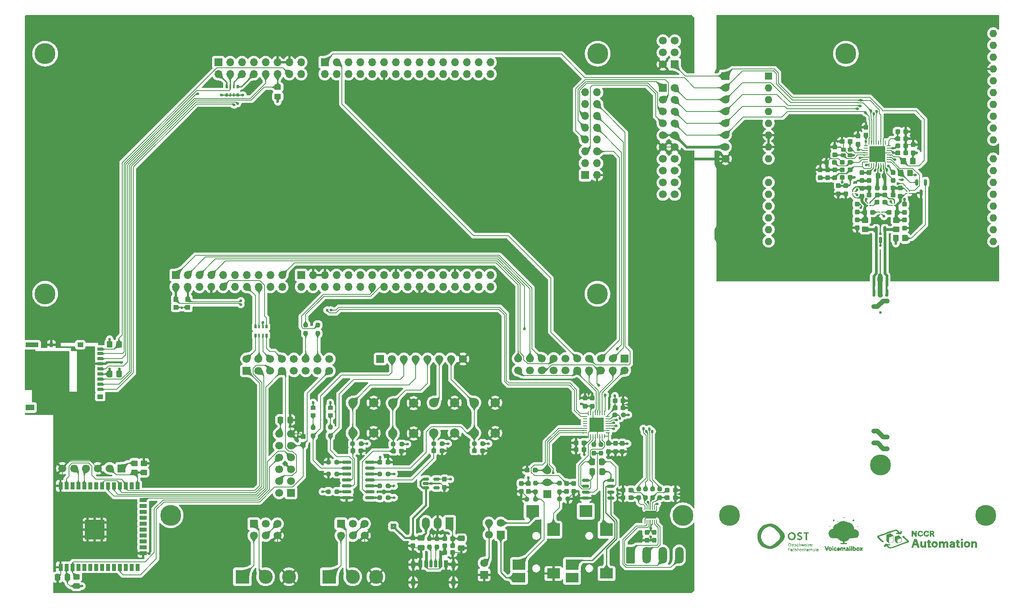
<source format=gtl>
%TF.GenerationSoftware,KiCad,Pcbnew,9.0.1*%
%TF.CreationDate,2025-04-25T11:11:07+02:00*%
%TF.ProjectId,voicemail-box,766f6963-656d-4616-996c-2d626f782e6b,rev?*%
%TF.SameCoordinates,PX5f5e100PY5f5e100*%
%TF.FileFunction,Copper,L1,Top*%
%TF.FilePolarity,Positive*%
%FSLAX45Y45*%
G04 Gerber Fmt 4.5, Leading zero omitted, Abs format (unit mm)*
G04 Created by KiCad (PCBNEW 9.0.1) date 2025-04-25 11:11:07*
%MOMM*%
%LPD*%
G01*
G04 APERTURE LIST*
G04 Aperture macros list*
%AMRoundRect*
0 Rectangle with rounded corners*
0 $1 Rounding radius*
0 $2 $3 $4 $5 $6 $7 $8 $9 X,Y pos of 4 corners*
0 Add a 4 corners polygon primitive as box body*
4,1,4,$2,$3,$4,$5,$6,$7,$8,$9,$2,$3,0*
0 Add four circle primitives for the rounded corners*
1,1,$1+$1,$2,$3*
1,1,$1+$1,$4,$5*
1,1,$1+$1,$6,$7*
1,1,$1+$1,$8,$9*
0 Add four rect primitives between the rounded corners*
20,1,$1+$1,$2,$3,$4,$5,0*
20,1,$1+$1,$4,$5,$6,$7,0*
20,1,$1+$1,$6,$7,$8,$9,0*
20,1,$1+$1,$8,$9,$2,$3,0*%
G04 Aperture macros list end*
%TA.AperFunction,Conductor*%
%ADD10C,0.500000*%
%TD*%
%ADD11C,0.300000*%
%TA.AperFunction,EtchedComponent*%
%ADD12C,0.000000*%
%TD*%
%TA.AperFunction,SMDPad,CuDef*%
%ADD13C,0.500000*%
%TD*%
%TA.AperFunction,SMDPad,CuDef*%
%ADD14R,0.228600X0.279400*%
%TD*%
%TA.AperFunction,SMDPad,CuDef*%
%ADD15RoundRect,0.237500X-0.300000X-0.237500X0.300000X-0.237500X0.300000X0.237500X-0.300000X0.237500X0*%
%TD*%
%TA.AperFunction,ComponentPad*%
%ADD16C,2.000000*%
%TD*%
%TA.AperFunction,SMDPad,CuDef*%
%ADD17R,1.000000X1.000000*%
%TD*%
%TA.AperFunction,ComponentPad*%
%ADD18R,1.700000X1.700000*%
%TD*%
%TA.AperFunction,ComponentPad*%
%ADD19C,1.700000*%
%TD*%
%TA.AperFunction,SMDPad,CuDef*%
%ADD20R,1.000000X0.820000*%
%TD*%
%TA.AperFunction,SMDPad,CuDef*%
%ADD21RoundRect,0.237500X-0.237500X0.250000X-0.237500X-0.250000X0.237500X-0.250000X0.237500X0.250000X0*%
%TD*%
%TA.AperFunction,SMDPad,CuDef*%
%ADD22RoundRect,0.237500X-0.237500X0.300000X-0.237500X-0.300000X0.237500X-0.300000X0.237500X0.300000X0*%
%TD*%
%TA.AperFunction,SMDPad,CuDef*%
%ADD23RoundRect,0.250000X-0.475000X0.337500X-0.475000X-0.337500X0.475000X-0.337500X0.475000X0.337500X0*%
%TD*%
%TA.AperFunction,SMDPad,CuDef*%
%ADD24RoundRect,0.237500X0.300000X0.237500X-0.300000X0.237500X-0.300000X-0.237500X0.300000X-0.237500X0*%
%TD*%
%TA.AperFunction,SMDPad,CuDef*%
%ADD25RoundRect,0.237500X0.237500X-0.300000X0.237500X0.300000X-0.237500X0.300000X-0.237500X-0.300000X0*%
%TD*%
%TA.AperFunction,SMDPad,CuDef*%
%ADD26RoundRect,0.250000X-0.337500X-0.475000X0.337500X-0.475000X0.337500X0.475000X-0.337500X0.475000X0*%
%TD*%
%TA.AperFunction,SMDPad,CuDef*%
%ADD27RoundRect,0.237500X-0.250000X-0.237500X0.250000X-0.237500X0.250000X0.237500X-0.250000X0.237500X0*%
%TD*%
%TA.AperFunction,ComponentPad*%
%ADD28R,3.000000X3.000000*%
%TD*%
%TA.AperFunction,ComponentPad*%
%ADD29C,3.000000*%
%TD*%
%TA.AperFunction,SMDPad,CuDef*%
%ADD30RoundRect,0.237500X0.237500X-0.250000X0.237500X0.250000X-0.237500X0.250000X-0.237500X-0.250000X0*%
%TD*%
%TA.AperFunction,SMDPad,CuDef*%
%ADD31RoundRect,0.237500X0.250000X0.237500X-0.250000X0.237500X-0.250000X-0.237500X0.250000X-0.237500X0*%
%TD*%
%TA.AperFunction,SMDPad,CuDef*%
%ADD32RoundRect,0.237500X-0.287500X-0.237500X0.287500X-0.237500X0.287500X0.237500X-0.287500X0.237500X0*%
%TD*%
%TA.AperFunction,SMDPad,CuDef*%
%ADD33R,2.800000X2.200000*%
%TD*%
%TA.AperFunction,SMDPad,CuDef*%
%ADD34R,2.800000X2.000000*%
%TD*%
%TA.AperFunction,SMDPad,CuDef*%
%ADD35R,2.800000X2.800000*%
%TD*%
%TA.AperFunction,SMDPad,CuDef*%
%ADD36R,2.800000X2.600000*%
%TD*%
%TA.AperFunction,SMDPad,CuDef*%
%ADD37R,0.500000X0.800000*%
%TD*%
%TA.AperFunction,SMDPad,CuDef*%
%ADD38R,0.400000X0.800000*%
%TD*%
%TA.AperFunction,SMDPad,CuDef*%
%ADD39RoundRect,0.250000X-0.450000X0.350000X-0.450000X-0.350000X0.450000X-0.350000X0.450000X0.350000X0*%
%TD*%
%TA.AperFunction,ComponentPad*%
%ADD40O,1.700000X1.700000*%
%TD*%
%TA.AperFunction,SMDPad,CuDef*%
%ADD41RoundRect,0.250000X-0.350000X-0.450000X0.350000X-0.450000X0.350000X0.450000X-0.350000X0.450000X0*%
%TD*%
%TA.AperFunction,SMDPad,CuDef*%
%ADD42RoundRect,0.250000X0.350000X0.450000X-0.350000X0.450000X-0.350000X-0.450000X0.350000X-0.450000X0*%
%TD*%
%TA.AperFunction,SMDPad,CuDef*%
%ADD43RoundRect,0.150000X-0.150000X0.512500X-0.150000X-0.512500X0.150000X-0.512500X0.150000X0.512500X0*%
%TD*%
%TA.AperFunction,SMDPad,CuDef*%
%ADD44RoundRect,0.062500X-0.062500X0.375000X-0.062500X-0.375000X0.062500X-0.375000X0.062500X0.375000X0*%
%TD*%
%TA.AperFunction,SMDPad,CuDef*%
%ADD45RoundRect,0.062500X-0.375000X0.062500X-0.375000X-0.062500X0.375000X-0.062500X0.375000X0.062500X0*%
%TD*%
%TA.AperFunction,HeatsinkPad*%
%ADD46R,3.100000X3.100000*%
%TD*%
%TA.AperFunction,SMDPad,CuDef*%
%ADD47RoundRect,0.102000X-0.373000X-0.323000X0.373000X-0.323000X0.373000X0.323000X-0.373000X0.323000X0*%
%TD*%
%TA.AperFunction,SMDPad,CuDef*%
%ADD48RoundRect,0.175000X-0.175000X-0.625000X0.175000X-0.625000X0.175000X0.625000X-0.175000X0.625000X0*%
%TD*%
%TA.AperFunction,SMDPad,CuDef*%
%ADD49RoundRect,0.200000X-0.200000X-0.600000X0.200000X-0.600000X0.200000X0.600000X-0.200000X0.600000X0*%
%TD*%
%TA.AperFunction,SMDPad,CuDef*%
%ADD50RoundRect,0.225000X-0.225000X-0.575000X0.225000X-0.575000X0.225000X0.575000X-0.225000X0.575000X0*%
%TD*%
%TA.AperFunction,HeatsinkPad*%
%ADD51O,1.000000X1.700000*%
%TD*%
%TA.AperFunction,SMDPad,CuDef*%
%ADD52RoundRect,0.250000X0.450000X-0.350000X0.450000X0.350000X-0.450000X0.350000X-0.450000X-0.350000X0*%
%TD*%
%TA.AperFunction,SMDPad,CuDef*%
%ADD53RoundRect,0.150000X-0.825000X-0.150000X0.825000X-0.150000X0.825000X0.150000X-0.825000X0.150000X0*%
%TD*%
%TA.AperFunction,ComponentPad*%
%ADD54R,1.700000X2.500000*%
%TD*%
%TA.AperFunction,ComponentPad*%
%ADD55O,1.700000X2.500000*%
%TD*%
%TA.AperFunction,ComponentPad*%
%ADD56RoundRect,0.250000X-0.650000X-1.550000X0.650000X-1.550000X0.650000X1.550000X-0.650000X1.550000X0*%
%TD*%
%TA.AperFunction,ComponentPad*%
%ADD57O,1.800000X3.600000*%
%TD*%
%TA.AperFunction,SMDPad,CuDef*%
%ADD58RoundRect,0.150000X-0.512500X-0.150000X0.512500X-0.150000X0.512500X0.150000X-0.512500X0.150000X0*%
%TD*%
%TA.AperFunction,SMDPad,CuDef*%
%ADD59R,0.900000X1.500000*%
%TD*%
%TA.AperFunction,SMDPad,CuDef*%
%ADD60R,1.500000X0.900000*%
%TD*%
%TA.AperFunction,SMDPad,CuDef*%
%ADD61R,1.050000X1.050000*%
%TD*%
%TA.AperFunction,HeatsinkPad*%
%ADD62C,0.600000*%
%TD*%
%TA.AperFunction,HeatsinkPad*%
%ADD63R,4.200000X4.200000*%
%TD*%
%TA.AperFunction,SMDPad,CuDef*%
%ADD64R,0.279400X0.228600*%
%TD*%
%TA.AperFunction,SMDPad,CuDef*%
%ADD65RoundRect,0.237500X0.287500X0.237500X-0.287500X0.237500X-0.287500X-0.237500X0.287500X-0.237500X0*%
%TD*%
%TA.AperFunction,SMDPad,CuDef*%
%ADD66RoundRect,0.062500X-0.375000X-0.062500X0.375000X-0.062500X0.375000X0.062500X-0.375000X0.062500X0*%
%TD*%
%TA.AperFunction,SMDPad,CuDef*%
%ADD67RoundRect,0.062500X-0.062500X-0.375000X0.062500X-0.375000X0.062500X0.375000X-0.062500X0.375000X0*%
%TD*%
%TA.AperFunction,HeatsinkPad*%
%ADD68R,3.500000X3.500000*%
%TD*%
%TA.AperFunction,SMDPad,CuDef*%
%ADD69R,1.200000X0.700000*%
%TD*%
%TA.AperFunction,SMDPad,CuDef*%
%ADD70R,0.800000X1.000000*%
%TD*%
%TA.AperFunction,SMDPad,CuDef*%
%ADD71R,1.200000X1.000000*%
%TD*%
%TA.AperFunction,SMDPad,CuDef*%
%ADD72R,2.800000X1.000000*%
%TD*%
%TA.AperFunction,SMDPad,CuDef*%
%ADD73R,1.900000X1.300000*%
%TD*%
%TA.AperFunction,SMDPad,CuDef*%
%ADD74RoundRect,0.250000X0.337500X0.475000X-0.337500X0.475000X-0.337500X-0.475000X0.337500X-0.475000X0*%
%TD*%
%TA.AperFunction,ComponentPad*%
%ADD75R,1.000000X1.000000*%
%TD*%
%TA.AperFunction,ComponentPad*%
%ADD76C,1.000000*%
%TD*%
%TA.AperFunction,SMDPad,CuDef*%
%ADD77RoundRect,0.150000X-0.625000X-0.150000X0.625000X-0.150000X0.625000X0.150000X-0.625000X0.150000X0*%
%TD*%
%TA.AperFunction,SMDPad,CuDef*%
%ADD78RoundRect,0.050000X-0.050000X0.337500X-0.050000X-0.337500X0.050000X-0.337500X0.050000X0.337500X0*%
%TD*%
%TA.AperFunction,HeatsinkPad*%
%ADD79R,2.350000X1.780000*%
%TD*%
%TA.AperFunction,ComponentPad*%
%ADD80R,1.600000X1.600000*%
%TD*%
%TA.AperFunction,ComponentPad*%
%ADD81O,1.600000X1.600000*%
%TD*%
%TA.AperFunction,ViaPad*%
%ADD82C,0.600000*%
%TD*%
%TA.AperFunction,ViaPad*%
%ADD83C,4.500000*%
%TD*%
%TA.AperFunction,Conductor*%
%ADD84C,0.600000*%
%TD*%
%TA.AperFunction,Conductor*%
%ADD85C,0.200000*%
%TD*%
%TA.AperFunction,Conductor*%
%ADD86C,0.150000*%
%TD*%
%TA.AperFunction,Conductor*%
%ADD87C,0.400000*%
%TD*%
%TA.AperFunction,Conductor*%
%ADD88C,1.000000*%
%TD*%
%TA.AperFunction,Conductor*%
%ADD89C,0.250000*%
%TD*%
G04 APERTURE END LIST*
%TO.N,GND*%
D10*
X11621900Y-944400D02*
G75*
G02*
X11571900Y-944400I-25000J0D01*
G01*
X11571900Y-944400D02*
G75*
G02*
X11621900Y-944400I25000J0D01*
G01*
X11911000Y-1068500D02*
G75*
G02*
X11861000Y-1068500I-25000J0D01*
G01*
X11861000Y-1068500D02*
G75*
G02*
X11911000Y-1068500I25000J0D01*
G01*
X11910550Y-816450D02*
G75*
G02*
X11860550Y-816450I-25000J0D01*
G01*
X11860550Y-816450D02*
G75*
G02*
X11910550Y-816450I25000J0D01*
G01*
X11621450Y-692350D02*
G75*
G02*
X11571450Y-692350I-25000J0D01*
G01*
X11571450Y-692350D02*
G75*
G02*
X11621450Y-692350I25000J0D01*
G01*
D11*
G36*
X10673946Y-3188332D02*
G01*
X10688607Y-3197560D01*
X10698103Y-3212429D01*
X10700392Y-3231388D01*
X10695037Y-3244755D01*
X10684943Y-3255079D01*
X10671679Y-3261645D01*
X10656428Y-3263872D01*
X10642017Y-3258429D01*
X10630294Y-3243966D01*
X10625490Y-3227663D01*
X10649895Y-3227663D01*
X10656329Y-3237620D01*
X10663450Y-3240364D01*
X10672487Y-3235418D01*
X10676883Y-3226930D01*
X10674551Y-3216128D01*
X10668335Y-3210566D01*
X10659323Y-3209631D01*
X10652398Y-3214169D01*
X10649895Y-3227663D01*
X10625490Y-3227663D01*
X10624931Y-3225768D01*
X10628096Y-3209284D01*
X10633164Y-3201346D01*
X10640919Y-3191271D01*
X10646231Y-3187363D01*
X10656184Y-3187180D01*
X10673946Y-3188332D01*
G37*
G36*
X11156088Y-3162023D02*
G01*
X11167689Y-3162023D01*
X11167689Y-3177960D01*
X11167689Y-3189806D01*
X11179535Y-3188584D01*
X11194415Y-3188796D01*
X11203288Y-3191821D01*
X11211165Y-3197011D01*
X11213851Y-3202323D01*
X11216538Y-3204949D01*
X11219408Y-3221191D01*
X11215134Y-3243112D01*
X11213851Y-3249279D01*
X11204875Y-3258804D01*
X11196510Y-3261918D01*
X11185397Y-3263872D01*
X11174956Y-3263872D01*
X11173734Y-3261063D01*
X11160729Y-3260941D01*
X11150803Y-3261841D01*
X11147295Y-3258377D01*
X11144579Y-3226107D01*
X11167021Y-3226107D01*
X11170071Y-3234075D01*
X11171231Y-3236090D01*
X11175444Y-3237799D01*
X11184908Y-3240425D01*
X11192053Y-3235662D01*
X11194617Y-3221252D01*
X11187595Y-3212032D01*
X11176379Y-3211096D01*
X11170193Y-3215390D01*
X11167021Y-3226107D01*
X11144579Y-3226107D01*
X11144181Y-3221374D01*
X11144181Y-3172220D01*
X11145891Y-3160313D01*
X11156088Y-3162023D01*
G37*
G36*
X11277737Y-3191166D02*
G01*
X11290421Y-3202689D01*
X11296648Y-3219266D01*
X11294940Y-3240059D01*
X11284499Y-3253614D01*
X11271554Y-3262468D01*
X11259769Y-3263872D01*
X11249083Y-3263872D01*
X11248961Y-3261186D01*
X11248290Y-3261063D01*
X11234307Y-3253553D01*
X11225331Y-3242318D01*
X11222339Y-3241463D01*
X11221911Y-3238776D01*
X11224476Y-3237250D01*
X11221117Y-3230594D01*
X11221760Y-3224488D01*
X11245969Y-3224488D01*
X11250732Y-3236517D01*
X11260563Y-3238959D01*
X11271004Y-3232243D01*
X11273508Y-3222839D01*
X11270088Y-3218504D01*
X11267463Y-3213925D01*
X11260746Y-3209284D01*
X11252090Y-3211984D01*
X11245969Y-3224488D01*
X11221760Y-3224488D01*
X11222583Y-3216672D01*
X11226979Y-3204949D01*
X11235383Y-3193108D01*
X11241512Y-3191393D01*
X11241817Y-3191393D01*
X11244321Y-3190355D01*
X11259464Y-3187180D01*
X11277737Y-3191166D01*
G37*
G36*
X10787403Y-3188768D02*
G01*
X10797380Y-3194681D01*
X10802485Y-3202567D01*
X10801996Y-3208755D01*
X10796807Y-3212520D01*
X10781419Y-3211848D01*
X10767803Y-3211238D01*
X10759132Y-3217161D01*
X10759918Y-3230096D01*
X10764078Y-3236639D01*
X10765421Y-3237555D01*
X10768841Y-3238471D01*
X10775802Y-3239204D01*
X10789663Y-3236883D01*
X10802180Y-3239753D01*
X10799005Y-3249279D01*
X10787464Y-3259476D01*
X10775192Y-3262809D01*
X10761514Y-3261002D01*
X10749116Y-3254688D01*
X10740264Y-3244943D01*
X10735746Y-3233098D01*
X10734281Y-3218260D01*
X10736845Y-3209589D01*
X10740020Y-3203727D01*
X10748494Y-3193926D01*
X10763712Y-3187241D01*
X10787403Y-3188768D01*
G37*
G36*
X10860371Y-3193103D02*
G01*
X10872339Y-3203911D01*
X10873316Y-3206780D01*
X10877224Y-3212642D01*
X10877285Y-3223877D01*
X10874842Y-3230960D01*
X10869191Y-3234138D01*
X10851456Y-3235601D01*
X10831917Y-3234990D01*
X10833138Y-3238654D01*
X10843823Y-3241768D01*
X10855059Y-3238044D01*
X10865866Y-3239204D01*
X10875331Y-3244882D01*
X10866233Y-3252149D01*
X10848207Y-3262560D01*
X10831404Y-3262163D01*
X10813293Y-3250744D01*
X10802791Y-3241829D01*
X10802791Y-3225465D01*
X10807124Y-3209895D01*
X10832955Y-3209895D01*
X10833425Y-3213851D01*
X10842602Y-3216550D01*
X10850906Y-3216367D01*
X10850479Y-3213558D01*
X10846999Y-3208918D01*
X10839855Y-3207208D01*
X10832955Y-3209895D01*
X10807124Y-3209895D01*
X10808501Y-3204949D01*
X10821964Y-3191698D01*
X10841097Y-3186124D01*
X10860371Y-3193103D01*
G37*
G36*
X10632004Y-3164832D02*
G01*
X10631760Y-3172709D01*
X10621868Y-3202506D01*
X10612281Y-3226930D01*
X10610572Y-3233098D01*
X10605137Y-3244394D01*
X10597627Y-3258499D01*
X10586514Y-3262468D01*
X10578026Y-3259109D01*
X10570577Y-3244211D01*
X10560990Y-3217955D01*
X10555189Y-3205926D01*
X10548290Y-3186997D01*
X10542611Y-3165564D01*
X10554335Y-3163427D01*
X10562624Y-3164996D01*
X10565997Y-3168801D01*
X10570088Y-3177166D01*
X10584193Y-3215207D01*
X10587307Y-3224977D01*
X10589628Y-3221130D01*
X10594452Y-3209528D01*
X10597138Y-3198781D01*
X10602894Y-3179945D01*
X10610266Y-3166908D01*
X10622906Y-3163427D01*
X10632004Y-3164832D01*
G37*
G36*
X11119696Y-3162023D02*
G01*
X11129893Y-3162023D01*
X11129893Y-3203056D01*
X11134778Y-3243600D01*
X11140395Y-3252942D01*
X11135510Y-3261002D01*
X11120450Y-3262295D01*
X11111086Y-3257583D01*
X11108333Y-3246809D01*
X11107789Y-3207269D01*
X11107789Y-3160313D01*
X11119696Y-3162023D01*
G37*
G36*
X11053689Y-3194690D02*
G01*
X11060246Y-3204319D01*
X11063398Y-3222046D01*
X11066695Y-3246958D01*
X11067367Y-3256545D01*
X11056620Y-3261063D01*
X11046850Y-3259171D01*
X11036287Y-3260941D01*
X11016931Y-3261002D01*
X11005879Y-3261491D01*
X11004352Y-3260025D01*
X11002887Y-3257400D01*
X11003086Y-3256500D01*
X10998673Y-3252087D01*
X10997330Y-3241280D01*
X10996744Y-3237860D01*
X11020777Y-3237860D01*
X11025235Y-3243356D01*
X11034577Y-3242074D01*
X11039889Y-3235540D01*
X11036653Y-3231632D01*
X11023586Y-3232060D01*
X11020777Y-3237860D01*
X10996744Y-3237860D01*
X10995498Y-3230594D01*
X10998551Y-3230472D01*
X10998673Y-3229495D01*
X11006249Y-3219351D01*
X11027189Y-3215146D01*
X11039279Y-3212948D01*
X11034638Y-3208368D01*
X11023403Y-3209284D01*
X11018457Y-3209284D01*
X11016870Y-3209101D01*
X11009280Y-3211107D01*
X11004535Y-3206903D01*
X11002910Y-3198021D01*
X11012412Y-3190172D01*
X11035855Y-3186244D01*
X11053689Y-3194690D01*
G37*
G36*
X10728358Y-3224122D02*
G01*
X10728358Y-3261063D01*
X10716634Y-3261063D01*
X10706254Y-3261063D01*
X10706254Y-3228396D01*
X10708208Y-3192004D01*
X10719626Y-3188584D01*
X10728358Y-3188584D01*
X10728358Y-3224122D01*
G37*
G36*
X10988354Y-3197988D02*
G01*
X10991407Y-3231144D01*
X10991407Y-3261063D01*
X10982614Y-3261063D01*
X10970647Y-3259842D01*
X10967899Y-3234929D01*
X10966067Y-3211848D01*
X10959624Y-3210387D01*
X10953244Y-3215512D01*
X10949625Y-3223560D01*
X10948054Y-3239448D01*
X10949520Y-3259659D01*
X10936269Y-3259659D01*
X10924546Y-3259659D01*
X10924546Y-3236700D01*
X10924546Y-3214352D01*
X10921004Y-3211665D01*
X10915264Y-3209284D01*
X10907239Y-3214945D01*
X10903236Y-3240913D01*
X10903236Y-3261063D01*
X10892916Y-3261063D01*
X10881437Y-3258865D01*
X10880460Y-3231205D01*
X10882597Y-3199942D01*
X10887178Y-3189766D01*
X10892550Y-3187180D01*
X10900732Y-3188584D01*
X10902136Y-3188584D01*
X10908242Y-3187180D01*
X10908282Y-3189900D01*
X10921554Y-3187913D01*
X10937185Y-3191637D01*
X10943609Y-3193135D01*
X10952206Y-3190172D01*
X10973730Y-3187017D01*
X10988354Y-3197988D01*
G37*
G36*
X11096309Y-3225465D02*
G01*
X11096309Y-3261063D01*
X11084586Y-3261063D01*
X11074267Y-3261063D01*
X11072801Y-3228396D01*
X11074267Y-3194202D01*
X11077676Y-3189206D01*
X11084769Y-3188584D01*
X11094844Y-3188584D01*
X11096309Y-3225465D01*
G37*
G36*
X11315884Y-3187974D02*
G01*
X11321929Y-3190721D01*
X11324127Y-3194263D01*
X11327485Y-3200613D01*
X11332004Y-3205376D01*
X11336034Y-3198171D01*
X11341773Y-3189500D01*
X11351910Y-3188584D01*
X11363938Y-3191637D01*
X11358993Y-3202811D01*
X11349223Y-3218138D01*
X11344399Y-3225465D01*
X11354779Y-3239814D01*
X11364915Y-3258438D01*
X11353192Y-3261063D01*
X11341529Y-3259293D01*
X11335973Y-3248668D01*
X11331882Y-3240425D01*
X11329500Y-3243600D01*
X11322906Y-3254102D01*
X11318971Y-3259001D01*
X11308190Y-3261063D01*
X11295245Y-3258438D01*
X11304893Y-3240608D01*
X11313441Y-3223206D01*
X11313441Y-3221801D01*
X11306786Y-3209772D01*
X11300008Y-3201773D01*
X11295758Y-3194989D01*
X11297199Y-3190538D01*
X11302206Y-3187974D01*
X11309106Y-3187180D01*
X11315884Y-3187974D01*
G37*
G36*
X11092646Y-3160924D02*
G01*
X11098361Y-3168786D01*
X11096065Y-3180341D01*
X11085074Y-3185531D01*
X11075793Y-3180158D01*
X11072769Y-3169927D01*
X11076098Y-3162695D01*
X11083424Y-3158085D01*
X11092646Y-3160924D01*
G37*
G36*
X10728113Y-3165809D02*
G01*
X10728052Y-3178998D01*
X10720836Y-3184511D01*
X10713154Y-3184066D01*
X10707108Y-3178989D01*
X10704910Y-3169533D01*
X10710223Y-3162206D01*
X10720415Y-3159892D01*
X10728113Y-3165809D01*
G37*
G36*
X10957335Y-2623406D02*
G01*
X10984224Y-2625209D01*
X10990980Y-2628291D01*
X10999223Y-2633298D01*
X11008871Y-2636412D01*
X11013633Y-2640015D01*
X11014488Y-2639527D01*
X11020110Y-2635865D01*
X11019373Y-2642457D01*
X11020838Y-2645755D01*
X11026395Y-2643679D01*
X11034333Y-2647159D01*
X11058208Y-2651372D01*
X11066695Y-2652777D01*
X11073900Y-2654181D01*
X11078358Y-2655585D01*
X11083548Y-2657967D01*
X11086234Y-2660104D01*
X11091547Y-2660592D01*
X11090387Y-2662913D01*
X11096309Y-2663707D01*
X11101133Y-2667859D01*
X11108644Y-2672805D01*
X11112124Y-2674331D01*
X11113729Y-2673194D01*
X11124886Y-2683124D01*
X11149249Y-2711090D01*
X11160667Y-2727576D01*
X11163782Y-2736064D01*
X11167140Y-2742292D01*
X11170132Y-2745772D01*
X11169949Y-2749924D01*
X11171842Y-2756641D01*
X11177459Y-2794621D01*
X11177703Y-2800544D01*
X11180329Y-2798284D01*
X11182771Y-2798284D01*
X11192602Y-2801093D01*
X11218187Y-2806161D01*
X11238459Y-2817030D01*
X11246091Y-2820632D01*
X11248839Y-2822159D01*
X11249144Y-2823441D01*
X11254762Y-2826983D01*
X11262639Y-2830463D01*
X11263494Y-2836447D01*
X11268378Y-2844996D01*
X11273813Y-2862398D01*
X11277973Y-2876702D01*
X11279614Y-2898241D01*
X11276744Y-2921077D01*
X11277293Y-2923825D01*
X11270882Y-2938419D01*
X11264226Y-2950509D01*
X11262944Y-2953256D01*
X11262578Y-2954661D01*
X11250793Y-2965468D01*
X11240413Y-2975177D01*
X11235650Y-2977070D01*
X11234062Y-2975971D01*
X11237299Y-2978597D01*
X11228689Y-2981222D01*
X11225025Y-2982749D01*
X11209818Y-2987811D01*
X11139174Y-2991053D01*
X11078113Y-2991863D01*
X11078113Y-2993312D01*
X11074816Y-2998869D01*
X11073961Y-3005646D01*
X11071885Y-3010653D01*
X11068038Y-3008883D01*
X11068344Y-3009188D01*
X11065962Y-3013829D01*
X11058574Y-3020301D01*
X11053017Y-3024636D01*
X11052773Y-3025858D01*
X11045995Y-3033246D01*
X11035615Y-3038619D01*
X11033356Y-3041428D01*
X11033356Y-3049732D01*
X11019617Y-3048450D01*
X11006062Y-3053579D01*
X11001357Y-3056519D01*
X11000078Y-3053457D01*
X10994338Y-3056693D01*
X10978523Y-3060967D01*
X10973516Y-3062677D01*
X10970891Y-3067745D01*
X10969670Y-3079164D01*
X10970341Y-3090643D01*
X10996475Y-3092047D01*
X11018946Y-3092902D01*
X11024868Y-3099008D01*
X11024807Y-3108839D01*
X11021632Y-3115006D01*
X11017969Y-3116044D01*
X11019678Y-3121173D01*
X11014000Y-3121173D01*
X10954465Y-3118365D01*
X10890962Y-3116899D01*
X10885627Y-3113663D01*
X10882536Y-3106763D01*
X10887299Y-3095406D01*
X10893629Y-3092208D01*
X10907143Y-3091315D01*
X10931751Y-3090643D01*
X10939933Y-3089483D01*
X10939933Y-3080079D01*
X10935208Y-3065573D01*
X10924729Y-3059563D01*
X10908304Y-3054861D01*
X10906594Y-3055411D01*
X10900182Y-3052724D01*
X10892489Y-3050953D01*
X10889558Y-3047839D01*
X10887299Y-3046985D01*
X10879361Y-3043504D01*
X10876125Y-3040024D01*
X10859211Y-3026712D01*
X10846144Y-3013401D01*
X10842236Y-3013951D01*
X10840587Y-3010104D01*
X10835275Y-2998502D01*
X10828986Y-2989649D01*
X10769818Y-2991053D01*
X10711022Y-2988615D01*
X10689218Y-2983848D01*
X10677738Y-2981222D01*
X10669800Y-2981222D01*
X10670533Y-2974383D01*
X10663572Y-2968033D01*
X10655940Y-2968583D01*
X10655940Y-2961988D01*
X10651055Y-2955638D01*
X10643300Y-2945257D01*
X10642323Y-2944891D01*
X10635057Y-2926878D01*
X10629782Y-2910350D01*
X10627913Y-2890486D01*
X10632309Y-2858185D01*
X10637805Y-2844446D01*
X10639148Y-2837424D01*
X10645193Y-2831807D01*
X10648918Y-2825395D01*
X10667785Y-2807871D01*
X10691477Y-2794071D01*
X10692271Y-2791995D01*
X10702651Y-2789858D01*
X10709062Y-2789919D01*
X10718588Y-2787110D01*
X10721519Y-2787538D01*
X10723045Y-2779050D01*
X10725915Y-2759083D01*
X10727259Y-2750657D01*
X10730617Y-2746505D01*
X10731472Y-2741620D01*
X10733181Y-2736735D01*
X10734219Y-2734659D01*
X10737639Y-2732522D01*
X10740020Y-2730812D01*
X10750767Y-2709441D01*
X10751196Y-2713884D01*
X10754308Y-2710723D01*
X10765238Y-2704129D01*
X10766460Y-2702908D01*
X10768780Y-2697656D01*
X10770612Y-2698694D01*
X10773970Y-2695336D01*
X10778366Y-2693748D01*
X10796929Y-2688558D01*
X10815797Y-2681536D01*
X10820742Y-2679216D01*
X10822941Y-2680376D01*
X10825200Y-2678483D01*
X10838450Y-2663035D01*
X10864950Y-2642946D01*
X10872278Y-2640503D01*
X10897984Y-2631833D01*
X10921859Y-2627559D01*
X10927904Y-2626215D01*
X10927538Y-2626215D01*
X10926523Y-2621431D01*
X10929919Y-2621147D01*
X10935720Y-2618033D01*
X10938651Y-2617667D01*
X10957335Y-2623406D01*
G37*
G36*
X11259219Y-2730080D02*
G01*
X11262089Y-2739788D01*
X11256105Y-2747421D01*
X11250935Y-2748796D01*
X11245603Y-2745772D01*
X11242183Y-2735270D01*
X11247896Y-2728051D01*
X11259219Y-2730080D01*
G37*
G36*
X10662202Y-2728350D02*
G01*
X10664000Y-2731667D01*
X10661311Y-2740581D01*
X10653680Y-2743391D01*
X10648105Y-2741280D01*
X10646109Y-2734476D01*
X10648246Y-2728003D01*
X10655085Y-2726904D01*
X10662202Y-2728350D01*
G37*
G36*
X10840160Y-2619010D02*
G01*
X10836191Y-2629574D01*
X10825017Y-2632749D01*
X10819033Y-2626826D01*
X10818422Y-2618827D01*
X10829230Y-2614980D01*
X10840160Y-2619010D01*
G37*
G36*
X11178986Y-2594586D02*
G01*
X11188633Y-2607225D01*
X11177337Y-2620720D01*
X11162438Y-2628719D01*
X11155954Y-2626476D01*
X11151997Y-2619193D01*
X11149188Y-2616262D01*
X11141922Y-2611927D01*
X11140290Y-2608955D01*
X11154500Y-2589029D01*
X11164636Y-2585610D01*
X11178986Y-2594586D01*
G37*
G36*
X10748813Y-2597334D02*
G01*
X10758277Y-2608508D01*
X10753087Y-2615408D01*
X10740814Y-2624567D01*
X10734435Y-2625040D01*
X10725305Y-2619315D01*
X10716084Y-2607775D01*
X10724999Y-2598738D01*
X10735441Y-2588419D01*
X10748813Y-2597334D01*
G37*
G36*
X10964785Y-2544211D02*
G01*
X10961502Y-2556337D01*
X10952939Y-2558743D01*
X10948478Y-2556984D01*
X10946222Y-2551050D01*
X10951840Y-2538471D01*
X10961566Y-2534357D01*
X10964785Y-2544211D01*
G37*
G36*
X9888395Y-3223586D02*
G01*
X9894729Y-3234056D01*
X9889005Y-3238119D01*
X9885083Y-3238314D01*
X9883632Y-3233417D01*
X9877221Y-3228288D01*
X9866046Y-3231952D01*
X9861666Y-3241484D01*
X9863543Y-3253506D01*
X9873801Y-3260162D01*
X9883937Y-3256132D01*
X9888098Y-3250810D01*
X9891020Y-3251369D01*
X9894691Y-3257472D01*
X9886685Y-3267245D01*
X9875642Y-3270327D01*
X9863787Y-3267367D01*
X9854829Y-3259873D01*
X9851453Y-3244591D01*
X9854829Y-3229309D01*
X9863787Y-3221816D01*
X9877943Y-3218509D01*
X9888395Y-3223586D01*
G37*
G36*
X9839119Y-3221999D02*
G01*
X9842502Y-3227548D01*
X9844187Y-3243798D01*
X9844980Y-3262238D01*
X9851701Y-3263861D01*
X9847606Y-3268527D01*
X9842233Y-3270298D01*
X9836615Y-3268344D01*
X9830265Y-3267428D01*
X9818813Y-3269995D01*
X9809993Y-3265596D01*
X9805519Y-3257079D01*
X9806269Y-3254544D01*
X9816160Y-3254544D01*
X9818236Y-3259856D01*
X9823487Y-3260895D01*
X9830959Y-3256840D01*
X9833257Y-3250209D01*
X9833135Y-3248072D01*
X9829593Y-3247950D01*
X9819459Y-3249924D01*
X9816160Y-3254544D01*
X9806269Y-3254544D01*
X9808222Y-3247950D01*
X9816347Y-3240985D01*
X9829593Y-3238424D01*
X9833257Y-3236226D01*
X9831569Y-3230632D01*
X9826479Y-3227616D01*
X9820853Y-3228032D01*
X9817442Y-3232746D01*
X9810542Y-3235188D01*
X9808710Y-3227433D01*
X9816282Y-3220350D01*
X9828073Y-3217773D01*
X9839119Y-3221999D01*
G37*
G36*
X10095879Y-3228532D02*
G01*
X10093314Y-3238058D01*
X10089487Y-3238044D01*
X10085315Y-3232929D01*
X10075363Y-3228349D01*
X10066509Y-3236898D01*
X10066326Y-3252651D01*
X10077255Y-3259429D01*
X10084597Y-3257903D01*
X10086476Y-3254361D01*
X10087987Y-3250901D01*
X10093131Y-3251064D01*
X10097916Y-3255012D01*
X10091238Y-3265596D01*
X10076523Y-3270298D01*
X10061868Y-3265596D01*
X10055631Y-3254911D01*
X10054297Y-3238668D01*
X10058751Y-3228042D01*
X10065043Y-3221938D01*
X10082629Y-3219617D01*
X10095879Y-3228532D01*
G37*
G36*
X10233752Y-3223320D02*
G01*
X10237234Y-3228716D01*
X10235403Y-3238058D01*
X10228014Y-3232929D01*
X10218061Y-3228349D01*
X10209208Y-3236898D01*
X10209024Y-3252651D01*
X10219954Y-3259429D01*
X10227296Y-3257903D01*
X10229174Y-3254361D01*
X10230510Y-3250611D01*
X10234548Y-3251064D01*
X10239371Y-3255043D01*
X10233876Y-3265657D01*
X10218428Y-3270298D01*
X10204567Y-3265596D01*
X10198330Y-3254911D01*
X10196995Y-3238668D01*
X10201450Y-3228042D01*
X10207742Y-3221938D01*
X10225450Y-3219679D01*
X10233752Y-3223320D01*
G37*
G36*
X10407869Y-3224321D02*
G01*
X10412173Y-3237569D01*
X10412173Y-3247950D01*
X10394832Y-3247950D01*
X10381399Y-3248805D01*
X10383780Y-3255949D01*
X10394466Y-3260162D01*
X10402648Y-3253995D01*
X10407838Y-3252407D01*
X10410760Y-3255715D01*
X10409120Y-3260956D01*
X10402706Y-3267853D01*
X10392084Y-3270298D01*
X10381200Y-3267931D01*
X10373583Y-3261078D01*
X10369845Y-3251244D01*
X10370530Y-3238607D01*
X10370978Y-3237447D01*
X10381216Y-3237447D01*
X10390619Y-3238424D01*
X10401244Y-3235738D01*
X10397824Y-3230731D01*
X10391924Y-3228133D01*
X10385001Y-3232013D01*
X10381216Y-3237447D01*
X10370978Y-3237447D01*
X10375061Y-3226860D01*
X10381521Y-3220350D01*
X10394893Y-3218824D01*
X10407869Y-3224321D01*
G37*
G36*
X10186432Y-3223709D02*
G01*
X10190084Y-3231739D01*
X10186982Y-3236776D01*
X10180326Y-3231341D01*
X10171533Y-3227616D01*
X10166681Y-3229421D01*
X10165916Y-3233234D01*
X10176906Y-3239584D01*
X10189546Y-3247889D01*
X10191957Y-3254497D01*
X10189546Y-3262299D01*
X10182266Y-3269584D01*
X10167747Y-3270237D01*
X10158594Y-3265787D01*
X10153703Y-3259185D01*
X10153971Y-3252884D01*
X10158405Y-3251003D01*
X10164450Y-3256620D01*
X10171900Y-3260833D01*
X10180509Y-3257475D01*
X10180387Y-3252590D01*
X10169030Y-3247889D01*
X10156573Y-3239645D01*
X10155531Y-3228488D01*
X10161702Y-3221816D01*
X10175953Y-3218542D01*
X10186432Y-3223709D01*
G37*
G36*
X10045443Y-3228349D02*
G01*
X10047702Y-3245446D01*
X10043916Y-3261017D01*
X10037775Y-3266977D01*
X10027796Y-3269626D01*
X10017236Y-3268257D01*
X10008684Y-3262787D01*
X10004394Y-3247660D01*
X10013424Y-3247660D01*
X10017050Y-3255826D01*
X10023849Y-3260461D01*
X10031765Y-3259551D01*
X10038909Y-3247705D01*
X10035307Y-3232684D01*
X10023766Y-3229021D01*
X10014729Y-3236898D01*
X10013424Y-3247660D01*
X10004394Y-3247660D01*
X10003921Y-3245996D01*
X10007042Y-3229364D01*
X10014790Y-3221816D01*
X10032254Y-3219617D01*
X10045443Y-3228349D01*
G37*
G36*
X9802083Y-3202217D02*
G01*
X9804986Y-3204658D01*
X9802355Y-3207354D01*
X9787706Y-3210153D01*
X9773967Y-3210153D01*
X9772807Y-3219556D01*
X9772807Y-3230059D01*
X9784836Y-3230059D01*
X9798025Y-3231918D01*
X9800773Y-3235493D01*
X9798025Y-3239069D01*
X9784836Y-3240928D01*
X9772807Y-3240928D01*
X9772807Y-3252957D01*
X9771312Y-3266451D01*
X9768716Y-3268955D01*
X9766376Y-3264717D01*
X9764686Y-3234822D01*
X9764686Y-3200689D01*
X9784836Y-3200689D01*
X9802083Y-3202217D01*
G37*
G36*
X9911055Y-3201742D02*
G01*
X9912697Y-3213695D01*
X9913512Y-3222956D01*
X9932572Y-3218974D01*
X9941884Y-3226945D01*
X9943471Y-3249537D01*
X9941525Y-3265824D01*
X9938037Y-3268955D01*
X9934532Y-3265903D01*
X9932603Y-3250270D01*
X9929916Y-3229387D01*
X9921123Y-3229693D01*
X9913796Y-3233784D01*
X9912697Y-3250209D01*
X9910955Y-3266027D01*
X9907934Y-3268955D01*
X9905165Y-3264470D01*
X9903232Y-3234150D01*
X9905165Y-3203774D01*
X9907934Y-3199284D01*
X9911055Y-3201742D01*
G37*
G36*
X9964143Y-3201565D02*
G01*
X9965881Y-3211191D01*
X9965881Y-3223037D01*
X9968567Y-3221877D01*
X9980428Y-3218439D01*
X9990488Y-3223586D01*
X9993685Y-3230514D01*
X9995251Y-3248682D01*
X9993480Y-3265868D01*
X9990488Y-3268955D01*
X9987408Y-3266321D01*
X9985725Y-3252957D01*
X9982794Y-3230669D01*
X9978821Y-3228115D01*
X9970338Y-3229570D01*
X9965881Y-3231830D01*
X9965881Y-3248805D01*
X9963901Y-3265733D01*
X9960385Y-3268955D01*
X9957132Y-3264280D01*
X9954951Y-3234150D01*
X9957132Y-3203965D01*
X9960385Y-3199284D01*
X9964143Y-3201565D01*
G37*
G36*
X10113746Y-3201580D02*
G01*
X10115235Y-3211435D01*
X10114991Y-3223037D01*
X10119754Y-3221816D01*
X10131516Y-3218423D01*
X10141613Y-3223586D01*
X10144810Y-3230514D01*
X10146376Y-3248682D01*
X10144605Y-3265868D01*
X10141613Y-3268955D01*
X10138564Y-3266176D01*
X10136851Y-3251613D01*
X10133309Y-3230059D01*
X10129064Y-3227922D01*
X10121463Y-3229570D01*
X10116884Y-3231891D01*
X10115540Y-3248866D01*
X10113579Y-3265752D01*
X10110106Y-3268955D01*
X10106853Y-3264280D01*
X10104672Y-3234150D01*
X10106853Y-3203965D01*
X10110106Y-3199284D01*
X10113746Y-3201580D01*
G37*
G36*
X10256445Y-3201580D02*
G01*
X10257934Y-3211435D01*
X10257690Y-3223037D01*
X10262453Y-3221816D01*
X10274062Y-3218421D01*
X10282969Y-3223647D01*
X10286121Y-3230516D01*
X10287671Y-3248682D01*
X10286103Y-3266013D01*
X10283580Y-3268955D01*
X10281026Y-3266463D01*
X10279550Y-3252957D01*
X10276008Y-3230731D01*
X10271649Y-3228105D01*
X10264162Y-3229570D01*
X10259583Y-3231891D01*
X10258239Y-3248866D01*
X10256278Y-3265752D01*
X10252805Y-3268955D01*
X10249552Y-3264280D01*
X10247371Y-3234150D01*
X10249552Y-3203965D01*
X10252805Y-3199284D01*
X10256445Y-3201580D01*
G37*
G36*
X10337553Y-3223729D02*
G01*
X10339389Y-3244591D01*
X10337553Y-3265454D01*
X10334626Y-3268955D01*
X10329925Y-3266756D01*
X10324063Y-3267489D01*
X10310568Y-3268955D01*
X10302845Y-3262574D01*
X10299150Y-3238974D01*
X10301081Y-3223286D01*
X10304584Y-3220228D01*
X10308088Y-3223286D01*
X10310019Y-3238974D01*
X10311118Y-3257353D01*
X10318995Y-3259429D01*
X10328154Y-3255338D01*
X10329925Y-3238974D01*
X10331649Y-3223143D01*
X10334626Y-3220228D01*
X10337553Y-3223729D01*
G37*
G36*
X10358676Y-3203605D02*
G01*
X10360394Y-3234150D01*
X10358677Y-3264639D01*
X10356303Y-3268955D01*
X10353968Y-3264657D01*
X10352273Y-3234150D01*
X10353969Y-3203587D01*
X10356303Y-3199284D01*
X10358676Y-3203605D01*
G37*
G36*
X9410228Y-2683016D02*
G01*
X9456497Y-2694493D01*
X9499042Y-2713682D01*
X9538517Y-2740902D01*
X9584740Y-2784316D01*
X9646998Y-2851426D01*
X9676087Y-2893981D01*
X9687383Y-2923778D01*
X9690253Y-2949603D01*
X9687383Y-2976413D01*
X9671093Y-3015784D01*
X9631024Y-3068248D01*
X9578450Y-3120821D01*
X9529968Y-3165029D01*
X9489809Y-3190350D01*
X9447272Y-3207619D01*
X9401741Y-3217175D01*
X9354481Y-3219955D01*
X9310150Y-3214305D01*
X9253974Y-3195738D01*
X9205286Y-3167029D01*
X9162932Y-3127660D01*
X9129629Y-3080419D01*
X9107898Y-3028437D01*
X9100375Y-2987098D01*
X9141317Y-2987098D01*
X9142660Y-2985755D01*
X9141317Y-2984412D01*
X9141317Y-2987098D01*
X9100375Y-2987098D01*
X9097353Y-2970490D01*
X9097593Y-2942463D01*
X9179602Y-2942463D01*
X9181059Y-2980274D01*
X9187906Y-3013110D01*
X9205643Y-3052824D01*
X9231565Y-3089436D01*
X9263943Y-3120116D01*
X9300258Y-3142070D01*
X9329822Y-3154527D01*
X9342756Y-3157274D01*
X9347519Y-3160633D01*
X9374630Y-3160083D01*
X9383850Y-3158618D01*
X9390322Y-3155870D01*
X9394047Y-3155870D01*
X9395863Y-3154839D01*
X9395207Y-3154527D01*
X9396413Y-3154527D01*
X9403512Y-3150497D01*
X9432648Y-3137555D01*
X9457062Y-3121981D01*
X9524595Y-3060005D01*
X9562611Y-3016330D01*
X9580221Y-2987770D01*
X9587989Y-2962054D01*
X9587589Y-2936411D01*
X9578817Y-2909673D01*
X9555071Y-2874644D01*
X9500903Y-2816495D01*
X9451306Y-2774776D01*
X9416029Y-2753908D01*
X9402412Y-2747069D01*
X9399787Y-2747069D01*
X9395329Y-2745542D01*
X9387025Y-2742856D01*
X9371210Y-2740108D01*
X9356006Y-2738459D01*
X9350328Y-2738154D01*
X9341352Y-2741512D01*
X9341352Y-2740230D01*
X9337871Y-2744199D01*
X9326575Y-2748351D01*
X9275264Y-2772422D01*
X9232969Y-2808007D01*
X9201328Y-2853220D01*
X9182350Y-2906437D01*
X9179602Y-2942463D01*
X9097593Y-2942463D01*
X9097764Y-2922340D01*
X9099961Y-2910589D01*
X9140889Y-2910589D01*
X9142111Y-2912177D01*
X9142660Y-2911627D01*
X9140889Y-2910589D01*
X9099961Y-2910589D01*
X9106412Y-2876082D01*
X9123426Y-2831027D01*
X9147944Y-2789633D01*
X9178570Y-2754607D01*
X9215750Y-2725331D01*
X9256633Y-2702843D01*
X9300555Y-2687833D01*
X9348191Y-2680207D01*
X9375960Y-2679487D01*
X9410228Y-2683016D01*
G37*
G36*
X9980718Y-3120089D02*
G01*
X9985481Y-3129553D01*
X9985564Y-3134497D01*
X9981756Y-3136025D01*
X9975956Y-3130164D01*
X9972026Y-3125495D01*
X9963194Y-3126134D01*
X9957028Y-3131641D01*
X9954707Y-3142437D01*
X9957372Y-3153381D01*
X9964293Y-3157274D01*
X9972312Y-3157323D01*
X9976078Y-3153061D01*
X9979472Y-3149460D01*
X9986886Y-3151046D01*
X9980596Y-3163503D01*
X9966736Y-3168204D01*
X9950890Y-3162134D01*
X9945181Y-3142437D01*
X9948169Y-3126835D01*
X9955989Y-3118379D01*
X9970251Y-3114996D01*
X9980718Y-3120089D01*
G37*
G36*
X10146010Y-3120272D02*
G01*
X10149734Y-3130774D01*
X10151933Y-3140177D01*
X10147706Y-3142937D01*
X10133187Y-3144391D01*
X10118899Y-3144391D01*
X10119693Y-3147627D01*
X10128119Y-3157397D01*
X10134707Y-3157715D01*
X10140026Y-3153916D01*
X10147964Y-3150497D01*
X10152402Y-3155334D01*
X10144117Y-3163625D01*
X10131783Y-3168204D01*
X10119007Y-3164687D01*
X10111755Y-3154344D01*
X10110412Y-3134438D01*
X10119754Y-3134438D01*
X10120425Y-3136025D01*
X10130378Y-3136331D01*
X10141919Y-3136331D01*
X10141125Y-3133217D01*
X10138805Y-3128454D01*
X10128119Y-3126195D01*
X10119754Y-3134438D01*
X10110412Y-3134438D01*
X10110350Y-3133522D01*
X10121158Y-3118318D01*
X10135431Y-3115794D01*
X10146010Y-3120272D01*
G37*
G36*
X10254942Y-3121493D02*
G01*
X10260987Y-3135109D01*
X10262880Y-3144391D01*
X10243707Y-3144391D01*
X10228869Y-3144757D01*
X10230151Y-3151535D01*
X10239616Y-3158679D01*
X10249080Y-3154038D01*
X10257018Y-3150436D01*
X10262060Y-3155460D01*
X10251767Y-3165090D01*
X10242303Y-3168204D01*
X10229678Y-3165242D01*
X10222287Y-3156892D01*
X10219405Y-3141032D01*
X10220470Y-3136331D01*
X10229419Y-3136331D01*
X10239555Y-3136331D01*
X10251034Y-3136331D01*
X10250240Y-3133217D01*
X10247920Y-3128454D01*
X10238517Y-3126195D01*
X10230212Y-3133278D01*
X10229419Y-3136331D01*
X10220470Y-3136331D01*
X10222641Y-3126745D01*
X10231678Y-3118318D01*
X10244650Y-3116060D01*
X10254942Y-3121493D01*
G37*
G36*
X9811458Y-3104701D02*
G01*
X9818647Y-3117074D01*
X9820373Y-3136453D01*
X9815379Y-3154718D01*
X9804680Y-3164541D01*
X9790404Y-3167718D01*
X9775615Y-3163808D01*
X9764673Y-3153002D01*
X9760533Y-3132667D01*
X9761864Y-3126077D01*
X9769493Y-3126077D01*
X9771891Y-3143047D01*
X9781283Y-3156454D01*
X9792896Y-3158740D01*
X9806009Y-3150467D01*
X9810848Y-3131263D01*
X9808096Y-3117498D01*
X9800589Y-3109159D01*
X9788406Y-3106318D01*
X9776348Y-3113189D01*
X9769493Y-3126077D01*
X9761864Y-3126077D01*
X9764637Y-3112337D01*
X9775432Y-3101648D01*
X9793323Y-3097862D01*
X9811458Y-3104701D01*
G37*
G36*
X9880327Y-3104317D02*
G01*
X9881922Y-3111418D01*
X9883327Y-3116547D01*
X9887173Y-3116730D01*
X9895905Y-3121493D01*
X9894107Y-3124810D01*
X9886990Y-3126256D01*
X9882105Y-3126256D01*
X9883327Y-3140971D01*
X9884365Y-3156664D01*
X9890898Y-3158679D01*
X9897042Y-3158677D01*
X9898714Y-3162037D01*
X9891264Y-3167472D01*
X9877404Y-3165029D01*
X9873801Y-3143841D01*
X9872462Y-3128792D01*
X9870321Y-3126256D01*
X9866840Y-3122226D01*
X9870321Y-3118135D01*
X9873801Y-3111174D01*
X9876671Y-3104152D01*
X9880327Y-3104317D01*
G37*
G36*
X9859024Y-3121493D02*
G01*
X9865499Y-3131838D01*
X9858963Y-3134621D01*
X9854262Y-3131263D01*
X9850720Y-3127172D01*
X9846385Y-3124851D01*
X9840767Y-3127111D01*
X9838568Y-3132041D01*
X9846873Y-3136392D01*
X9860037Y-3143137D01*
X9863726Y-3152268D01*
X9859423Y-3162857D01*
X9844980Y-3166800D01*
X9830814Y-3161793D01*
X9827287Y-3153924D01*
X9830387Y-3148909D01*
X9839424Y-3155076D01*
X9846578Y-3159012D01*
X9853346Y-3156481D01*
X9853712Y-3150985D01*
X9843027Y-3145734D01*
X9830217Y-3138852D01*
X9827700Y-3129431D01*
X9837348Y-3118257D01*
X9848913Y-3115988D01*
X9859024Y-3121493D01*
G37*
G36*
X9933213Y-3121554D02*
G01*
X9939658Y-3131851D01*
X9933152Y-3134621D01*
X9928389Y-3131263D01*
X9925520Y-3127111D01*
X9920574Y-3124851D01*
X9914712Y-3127233D01*
X9912933Y-3131917D01*
X9922467Y-3136392D01*
X9935630Y-3143137D01*
X9939319Y-3152268D01*
X9935016Y-3162857D01*
X9920574Y-3166800D01*
X9909781Y-3165260D01*
X9904881Y-3161671D01*
X9902280Y-3153922D01*
X9904393Y-3148909D01*
X9913613Y-3155198D01*
X9920747Y-3159041D01*
X9927473Y-3156481D01*
X9929794Y-3152268D01*
X9917215Y-3145734D01*
X9904665Y-3138772D01*
X9903293Y-3129431D01*
X9906317Y-3121612D01*
X9911537Y-3118257D01*
X9924143Y-3116049D01*
X9933213Y-3121554D01*
G37*
G36*
X10003379Y-3098183D02*
G01*
X10005021Y-3110136D01*
X10005186Y-3119719D01*
X10024377Y-3116730D01*
X10032056Y-3123269D01*
X10035795Y-3148054D01*
X10034053Y-3163872D01*
X10031032Y-3166800D01*
X10028042Y-3163955D01*
X10026331Y-3148726D01*
X10023949Y-3128271D01*
X10019418Y-3125621D01*
X10009600Y-3128759D01*
X10005021Y-3131079D01*
X10005021Y-3146650D01*
X10003252Y-3163726D01*
X10000258Y-3166800D01*
X9997495Y-3162248D01*
X9995556Y-3131263D01*
X9997495Y-3100277D01*
X10000258Y-3095725D01*
X10003379Y-3098183D01*
G37*
G36*
X10102901Y-3118135D02*
G01*
X10105771Y-3119966D01*
X10105038Y-3124607D01*
X10103573Y-3131751D01*
X10100031Y-3143108D01*
X10091755Y-3163057D01*
X10086903Y-3166800D01*
X10082554Y-3164537D01*
X10079515Y-3155504D01*
X10073958Y-3137430D01*
X10073225Y-3134865D01*
X10070722Y-3145734D01*
X10064616Y-3163747D01*
X10058571Y-3165396D01*
X10054181Y-3161762D01*
X10045992Y-3141582D01*
X10042681Y-3121477D01*
X10045076Y-3118135D01*
X10048672Y-3120902D01*
X10055151Y-3135781D01*
X10060464Y-3153672D01*
X10060219Y-3149031D01*
X10062784Y-3137796D01*
X10069615Y-3121278D01*
X10073775Y-3118135D01*
X10077725Y-3119915D01*
X10080553Y-3126561D01*
X10086842Y-3150314D01*
X10090811Y-3137613D01*
X10097650Y-3117646D01*
X10102901Y-3118135D01*
G37*
G36*
X10168292Y-3121636D02*
G01*
X10170129Y-3142498D01*
X10168293Y-3163305D01*
X10165366Y-3166800D01*
X10162439Y-3163305D01*
X10160603Y-3142498D01*
X10162440Y-3121636D01*
X10165366Y-3118135D01*
X10168292Y-3121636D01*
G37*
G36*
X10212315Y-3119461D02*
G01*
X10214886Y-3121554D01*
X10201880Y-3143597D01*
X10190523Y-3157274D01*
X10200354Y-3157274D01*
X10213664Y-3158955D01*
X10216291Y-3162037D01*
X10213217Y-3165031D01*
X10196141Y-3166800D01*
X10179065Y-3165031D01*
X10175991Y-3162037D01*
X10190462Y-3141216D01*
X10202125Y-3127172D01*
X10193210Y-3126256D01*
X10181122Y-3124812D01*
X10178799Y-3122226D01*
X10181513Y-3119666D01*
X10196812Y-3118135D01*
X10212315Y-3119461D01*
G37*
G36*
X10296036Y-3121493D02*
G01*
X10291884Y-3126256D01*
X10283885Y-3128759D01*
X10279244Y-3131079D01*
X10279244Y-3146650D01*
X10277678Y-3163870D01*
X10275153Y-3166800D01*
X10272724Y-3163477D01*
X10271123Y-3142498D01*
X10272725Y-3121463D01*
X10275153Y-3118135D01*
X10279244Y-3120089D01*
X10279977Y-3121554D01*
X10284984Y-3116852D01*
X10293610Y-3116339D01*
X10296036Y-3121493D01*
G37*
G36*
X10171533Y-3102992D02*
G01*
X10171416Y-3107838D01*
X10166770Y-3109464D01*
X10159443Y-3106350D01*
X10160298Y-3099389D01*
X10167320Y-3096519D01*
X10171533Y-3102992D01*
G37*
G36*
X9855239Y-2862168D02*
G01*
X9886585Y-2874411D01*
X9907926Y-2894501D01*
X9921062Y-2923717D01*
X9923901Y-2946607D01*
X9921062Y-2969452D01*
X9911437Y-2993066D01*
X9896583Y-3011413D01*
X9875938Y-3025322D01*
X9840504Y-3034615D01*
X9803764Y-3028192D01*
X9782385Y-3016843D01*
X9766359Y-3000413D01*
X9755038Y-2978061D01*
X9749008Y-2953220D01*
X9749443Y-2946615D01*
X9782576Y-2946615D01*
X9786887Y-2970374D01*
X9799490Y-2989296D01*
X9818200Y-3001581D01*
X9840706Y-3004806D01*
X9857107Y-3000791D01*
X9871664Y-2991311D01*
X9882693Y-2977381D01*
X9889249Y-2958827D01*
X9890268Y-2938974D01*
X9885219Y-2920908D01*
X9874979Y-2905580D01*
X9860917Y-2895202D01*
X9840577Y-2889775D01*
X9820434Y-2892454D01*
X9799309Y-2903955D01*
X9787012Y-2921353D01*
X9782576Y-2946615D01*
X9749443Y-2946615D01*
X9750764Y-2926587D01*
X9759446Y-2905075D01*
X9774394Y-2885799D01*
X9793922Y-2870926D01*
X9816587Y-2862168D01*
X9836428Y-2860001D01*
X9855239Y-2862168D01*
G37*
G36*
X10028712Y-2862168D02*
G01*
X10049207Y-2868291D01*
X10059242Y-2875479D01*
X10059541Y-2882079D01*
X10050999Y-2898621D01*
X10048740Y-2903079D01*
X10035795Y-2896606D01*
X10017157Y-2890378D01*
X10001845Y-2891050D01*
X9990504Y-2897592D01*
X9986886Y-2908818D01*
X9992686Y-2920786D01*
X10017843Y-2933548D01*
X10045367Y-2948120D01*
X10057838Y-2960903D01*
X10062109Y-2969648D01*
X10063822Y-2984351D01*
X10060334Y-3005567D01*
X10050633Y-3020743D01*
X10035810Y-3029854D01*
X10015889Y-3034604D01*
X9994977Y-3034034D01*
X9975711Y-3028131D01*
X9954975Y-3016944D01*
X9950799Y-3010362D01*
X9958248Y-2999188D01*
X9967224Y-2988014D01*
X9976261Y-2994059D01*
X10000372Y-3004932D01*
X10020530Y-3002119D01*
X10028390Y-2996489D01*
X10031887Y-2986915D01*
X10028407Y-2974642D01*
X9995312Y-2956751D01*
X9974708Y-2945804D01*
X9963011Y-2935868D01*
X9955979Y-2923829D01*
X9953546Y-2908818D01*
X9956477Y-2891294D01*
X9971374Y-2871599D01*
X9997144Y-2860764D01*
X10028712Y-2862168D01*
G37*
G36*
X10203712Y-2876639D02*
G01*
X10203712Y-2889768D01*
X10182158Y-2889768D01*
X10164511Y-2889768D01*
X10164511Y-2959194D01*
X10164511Y-3032466D01*
X10148574Y-3032466D01*
X10134042Y-3032466D01*
X10134042Y-2959194D01*
X10134042Y-2889768D01*
X10114991Y-2889768D01*
X10093498Y-2889768D01*
X10093498Y-2876639D01*
X10093498Y-2862107D01*
X10148574Y-2862107D01*
X10203712Y-2862107D01*
X10203712Y-2876639D01*
G37*
G36*
X12246430Y-2945434D02*
G01*
X12259131Y-2956913D01*
X12266800Y-2964680D01*
X12278084Y-2974792D01*
X12284728Y-2981435D01*
X12293667Y-2989300D01*
X12302655Y-2997751D01*
X12312718Y-3007227D01*
X12322781Y-3016167D01*
X12336312Y-3029600D01*
X12345202Y-3038588D01*
X12352759Y-3047227D01*
X12355754Y-3055197D01*
X12354662Y-3065574D01*
X12348622Y-3076592D01*
X12336152Y-3084840D01*
X12314135Y-3093885D01*
X12307784Y-3095985D01*
X12290883Y-3101603D01*
X12280820Y-3104973D01*
X12251755Y-3115036D01*
X12202516Y-3131840D01*
X12140918Y-3154213D01*
X12087233Y-3173215D01*
X12028810Y-3193487D01*
X12025977Y-3194415D01*
X12005558Y-3201205D01*
X11998768Y-3203452D01*
X11989975Y-3206774D01*
X11986214Y-3208044D01*
X11954502Y-3212535D01*
X11921539Y-3205650D01*
X11899801Y-3188553D01*
X11893158Y-3183033D01*
X11883095Y-3174045D01*
X11862334Y-3153871D01*
X11862041Y-3155825D01*
X11856863Y-3171017D01*
X11847777Y-3177709D01*
X11836864Y-3179213D01*
X11824183Y-3176537D01*
X11816514Y-3168818D01*
X11821497Y-3150061D01*
X11822327Y-3149719D01*
X11822132Y-3148888D01*
X11826772Y-3139802D01*
X11828922Y-3134234D01*
X11840597Y-3107416D01*
X11874156Y-3110884D01*
X11877086Y-3111470D01*
X11879822Y-3112008D01*
X11891008Y-3113131D01*
X11904539Y-3115378D01*
X11915726Y-3116502D01*
X11921050Y-3117625D01*
X11929110Y-3118700D01*
X11932383Y-3118700D01*
X11944898Y-3122719D01*
X11951727Y-3128763D01*
X11950408Y-3137897D01*
X11942334Y-3143546D01*
X11933360Y-3145371D01*
X11914162Y-3144248D01*
X11902266Y-3142926D01*
X11919829Y-3158805D01*
X11923297Y-3161687D01*
X11932236Y-3170626D01*
X11934484Y-3172873D01*
X11937805Y-3176243D01*
X11949057Y-3183587D01*
X11960227Y-3185867D01*
X11991294Y-3175804D01*
X11995447Y-3174778D01*
X12006633Y-3171407D01*
X12015719Y-3168086D01*
X12088405Y-3142343D01*
X12123332Y-3129935D01*
X12125481Y-3129398D01*
X12127484Y-3128811D01*
X12131246Y-3127297D01*
X12135105Y-3125636D01*
X12200317Y-3103166D01*
X12240911Y-3088511D01*
X12244770Y-3087388D01*
X12248677Y-3086264D01*
X12267582Y-3079621D01*
X12313646Y-3061059D01*
X12312669Y-3054122D01*
X12307100Y-3049726D01*
X12305440Y-3047967D01*
X12292690Y-3036390D01*
X12283702Y-3027402D01*
X12274811Y-3019586D01*
X12266898Y-3011721D01*
X12260303Y-3006202D01*
X12250094Y-2996041D01*
X12243500Y-2990521D01*
X12235049Y-2982119D01*
X12226696Y-2974841D01*
X12216682Y-2964827D01*
X12213165Y-2962482D01*
X12210478Y-2954617D01*
X12216828Y-2944359D01*
X12231223Y-2941057D01*
X12246430Y-2945434D01*
G37*
G36*
X12720652Y-3058274D02*
G01*
X12720652Y-3192363D01*
X12679668Y-3192363D01*
X12678594Y-3181666D01*
X12677617Y-3182985D01*
X12660191Y-3193153D01*
X12640590Y-3195734D01*
X12622579Y-3190905D01*
X12609278Y-3181763D01*
X12600696Y-3164376D01*
X12597749Y-3143808D01*
X12597749Y-3142147D01*
X12597749Y-3140437D01*
X12597749Y-3131498D01*
X12597749Y-3125881D01*
X12597749Y-3110200D01*
X12597749Y-3093445D01*
X12597749Y-3059398D01*
X12638929Y-3059398D01*
X12638929Y-3069949D01*
X12638929Y-3078888D01*
X12638929Y-3088951D01*
X12638929Y-3106878D01*
X12638929Y-3121387D01*
X12638929Y-3125881D01*
X12644302Y-3152992D01*
X12656368Y-3157876D01*
X12666293Y-3156271D01*
X12674295Y-3151624D01*
X12679473Y-3137067D01*
X12679473Y-3134820D01*
X12679473Y-3127004D01*
X12679473Y-3121387D01*
X12679473Y-3105755D01*
X12679473Y-3082210D01*
X12679473Y-3074394D01*
X12679473Y-3068777D01*
X12679473Y-3067702D01*
X12679473Y-3066578D01*
X12681427Y-3058274D01*
X12720652Y-3058274D01*
G37*
G36*
X13599243Y-3053829D02*
G01*
X13624646Y-3057007D01*
X13646772Y-3068679D01*
X13662493Y-3088088D01*
X13670855Y-3112252D01*
X13667649Y-3148015D01*
X13654784Y-3172824D01*
X13632280Y-3188938D01*
X13606668Y-3195734D01*
X13575951Y-3190703D01*
X13551811Y-3176243D01*
X13536746Y-3151978D01*
X13532271Y-3121338D01*
X13533620Y-3115115D01*
X13574371Y-3115115D01*
X13574525Y-3132280D01*
X13579966Y-3145800D01*
X13589522Y-3155922D01*
X13598340Y-3157911D01*
X13610527Y-3155776D01*
X13619405Y-3149798D01*
X13625279Y-3139900D01*
X13628256Y-3122780D01*
X13624204Y-3106439D01*
X13617581Y-3097640D01*
X13608475Y-3092712D01*
X13592182Y-3093002D01*
X13579899Y-3102189D01*
X13574371Y-3115115D01*
X13533620Y-3115115D01*
X13538030Y-3094760D01*
X13552934Y-3072147D01*
X13574129Y-3059011D01*
X13599243Y-3053829D01*
G37*
G36*
X12797833Y-3025839D02*
G01*
X12797833Y-3059398D01*
X12830317Y-3059398D01*
X12830317Y-3076641D01*
X12830317Y-3079474D01*
X12830317Y-3081135D01*
X12830317Y-3083333D01*
X12830317Y-3085043D01*
X12830317Y-3087290D01*
X12830317Y-3088951D01*
X12828266Y-3095008D01*
X12820938Y-3095008D01*
X12818691Y-3095008D01*
X12816444Y-3095008D01*
X12814197Y-3095008D01*
X12811950Y-3095008D01*
X12807505Y-3095008D01*
X12797833Y-3095008D01*
X12797833Y-3119188D01*
X12797833Y-3127932D01*
X12798957Y-3141561D01*
X12798957Y-3144932D01*
X12798957Y-3148253D01*
X12798957Y-3151624D01*
X12799738Y-3158169D01*
X12815516Y-3158169D01*
X12818056Y-3155678D01*
X12821915Y-3155678D01*
X12827777Y-3167500D01*
X12830171Y-3171065D01*
X12830659Y-3172091D01*
X12831685Y-3173654D01*
X12833541Y-3176683D01*
X12834811Y-3182691D01*
X12826800Y-3186306D01*
X12825774Y-3187869D01*
X12824651Y-3187869D01*
X12803735Y-3194625D01*
X12781225Y-3192266D01*
X12769047Y-3184774D01*
X12761294Y-3174680D01*
X12756654Y-3154994D01*
X12756654Y-3150500D01*
X12756654Y-3148839D01*
X12756654Y-3146006D01*
X12756654Y-3141561D01*
X12756654Y-3129251D01*
X12756654Y-3116941D01*
X12756654Y-3095008D01*
X12737652Y-3095008D01*
X12737652Y-3059398D01*
X12756654Y-3059398D01*
X12756654Y-3025839D01*
X12797833Y-3025839D01*
G37*
G36*
X12904225Y-3054366D02*
G01*
X12929553Y-3057763D01*
X12950583Y-3068679D01*
X12968502Y-3090445D01*
X12975788Y-3115720D01*
X12972733Y-3147477D01*
X12959766Y-3171652D01*
X12938632Y-3187554D01*
X12910527Y-3194611D01*
X12882908Y-3191003D01*
X12861239Y-3178490D01*
X12855621Y-3172873D01*
X12853374Y-3170675D01*
X12841013Y-3149467D01*
X12837254Y-3119139D01*
X12837733Y-3117071D01*
X12879577Y-3117071D01*
X12880631Y-3135601D01*
X12885856Y-3147532D01*
X12894407Y-3154750D01*
X12904159Y-3157888D01*
X12914386Y-3156851D01*
X12923627Y-3151087D01*
X12930310Y-3142049D01*
X12933534Y-3124764D01*
X12930310Y-3107514D01*
X12923630Y-3098443D01*
X12914435Y-3092712D01*
X12898033Y-3092973D01*
X12884881Y-3102189D01*
X12879577Y-3117071D01*
X12837733Y-3117071D01*
X12842939Y-3094606D01*
X12857868Y-3073271D01*
X12858992Y-3072147D01*
X12860115Y-3071024D01*
X12879398Y-3058939D01*
X12904225Y-3054366D01*
G37*
G36*
X13415670Y-3025839D02*
G01*
X13415670Y-3059398D01*
X13448105Y-3059398D01*
X13448105Y-3076641D01*
X13448105Y-3079474D01*
X13448105Y-3081135D01*
X13448105Y-3083333D01*
X13448105Y-3085043D01*
X13448105Y-3087290D01*
X13448105Y-3088951D01*
X13446054Y-3095008D01*
X13438726Y-3095008D01*
X13436479Y-3095008D01*
X13434770Y-3095008D01*
X13432571Y-3095008D01*
X13430324Y-3095008D01*
X13428077Y-3095008D01*
X13426417Y-3095008D01*
X13416793Y-3095008D01*
X13416793Y-3119188D01*
X13416793Y-3127932D01*
X13417917Y-3141561D01*
X13417917Y-3144932D01*
X13417917Y-3148253D01*
X13417917Y-3151624D01*
X13418698Y-3158169D01*
X13434428Y-3158169D01*
X13436968Y-3155678D01*
X13440680Y-3155678D01*
X13447910Y-3167646D01*
X13455237Y-3181177D01*
X13434106Y-3192310D01*
X13408245Y-3194611D01*
X13394283Y-3189072D01*
X13382648Y-3179467D01*
X13378008Y-3170333D01*
X13376738Y-3166376D01*
X13375614Y-3146006D01*
X13375614Y-3141561D01*
X13375614Y-3129251D01*
X13375614Y-3116941D01*
X13375614Y-3095008D01*
X13356563Y-3095008D01*
X13356563Y-3059398D01*
X13375614Y-3059398D01*
X13375614Y-3025839D01*
X13415670Y-3025839D01*
G37*
G36*
X13278360Y-3053860D02*
G01*
X13302926Y-3056192D01*
X13326668Y-3068679D01*
X13336548Y-3080868D01*
X13340687Y-3096718D01*
X13340687Y-3104631D01*
X13340687Y-3106878D01*
X13340687Y-3115818D01*
X13340687Y-3122510D01*
X13340687Y-3139314D01*
X13340687Y-3157241D01*
X13340687Y-3192363D01*
X13301755Y-3192363D01*
X13301657Y-3182496D01*
X13301511Y-3183668D01*
X13299459Y-3184987D01*
X13297603Y-3185622D01*
X13296821Y-3186013D01*
X13296430Y-3186404D01*
X13276947Y-3194197D01*
X13254811Y-3194562D01*
X13240938Y-3187674D01*
X13239424Y-3186941D01*
X13237959Y-3184841D01*
X13227608Y-3172587D01*
X13222278Y-3154017D01*
X13223411Y-3145664D01*
X13264484Y-3145664D01*
X13267561Y-3157339D01*
X13275328Y-3161247D01*
X13291741Y-3157876D01*
X13293793Y-3157388D01*
X13294818Y-3156899D01*
X13302927Y-3150989D01*
X13302976Y-3129691D01*
X13289005Y-3133061D01*
X13287393Y-3133061D01*
X13286172Y-3133989D01*
X13273805Y-3138717D01*
X13264484Y-3145664D01*
X13223411Y-3145664D01*
X13224232Y-3139608D01*
X13232781Y-3125929D01*
X13248705Y-3115574D01*
X13251490Y-3114255D01*
X13281581Y-3105364D01*
X13287149Y-3103117D01*
X13299948Y-3100284D01*
X13299508Y-3098281D01*
X13298531Y-3096327D01*
X13292816Y-3091589D01*
X13278577Y-3089663D01*
X13268391Y-3092468D01*
X13262334Y-3099551D01*
X13261211Y-3101896D01*
X13260087Y-3104143D01*
X13259012Y-3105218D01*
X13243430Y-3101603D01*
X13240401Y-3100577D01*
X13236151Y-3099453D01*
X13232243Y-3098232D01*
X13223109Y-3094080D01*
X13233751Y-3075050D01*
X13251148Y-3061791D01*
X13278360Y-3053860D01*
G37*
G36*
X12518712Y-3005664D02*
G01*
X12544895Y-3078400D01*
X12546019Y-3082503D01*
X12547142Y-3086460D01*
X12553786Y-3105218D01*
X12566144Y-3139998D01*
X12571615Y-3157583D01*
X12575084Y-3165741D01*
X12579627Y-3177025D01*
X12580750Y-3180347D01*
X12580750Y-3181373D01*
X12581825Y-3183424D01*
X12581825Y-3185915D01*
X12582948Y-3192363D01*
X12536640Y-3192363D01*
X12529557Y-3172238D01*
X12527212Y-3165301D01*
X12526186Y-3160514D01*
X12524037Y-3155678D01*
X12523402Y-3154408D01*
X12522767Y-3153138D01*
X12521643Y-3150012D01*
X12521643Y-3148791D01*
X12521643Y-3147520D01*
X12519836Y-3143124D01*
X12466151Y-3143124D01*
X12456382Y-3172238D01*
X12454135Y-3179077D01*
X12453646Y-3180102D01*
X12453158Y-3181079D01*
X12452571Y-3184499D01*
X12452034Y-3186697D01*
X12449201Y-3192363D01*
X12404944Y-3192363D01*
X12407631Y-3178832D01*
X12409243Y-3176292D01*
X12409731Y-3173606D01*
X12412125Y-3169844D01*
X12415300Y-3159195D01*
X12416423Y-3155239D01*
X12417547Y-3151331D01*
X12434210Y-3104192D01*
X12477777Y-3104192D01*
X12508845Y-3104192D01*
X12506061Y-3090807D01*
X12504839Y-3087828D01*
X12503862Y-3085141D01*
X12503227Y-3083871D01*
X12502592Y-3081477D01*
X12499271Y-3072391D01*
X12498684Y-3069021D01*
X12498147Y-3065699D01*
X12493517Y-3052736D01*
X12484421Y-3079377D01*
X12482174Y-3087144D01*
X12479975Y-3092712D01*
X12479975Y-3093738D01*
X12479975Y-3094764D01*
X12477777Y-3104192D01*
X12434210Y-3104192D01*
X12437819Y-3093982D01*
X12451497Y-3053829D01*
X12452425Y-3054269D01*
X12452229Y-3052852D01*
X12459068Y-3033606D01*
X12463465Y-3021491D01*
X12464002Y-3019195D01*
X12464539Y-3017534D01*
X12465077Y-3015825D01*
X12465663Y-3014017D01*
X12466200Y-3012796D01*
X12466786Y-3011331D01*
X12469620Y-3005664D01*
X12518712Y-3005664D01*
G37*
G36*
X13068112Y-3055490D02*
G01*
X13083808Y-3056746D01*
X13099375Y-3064185D01*
X13110122Y-3073857D01*
X13110122Y-3074617D01*
X13110708Y-3073417D01*
X13118863Y-3065462D01*
X13136158Y-3057199D01*
X13159309Y-3056415D01*
X13178754Y-3063012D01*
X13192247Y-3075627D01*
X13200785Y-3093201D01*
X13200785Y-3105755D01*
X13200785Y-3107416D01*
X13200785Y-3109077D01*
X13200785Y-3118065D01*
X13200785Y-3123634D01*
X13200785Y-3140437D01*
X13200785Y-3157241D01*
X13200785Y-3192363D01*
X13159606Y-3192363D01*
X13159606Y-3172873D01*
X13159606Y-3161687D01*
X13159606Y-3143808D01*
X13159606Y-3129251D01*
X13159606Y-3124757D01*
X13153988Y-3099356D01*
X13153988Y-3097744D01*
X13152718Y-3097109D01*
X13147296Y-3094959D01*
X13135616Y-3095581D01*
X13127463Y-3099112D01*
X13120185Y-3111568D01*
X13120185Y-3125881D01*
X13120185Y-3131498D01*
X13120185Y-3146006D01*
X13120185Y-3163934D01*
X13120185Y-3192363D01*
X13079005Y-3192363D01*
X13079005Y-3182985D01*
X13079005Y-3173996D01*
X13079005Y-3162810D01*
X13079005Y-3146006D01*
X13079005Y-3132573D01*
X13079005Y-3127053D01*
X13076585Y-3108913D01*
X13072655Y-3098867D01*
X13060443Y-3095008D01*
X13050672Y-3096858D01*
X13042516Y-3102384D01*
X13039850Y-3108315D01*
X13038510Y-3124757D01*
X13038510Y-3130375D01*
X13038510Y-3146006D01*
X13038510Y-3163934D01*
X13038510Y-3192363D01*
X12996207Y-3192363D01*
X12996207Y-3140437D01*
X12996207Y-3116941D01*
X12996207Y-3093445D01*
X12996207Y-3085043D01*
X12996207Y-3073271D01*
X12996207Y-3068777D01*
X12996207Y-3066578D01*
X12996207Y-3063208D01*
X12998259Y-3058274D01*
X13006710Y-3058274D01*
X13008957Y-3058274D01*
X13014525Y-3058274D01*
X13022390Y-3058274D01*
X13027959Y-3058274D01*
X13030206Y-3058274D01*
X13038510Y-3060326D01*
X13039585Y-3066334D01*
X13039585Y-3068861D01*
X13052761Y-3059820D01*
X13068112Y-3055490D01*
G37*
G36*
X13510778Y-3192363D02*
G01*
X13469599Y-3192363D01*
X13469599Y-3058274D01*
X13510778Y-3058274D01*
X13510778Y-3192363D01*
G37*
G36*
X13762495Y-3056076D02*
G01*
X13779777Y-3056389D01*
X13795419Y-3061840D01*
X13807832Y-3073348D01*
X13815153Y-3089733D01*
X13817449Y-3111324D01*
X13817449Y-3113033D01*
X13817449Y-3113571D01*
X13817449Y-3122510D01*
X13817449Y-3128128D01*
X13817449Y-3143808D01*
X13817449Y-3159440D01*
X13817449Y-3192363D01*
X13776270Y-3192363D01*
X13776270Y-3173996D01*
X13776270Y-3163934D01*
X13776270Y-3147130D01*
X13775146Y-3133843D01*
X13775146Y-3128079D01*
X13774062Y-3111254D01*
X13768845Y-3096767D01*
X13751308Y-3093836D01*
X13741189Y-3099430D01*
X13734651Y-3107269D01*
X13734651Y-3114694D01*
X13734651Y-3115818D01*
X13734651Y-3116941D01*
X13734651Y-3125881D01*
X13734651Y-3128128D01*
X13734651Y-3131498D01*
X13733527Y-3146104D01*
X13733527Y-3163934D01*
X13733527Y-3192363D01*
X13692348Y-3192363D01*
X13692348Y-3058274D01*
X13731476Y-3058274D01*
X13734651Y-3067555D01*
X13734651Y-3069866D01*
X13746111Y-3061020D01*
X13762495Y-3056076D01*
G37*
G36*
X11959787Y-2881589D02*
G01*
X11963336Y-2884124D01*
X11966626Y-2885008D01*
X11970143Y-2888183D01*
X11971950Y-2889160D01*
X11972914Y-2891180D01*
X11975223Y-2893215D01*
X11977470Y-2895706D01*
X11990464Y-2907625D01*
X11997059Y-2913194D01*
X12010590Y-2926676D01*
X12017184Y-2932147D01*
X12017249Y-2932278D01*
X12018894Y-2933661D01*
X12018894Y-2935596D01*
X12020017Y-2937862D01*
X12020017Y-2941233D01*
X12020017Y-2944555D01*
X12020017Y-2949049D01*
X12020017Y-2950758D01*
X12020017Y-2952419D01*
X12020017Y-2963606D01*
X12020017Y-2974792D01*
X12020017Y-2997165D01*
X12020017Y-3021784D01*
X12020017Y-3073222D01*
X12001357Y-3080256D01*
X11997156Y-3081575D01*
X11995544Y-3082698D01*
X11994176Y-3082698D01*
X11989927Y-3084799D01*
X11977812Y-3088121D01*
X11965209Y-3092712D01*
X11957442Y-3095985D01*
X11941518Y-3101701D01*
X11939613Y-3101701D01*
X11934923Y-3103899D01*
X11929401Y-3103846D01*
X11929354Y-3106048D01*
X11926002Y-3103813D01*
X11924763Y-3103801D01*
X11921244Y-3100899D01*
X11920415Y-3100577D01*
X11918271Y-3098448D01*
X11917240Y-3097597D01*
X11917010Y-3097195D01*
X11913234Y-3093445D01*
X11912111Y-3092322D01*
X11910401Y-3090661D01*
X11909522Y-3089733D01*
X11908056Y-3089391D01*
X11894764Y-3076098D01*
X11893744Y-3075176D01*
X11893689Y-3075023D01*
X11891985Y-3073320D01*
X11891581Y-3072887D01*
X11890422Y-3072587D01*
X11890422Y-3071714D01*
X11880750Y-3062084D01*
X11875759Y-3057913D01*
X11873862Y-3056418D01*
X11873811Y-3056084D01*
X11870248Y-3051289D01*
X11870248Y-3045280D01*
X11870248Y-3041959D01*
X11870248Y-3038588D01*
X11870248Y-3034094D01*
X11870248Y-3028623D01*
X11931601Y-3028623D01*
X11931601Y-3052022D01*
X11931601Y-3096865D01*
X11967798Y-3084017D01*
X11969899Y-3083480D01*
X11972292Y-3082894D01*
X11979864Y-3079670D01*
X11991050Y-3075176D01*
X11998915Y-3072929D01*
X12002530Y-3071708D01*
X12004630Y-3071170D01*
X12006291Y-3070584D01*
X12007805Y-3070096D01*
X12008782Y-3069607D01*
X12012397Y-3067800D01*
X12012397Y-3029014D01*
X12013520Y-3026278D01*
X12013960Y-2943431D01*
X12005558Y-2947144D01*
X11998866Y-2949391D01*
X11997645Y-2950026D01*
X11995202Y-2950612D01*
X11942837Y-2968442D01*
X11938489Y-2969614D01*
X11934874Y-2970738D01*
X11932676Y-2972056D01*
X11932676Y-2975915D01*
X11932676Y-2979286D01*
X11932676Y-2983731D01*
X11932676Y-2984855D01*
X11932676Y-2987102D01*
X11932676Y-2999412D01*
X11932676Y-3003320D01*
X11932676Y-3008351D01*
X11931601Y-3028623D01*
X11870248Y-3028623D01*
X11870248Y-3021784D01*
X11870248Y-3018463D01*
X11870248Y-3015092D01*
X11870248Y-2996041D01*
X11870248Y-2972545D01*
X11870248Y-2953543D01*
X11870248Y-2942894D01*
X11870248Y-2929998D01*
X11870248Y-2926676D01*
X11870248Y-2923306D01*
X11870248Y-2921645D01*
X11870248Y-2919935D01*
X11874400Y-2912999D01*
X11874936Y-2912784D01*
X11875084Y-2912559D01*
X11875268Y-2912651D01*
X11880310Y-2910634D01*
X11880310Y-2910556D01*
X11883290Y-2909628D01*
X11883437Y-2909579D01*
X11885977Y-2908309D01*
X11887238Y-2908309D01*
X11890301Y-2907286D01*
X11892816Y-2906062D01*
X11894916Y-2905525D01*
X11895807Y-2905306D01*
X11901560Y-2902740D01*
X11913796Y-2899016D01*
X11918129Y-2897275D01*
X11920659Y-2895999D01*
X11921889Y-2895999D01*
X11925056Y-2894973D01*
X11931416Y-2892977D01*
X11931601Y-2892726D01*
X11932160Y-2892743D01*
X11936093Y-2891509D01*
X11936096Y-2891505D01*
X11936101Y-2891506D01*
X11937099Y-2891193D01*
X11937024Y-2890968D01*
X11944800Y-2888407D01*
X11945230Y-2887500D01*
X11952446Y-2885094D01*
X11953144Y-2884813D01*
X11954334Y-2884371D01*
X11954560Y-2884276D01*
X11955977Y-2883689D01*
X11956110Y-2883712D01*
X11956172Y-2883689D01*
X11956492Y-2883778D01*
X11957071Y-2883878D01*
X11957540Y-2882566D01*
X11960353Y-2883322D01*
X11959787Y-2881589D01*
G37*
G36*
X12133102Y-2927311D02*
G01*
X12137054Y-2928501D01*
X12138768Y-2928532D01*
X12138907Y-2928628D01*
X12138964Y-2928630D01*
X12140178Y-2929443D01*
X12141211Y-2929754D01*
X12141421Y-2929911D01*
X12146486Y-2933515D01*
X12147053Y-2934417D01*
X12148391Y-2935811D01*
X12148608Y-2936272D01*
X12148684Y-2936348D01*
X12149262Y-2936925D01*
X12150101Y-2937423D01*
X12152918Y-2940872D01*
X12156109Y-2943431D01*
X12157286Y-2944635D01*
X12158356Y-2945678D01*
X12169982Y-2956132D01*
X12170429Y-2956709D01*
X12171350Y-2957548D01*
X12171338Y-2957584D01*
X12193723Y-2978798D01*
X12192605Y-2980377D01*
X12195726Y-2984855D01*
X12195726Y-2989349D01*
X12195726Y-2991596D01*
X12195726Y-3000535D01*
X12195726Y-3002782D01*
X12195726Y-3018414D01*
X12195726Y-3033899D01*
X12196849Y-3045280D01*
X12196849Y-3050898D01*
X12196849Y-3059837D01*
X12196849Y-3062084D01*
X12195481Y-3068728D01*
X12183660Y-3074687D01*
X12182390Y-3075322D01*
X12181120Y-3075957D01*
X12177749Y-3077081D01*
X12175551Y-3077618D01*
X12174525Y-3078107D01*
X12163290Y-3081477D01*
X12147414Y-3087144D01*
X12144386Y-3088169D01*
X12124162Y-3094911D01*
X12120987Y-3095936D01*
X12113807Y-3099453D01*
X12112488Y-3100040D01*
X12110192Y-3100577D01*
X12109068Y-3100577D01*
X12109557Y-3101701D01*
X12100422Y-3100382D01*
X12096123Y-3096083D01*
X12094121Y-3095008D01*
X12092460Y-3093885D01*
X12089138Y-3090221D01*
X12084449Y-3085581D01*
X12074484Y-3076690D01*
X12062206Y-3064412D01*
X12061700Y-3064286D01*
X12054211Y-3058665D01*
X12044832Y-3049481D01*
X12044832Y-3047605D01*
X12043758Y-3029649D01*
X12043758Y-3022908D01*
X12043758Y-3017290D01*
X12108433Y-3017290D01*
X12108433Y-3092566D01*
X12124993Y-3087583D01*
X12128852Y-3086264D01*
X12132223Y-3085141D01*
X12136472Y-3082992D01*
X12144386Y-3080744D01*
X12156842Y-3076250D01*
X12164560Y-3072831D01*
X12167784Y-3071708D01*
X12170276Y-3071170D01*
X12171399Y-3070584D01*
X12174525Y-3069558D01*
X12188105Y-3064380D01*
X12188545Y-2988225D01*
X12183611Y-2990765D01*
X12182341Y-2991400D01*
X12179606Y-2992035D01*
X12177065Y-2992964D01*
X12172034Y-2994234D01*
X12164511Y-2997507D01*
X12152104Y-3002049D01*
X12144386Y-3004248D01*
X12139599Y-3005469D01*
X12108433Y-3017290D01*
X12043758Y-3017290D01*
X12043758Y-3011721D01*
X12043758Y-2996041D01*
X12043758Y-2983731D01*
X12043758Y-2978162D01*
X12044832Y-2970102D01*
X12044832Y-2968051D01*
X12044832Y-2959942D01*
X12045972Y-2960512D01*
X12045956Y-2959258D01*
X12049766Y-2957353D01*
X12049839Y-2957390D01*
X12054016Y-2955301D01*
X12057240Y-2954178D01*
X12059438Y-2953641D01*
X12060562Y-2953054D01*
X12063493Y-2952175D01*
X12066360Y-2951305D01*
X12067059Y-2950856D01*
X12070624Y-2949733D01*
X12073555Y-2948805D01*
X12078919Y-2947175D01*
X12079847Y-2946819D01*
X12082983Y-2945239D01*
X12083971Y-2945239D01*
X12089578Y-2943089D01*
X12094240Y-2941888D01*
X12097201Y-2940822D01*
X12097247Y-2940744D01*
X12097347Y-2940770D01*
X12103739Y-2938471D01*
X12114344Y-2934052D01*
X12118594Y-2933026D01*
X12120255Y-2932489D01*
X12121915Y-2931903D01*
X12125628Y-2930682D01*
X12125939Y-2930733D01*
X12127062Y-2930288D01*
X12129975Y-2928435D01*
X12130855Y-2928435D01*
X12133102Y-2927311D01*
G37*
G36*
X12090514Y-2808062D02*
G01*
X12113416Y-2817988D01*
X12124700Y-2828100D01*
X12132564Y-2835964D01*
X12161239Y-2862538D01*
X12162557Y-2858679D01*
X12164805Y-2856432D01*
X12167003Y-2849886D01*
X12179117Y-2840068D01*
X12193444Y-2839047D01*
X12203004Y-2842608D01*
X12208035Y-2850570D01*
X12203541Y-2867618D01*
X12202906Y-2870109D01*
X12202271Y-2871380D01*
X12196800Y-2882370D01*
X12194456Y-2890382D01*
X12186249Y-2910312D01*
X12167198Y-2909188D01*
X12165977Y-2909188D01*
X12164805Y-2909188D01*
X12156109Y-2908065D01*
X12153032Y-2907527D01*
X12150345Y-2906941D01*
X12138035Y-2904743D01*
X12121134Y-2903620D01*
X12108971Y-2901373D01*
X12103255Y-2900786D01*
X12095488Y-2899126D01*
X12093339Y-2899126D01*
X12076682Y-2891994D01*
X12073946Y-2884959D01*
X12084937Y-2873773D01*
X12114784Y-2874750D01*
X12117177Y-2874750D01*
X12119180Y-2876313D01*
X12125937Y-2877465D01*
X12122502Y-2874066D01*
X12119864Y-2871917D01*
X12116933Y-2869572D01*
X12103060Y-2856871D01*
X12102718Y-2855357D01*
X12101253Y-2853892D01*
X12096807Y-2849495D01*
X12085572Y-2839384D01*
X12083423Y-2837186D01*
X12075426Y-2833645D01*
X12064567Y-2833082D01*
X12047812Y-2838700D01*
X12045663Y-2839286D01*
X12043416Y-2839823D01*
X12032474Y-2844171D01*
X12021141Y-2847590D01*
X12003360Y-2854234D01*
X11980890Y-2862147D01*
X11955195Y-2872161D01*
X11906786Y-2889063D01*
X11904100Y-2889600D01*
X11902585Y-2890089D01*
X11836542Y-2913585D01*
X11756968Y-2941624D01*
X11748175Y-2944897D01*
X11734742Y-2949391D01*
X11730199Y-2951100D01*
X11723555Y-2953885D01*
X11721846Y-2954471D01*
X11720185Y-2955008D01*
X11713102Y-2958965D01*
X11713199Y-2964045D01*
X11718573Y-2969223D01*
X11720234Y-2970982D01*
X11731860Y-2981435D01*
X11743095Y-2992671D01*
X11749738Y-2999363D01*
X11763269Y-3011721D01*
X11769815Y-3017193D01*
X11783395Y-3030724D01*
X11792236Y-3038539D01*
X11802446Y-3048651D01*
X11811287Y-3056418D01*
X11816319Y-3062719D01*
X11812362Y-3073368D01*
X11800971Y-3078121D01*
X11787498Y-3078156D01*
X11765467Y-3062084D01*
X11754330Y-3052070D01*
X11749836Y-3047527D01*
X11737575Y-3035218D01*
X11719647Y-3019537D01*
X11703967Y-3005078D01*
X11700450Y-3000389D01*
X11689557Y-2990619D01*
X11688140Y-2989935D01*
X11686724Y-2988079D01*
X11682718Y-2984855D01*
X11671675Y-2971851D01*
X11668796Y-2962384D01*
X11671745Y-2951466D01*
X11678224Y-2942308D01*
X11691643Y-2934514D01*
X11727952Y-2920717D01*
X11739285Y-2916223D01*
X11744707Y-2915001D01*
X11745244Y-2914464D01*
X11747198Y-2913927D01*
X11753841Y-2911728D01*
X11789599Y-2898344D01*
X11843332Y-2880417D01*
X11897017Y-2860291D01*
X11954169Y-2840116D01*
X12012299Y-2819991D01*
X12027931Y-2814373D01*
X12029054Y-2813836D01*
X12030178Y-2813250D01*
X12063398Y-2806075D01*
X12090514Y-2808062D01*
G37*
G36*
X13491396Y-2997547D02*
G01*
X13504525Y-3002636D01*
X13511101Y-3009739D01*
X13514149Y-3019342D01*
X13513469Y-3029419D01*
X13509264Y-3037416D01*
X13503304Y-3042203D01*
X13502229Y-3042740D01*
X13499982Y-3044450D01*
X13489252Y-3046007D01*
X13479515Y-3043375D01*
X13472365Y-3038346D01*
X13467449Y-3030089D01*
X13466844Y-3019603D01*
X13469794Y-3009816D01*
X13473060Y-3006726D01*
X13475851Y-3002636D01*
X13479026Y-3001024D01*
X13479066Y-3001043D01*
X13480409Y-2999773D01*
X13491396Y-2997547D01*
G37*
G36*
X12594086Y-2828344D02*
G01*
X12616611Y-2829609D01*
X12637170Y-2839188D01*
X12647904Y-2850420D01*
X12655733Y-2867081D01*
X12655733Y-2871917D01*
X12644204Y-2874506D01*
X12643569Y-2874310D01*
X12643423Y-2875434D01*
X12627449Y-2876753D01*
X12624909Y-2871624D01*
X12623151Y-2869914D01*
X12622369Y-2867716D01*
X12620415Y-2862880D01*
X12616556Y-2860926D01*
X12612990Y-2858630D01*
X12601528Y-2856542D01*
X12589885Y-2858679D01*
X12581518Y-2865730D01*
X12573911Y-2877974D01*
X12572077Y-2899343D01*
X12577086Y-2914562D01*
X12587224Y-2924027D01*
X12596089Y-2927311D01*
X12606822Y-2926378D01*
X12619585Y-2920912D01*
X12628329Y-2903717D01*
X12656417Y-2908553D01*
X12656758Y-2915978D01*
X12645074Y-2937722D01*
X12626863Y-2951589D01*
X12605418Y-2957295D01*
X12580897Y-2953885D01*
X12559127Y-2941316D01*
X12545286Y-2922817D01*
X12539571Y-2895315D01*
X12539571Y-2893117D01*
X12542708Y-2869343D01*
X12554470Y-2848421D01*
X12572427Y-2834783D01*
X12594086Y-2828344D01*
G37*
G36*
X12721629Y-2828881D02*
G01*
X12744273Y-2829532D01*
X12765056Y-2838309D01*
X12768133Y-2841435D01*
X12769110Y-2842412D01*
X12771259Y-2843389D01*
X12781534Y-2859139D01*
X12784449Y-2871917D01*
X12772920Y-2874506D01*
X12772285Y-2874310D01*
X12772090Y-2875434D01*
X12756165Y-2876753D01*
X12755384Y-2875190D01*
X12754602Y-2873627D01*
X12746693Y-2862761D01*
X12736577Y-2856530D01*
X12725476Y-2856549D01*
X12715474Y-2860779D01*
X12705885Y-2870893D01*
X12700478Y-2884324D01*
X12702198Y-2903706D01*
X12709075Y-2918909D01*
X12718318Y-2925220D01*
X12729152Y-2927311D01*
X12748301Y-2920961D01*
X12757093Y-2903668D01*
X12785523Y-2908602D01*
X12783784Y-2920958D01*
X12778636Y-2931903D01*
X12778049Y-2933026D01*
X12777512Y-2934150D01*
X12764689Y-2947624D01*
X12746249Y-2956132D01*
X12715926Y-2955739D01*
X12691294Y-2945825D01*
X12676534Y-2928134D01*
X12668238Y-2903326D01*
X12668238Y-2897562D01*
X12668238Y-2896439D01*
X12668238Y-2894241D01*
X12671428Y-2869501D01*
X12683186Y-2848421D01*
X12700083Y-2835571D01*
X12721629Y-2828881D01*
G37*
G36*
X12521399Y-2829956D02*
G01*
X12521399Y-2955106D01*
X12492188Y-2955106D01*
X12481490Y-2939670D01*
X12471574Y-2924185D01*
X12467079Y-2918616D01*
X12465907Y-2916320D01*
X12454672Y-2899419D01*
X12453939Y-2898002D01*
X12452229Y-2895950D01*
X12450031Y-2893703D01*
X12449445Y-2892042D01*
X12448908Y-2890382D01*
X12445195Y-2885741D01*
X12444169Y-2955106D01*
X12415300Y-2955106D01*
X12415300Y-2829956D01*
X12440213Y-2830591D01*
X12450471Y-2837137D01*
X12453158Y-2841191D01*
X12453353Y-2842266D01*
X12455356Y-2843878D01*
X12455356Y-2845441D01*
X12458580Y-2849886D01*
X12464100Y-2859802D01*
X12478657Y-2882175D01*
X12491504Y-2901617D01*
X12492530Y-2829956D01*
X12521399Y-2829956D01*
G37*
G36*
X12868908Y-2831128D02*
G01*
X12885858Y-2841631D01*
X12892804Y-2854499D01*
X12895237Y-2870744D01*
X12891964Y-2883746D01*
X12884637Y-2894290D01*
X12874721Y-2900249D01*
X12893869Y-2933661D01*
X12900659Y-2946118D01*
X12901783Y-2948365D01*
X12903053Y-2955106D01*
X12870373Y-2955106D01*
X12850980Y-2919788D01*
X12848440Y-2915881D01*
X12848147Y-2914220D01*
X12846193Y-2913682D01*
X12845216Y-2909433D01*
X12843995Y-2905818D01*
X12831441Y-2905818D01*
X12831441Y-2955106D01*
X12801448Y-2955106D01*
X12801448Y-2906502D01*
X12801448Y-2884129D01*
X12801448Y-2879195D01*
X12831441Y-2879195D01*
X12843311Y-2879195D01*
X12845509Y-2879195D01*
X12847756Y-2879195D01*
X12863486Y-2875092D01*
X12865293Y-2864492D01*
X12860408Y-2857555D01*
X12843311Y-2856578D01*
X12838817Y-2856578D01*
X12831441Y-2856578D01*
X12831441Y-2879195D01*
X12801448Y-2879195D01*
X12801448Y-2862880D01*
X12801448Y-2855015D01*
X12801448Y-2843829D01*
X12801448Y-2840458D01*
X12801448Y-2837137D01*
X12801448Y-2834890D01*
X12803022Y-2831343D01*
X12808580Y-2829956D01*
X12811950Y-2829956D01*
X12815321Y-2829956D01*
X12816444Y-2829956D01*
X12818691Y-2829956D01*
X12825921Y-2829956D01*
X12836570Y-2829956D01*
X12868908Y-2831128D01*
G37*
D12*
%TA.AperFunction,EtchedComponent*%
%TD*%
%TO.C,NT501*%
G36*
X11622000Y2340000D02*
G01*
X11572000Y2340000D01*
X11572000Y2440000D01*
X11622000Y2440000D01*
X11622000Y2340000D01*
G37*
%TD.AperFunction*%
%TA.AperFunction,EtchedComponent*%
%TO.C,NT502*%
G36*
X11899000Y2340000D02*
G01*
X11849000Y2340000D01*
X11849000Y2440000D01*
X11899000Y2440000D01*
X11899000Y2340000D01*
G37*
%TD.AperFunction*%
%TD*%
D13*
%TO.P,NT501,2,2*%
%TO.N,GND*%
X11597000Y2340000D03*
%TO.P,NT501,1,1*%
%TO.N,/NFC Breakaway/ANT1*%
X11597000Y2440000D03*
%TD*%
%TO.P,NT502,2,2*%
%TO.N,GND*%
X11874000Y2340000D03*
%TO.P,NT502,1,1*%
%TO.N,/NFC Breakaway/ANT2*%
X11874000Y2440000D03*
%TD*%
D14*
%TO.P,U505,1,GND*%
%TO.N,GND*%
X11730000Y3974400D03*
%TO.P,U505,2,VT*%
%TO.N,/NFC Breakaway/AAT_par*%
X11770000Y3974400D03*
%TO.P,U505,3,PORT1*%
%TO.N,Net-(U505-PORT1)*%
X11770000Y4012500D03*
%TO.P,U505,4,PORT2*%
%TO.N,Net-(U505-PORT2)*%
X11730000Y4012500D03*
%TD*%
D15*
%TO.P,C522,1*%
%TO.N,GND*%
X11837250Y4385000D03*
%TO.P,C522,2*%
%TO.N,Net-(U503-PORT1)*%
X12009750Y4385000D03*
%TD*%
D14*
%TO.P,U504,1,GND*%
%TO.N,GND*%
X11511000Y4200600D03*
%TO.P,U504,2,VT*%
%TO.N,/NFC Breakaway/AAT_par*%
X11471000Y4200600D03*
%TO.P,U504,3,PORT1*%
%TO.N,Net-(U502-PORT2)*%
X11471000Y4162500D03*
%TO.P,U504,4,PORT2*%
%TO.N,Net-(U504-PORT2)*%
X11511000Y4162500D03*
%TD*%
D16*
%TO.P,SW802,1*%
%TO.N,/User Interface/ext_BTN1*%
X1270000Y-740000D03*
X1270000Y-90000D03*
%TO.P,SW802,2*%
%TO.N,GND*%
X1720000Y-740000D03*
X1720000Y-90000D03*
%TD*%
D15*
%TO.P,C608,1*%
%TO.N,GND*%
X5203750Y-940000D03*
%TO.P,C608,2*%
%TO.N,+3V3*%
X5376250Y-940000D03*
%TD*%
D17*
%TO.P,R103,1*%
%TO.N,/Wireless Connectivity/SELECT*%
X-650900Y-978388D03*
%TO.P,R103,2*%
%TO.N,GND*%
X-650900Y-808388D03*
%TD*%
D18*
%TO.P,J104,1,Pin_1*%
%TO.N,/Pinout CPU/I2S2_BCLK*%
X6250000Y870000D03*
D19*
%TO.P,J104,2,Pin_2*%
%TO.N,/Audio/CODEC_I2S_BCLK*%
X6250000Y616000D03*
%TO.P,J104,3,Pin_3*%
%TO.N,/Pinout CPU/I2S2_WCLK*%
X5996000Y870000D03*
%TO.P,J104,4,Pin_4*%
%TO.N,/Audio/CODEC_I2S_WCLK*%
X5996000Y616000D03*
%TO.P,J104,5,Pin_5*%
%TO.N,/Pinout CPU/I2S2_MCLK*%
X5742000Y870000D03*
%TO.P,J104,6,Pin_6*%
%TO.N,/Audio/CODEC_I2S_MCLK*%
X5742000Y616000D03*
%TO.P,J104,7,Pin_7*%
%TO.N,/Pinout CPU/I2S2_SDA*%
X5488000Y870000D03*
%TO.P,J104,8,Pin_8*%
%TO.N,/Audio/CODEC_I2S_DIN*%
X5488000Y616000D03*
%TO.P,J104,9,Pin_9*%
%TO.N,/Pinout CPU/I2S2_SDA_ext*%
X5234000Y870000D03*
%TO.P,J104,10,Pin_10*%
%TO.N,/Audio/CODEC_I2S_DOUT*%
X5234000Y616000D03*
%TO.P,J104,11,Pin_11*%
%TO.N,/Pinout CPU/I2S_BCLK*%
X4980000Y870000D03*
%TO.P,J104,12,Pin_12*%
%TO.N,/Audio/CODEC_I2S_BCLK*%
X4980000Y616000D03*
%TO.P,J104,13,Pin_13*%
%TO.N,/Pinout CPU/I2S_WCLK*%
X4726000Y870000D03*
%TO.P,J104,14,Pin_14*%
%TO.N,/Audio/CODEC_I2S_WCLK*%
X4726000Y616000D03*
%TO.P,J104,15,Pin_15*%
%TO.N,/Pinout CPU/I2S_MCLK*%
X4472000Y870000D03*
%TO.P,J104,16,Pin_16*%
%TO.N,/Audio/CODEC_I2S_MCLK*%
X4472000Y616000D03*
%TO.P,J104,17,Pin_17*%
%TO.N,/Pinout CPU/I2S_SDA*%
X4218000Y870000D03*
%TO.P,J104,18,Pin_18*%
%TO.N,/Audio/CODEC_I2S_DIN*%
X4218000Y616000D03*
%TO.P,J104,19,Pin_19*%
%TO.N,/Pinout CPU/I2S_SDA_ext*%
X3964000Y870000D03*
%TO.P,J104,20,Pin_20*%
%TO.N,/Audio/CODEC_I2S_DOUT*%
X3964000Y616000D03*
%TD*%
D15*
%TO.P,C510,1*%
%TO.N,Net-(U501B-AGDC)*%
X12112250Y5592500D03*
%TO.P,C510,2*%
%TO.N,GND*%
X12284750Y5592500D03*
%TD*%
D20*
%TO.P,LED804,1,C*%
%TO.N,Net-(LED804-C)*%
X-440000Y-350625D03*
%TO.P,LED804,2,A*%
%TO.N,+5V*%
X-440000Y-190625D03*
%TD*%
D18*
%TO.P,J801,1,Pin_1*%
%TO.N,+5V*%
X1000000Y860000D03*
D19*
%TO.P,J801,2,Pin_2*%
%TO.N,/User Interface/ext_LED0*%
X1254000Y860000D03*
%TO.P,J801,3,Pin_3*%
%TO.N,/User Interface/ext_LED1*%
X1508000Y860000D03*
%TO.P,J801,4,Pin_4*%
%TO.N,/User Interface/ext_BTN0*%
X1762000Y860000D03*
%TO.P,J801,5,Pin_5*%
%TO.N,/User Interface/ext_BTN1*%
X2016000Y860000D03*
%TO.P,J801,6,Pin_6*%
%TO.N,/User Interface/ext_BTN2*%
X2270000Y860000D03*
%TO.P,J801,7,Pin_7*%
%TO.N,/User Interface/ext_BTN3*%
X2524000Y860000D03*
%TO.P,J801,8,Pin_8*%
%TO.N,GND*%
X2778000Y860000D03*
%TD*%
D21*
%TO.P,R601,1*%
%TO.N,Net-(J604-Pin_2)*%
X4850000Y-1808750D03*
%TO.P,R601,2*%
%TO.N,Net-(C612-Pad2)*%
X4850000Y-1991250D03*
%TD*%
D22*
%TO.P,C602,1*%
%TO.N,GND*%
X5556000Y19250D03*
%TO.P,C602,2*%
%TO.N,+3V3*%
X5556000Y-153250D03*
%TD*%
D17*
%TO.P,R102,1*%
%TO.N,+3V3*%
X-3390000Y1970000D03*
%TO.P,R102,2*%
%TO.N,/Audio/CODEC_I2C_SCL*%
X-3390000Y2140000D03*
%TD*%
D23*
%TO.P,C808,1*%
%TO.N,+3V3*%
X1880000Y-2986250D03*
%TO.P,C808,2*%
%TO.N,GND*%
X1880000Y-3193750D03*
%TD*%
D15*
%TO.P,C814,1*%
%TO.N,/User Interface/ext_BTN2*%
X2153750Y-1110000D03*
%TO.P,C814,2*%
%TO.N,GND*%
X2326250Y-1110000D03*
%TD*%
D24*
%TO.P,C805,1*%
%TO.N,Net-(U701-IN)*%
X2556250Y-3000000D03*
%TO.P,C805,2*%
%TO.N,GND*%
X2383750Y-3000000D03*
%TD*%
D22*
%TO.P,C512,1*%
%TO.N,Net-(U501B-VDD_DR)*%
X12013500Y4868750D03*
%TO.P,C512,2*%
%TO.N,GND*%
X12013500Y4696250D03*
%TD*%
D25*
%TO.P,C521,1*%
%TO.N,Net-(U502-PORT2)*%
X11341000Y4353750D03*
%TO.P,C521,2*%
%TO.N,Net-(U502-PORT1)*%
X11341000Y4526250D03*
%TD*%
D26*
%TO.P,C401,1*%
%TO.N,+3V3*%
X-4810000Y535000D03*
%TO.P,C401,2*%
%TO.N,GND*%
X-4602500Y535000D03*
%TD*%
D27*
%TO.P,R811,1*%
%TO.N,/User Interface/ext_BTN1*%
X1278750Y-970000D03*
%TO.P,R811,2*%
%TO.N,+5V*%
X1461250Y-970000D03*
%TD*%
%TO.P,R608,1*%
%TO.N,Net-(C612-Pad2)*%
X4848750Y-2148750D03*
%TO.P,R608,2*%
%TO.N,GND*%
X5031250Y-2148750D03*
%TD*%
D18*
%TO.P,J601,1,Pin_1*%
%TO.N,Net-(J601-Pin_1)*%
X3587500Y-2917500D03*
D19*
%TO.P,J601,2,Pin_2*%
%TO.N,Net-(J601-Pin_2)*%
X3333500Y-2917500D03*
%TO.P,J601,3,Pin_3*%
%TO.N,Net-(J601-Pin_3)*%
X3587500Y-2663500D03*
%TO.P,J601,4,Pin_4*%
%TO.N,Net-(J601-Pin_2)*%
X3333500Y-2663500D03*
%TD*%
D28*
%TO.P,RV801,1*%
%TO.N,+3V3*%
X-90000Y-3820000D03*
D29*
%TO.P,RV801,2*%
%TO.N,Net-(J802-Pin_1)*%
X410000Y-3820000D03*
%TO.P,RV801,3*%
%TO.N,GND*%
X910000Y-3820000D03*
%TD*%
D15*
%TO.P,C618,1*%
%TO.N,/Audio/Left-*%
X7163750Y-1956825D03*
%TO.P,C618,2*%
%TO.N,GND*%
X7336250Y-1956825D03*
%TD*%
D30*
%TO.P,R106,1*%
%TO.N,Net-(J103-Pin_12)*%
X-600000Y1408750D03*
%TO.P,R106,2*%
%TO.N,/Pinout CPU/RX*%
X-600000Y1591250D03*
%TD*%
D31*
%TO.P,R805,1*%
%TO.N,/Pinout CPU/BTN0*%
X71250Y-1990000D03*
%TO.P,R805,2*%
%TO.N,+3V3*%
X-111250Y-1990000D03*
%TD*%
D32*
%TO.P,L701,1,1*%
%TO.N,+5V*%
X2385000Y-3150000D03*
%TO.P,L701,2,2*%
%TO.N,Net-(U701-IN)*%
X2560000Y-3150000D03*
%TD*%
D33*
%TO.P,J605,R*%
%TO.N,Net-(C613-Pad2)*%
X3980000Y-3560000D03*
D34*
%TO.P,J605,RN*%
%TO.N,Net-(J601-Pin_1)*%
X3980000Y-3840000D03*
D33*
%TO.P,J605,S*%
%TO.N,GND*%
X4720000Y-3750000D03*
D35*
%TO.P,J605,T*%
%TO.N,Net-(C612-Pad2)*%
X4720000Y-2810000D03*
D36*
%TO.P,J605,TN*%
%TO.N,Net-(J601-Pin_3)*%
X4275000Y-2410000D03*
%TD*%
D32*
%TO.P,L502,1,1*%
%TO.N,Net-(U502-PORT1)*%
X11498500Y4537500D03*
%TO.P,L502,2,2*%
%TO.N,/NFC Breakaway/RFIO1*%
X11673500Y4537500D03*
%TD*%
D16*
%TO.P,SW803,1*%
%TO.N,/User Interface/ext_BTN2*%
X2150000Y-730000D03*
X2150000Y-80000D03*
%TO.P,SW803,2*%
%TO.N,GND*%
X2600000Y-730000D03*
X2600000Y-80000D03*
%TD*%
D37*
%TO.P,RN402,1,R1.1*%
%TO.N,Net-(J103-Pin_2)*%
X-1680000Y1370000D03*
D38*
%TO.P,RN402,2,R2.1*%
%TO.N,Net-(J103-Pin_4)*%
X-1600000Y1370000D03*
%TO.P,RN402,3,R3.1*%
%TO.N,Net-(J103-Pin_6)*%
X-1520000Y1370000D03*
D37*
%TO.P,RN402,4,R4.1*%
%TO.N,Net-(J103-Pin_8)*%
X-1440000Y1370000D03*
%TO.P,RN402,5,R4.2*%
%TO.N,/Pinout CPU/SCK*%
X-1440000Y1550000D03*
D38*
%TO.P,RN402,6,R3.2*%
%TO.N,/Pinout CPU/MISO*%
X-1520000Y1550000D03*
%TO.P,RN402,7,R2.2*%
%TO.N,/Pinout CPU/NSS*%
X-1600000Y1550000D03*
D37*
%TO.P,RN402,8,R1.2*%
%TO.N,/Pinout CPU/MOSI*%
X-1680000Y1550000D03*
%TD*%
D39*
%TO.P,R503,1*%
%TO.N,Net-(U502-PORT2)*%
X11416000Y3842500D03*
%TO.P,R503,2*%
%TO.N,/NFC Breakaway/ANT1*%
X11416000Y3642500D03*
%TD*%
D18*
%TO.P,CN205,1,AVDD*%
%TO.N,unconnected-(CN205-AVDD-Pad1)*%
X-697401Y2664250D03*
D40*
%TO.P,CN205,2,D7*%
%TO.N,/Pinout CPU/LED1*%
X-697401Y2410250D03*
%TO.P,CN205,3,AGND*%
%TO.N,GND*%
X-443401Y2664250D03*
%TO.P,CN205,4,D6*%
%TO.N,/Pinout CPU/LED0*%
X-443401Y2410250D03*
%TO.P,CN205,5,GND*%
%TO.N,GND*%
X-189401Y2664250D03*
%TO.P,CN205,6,D5*%
%TO.N,/Pinout CPU/BTN1*%
X-189401Y2410250D03*
%TO.P,CN205,7,A6*%
%TO.N,unconnected-(CN205-A6-Pad7)*%
X64599Y2664250D03*
%TO.P,CN205,8,D4*%
%TO.N,/Pinout CPU/BTN2*%
X64599Y2410250D03*
%TO.P,CN205,9,A7*%
%TO.N,unconnected-(CN205-A7-Pad9)*%
X318599Y2664250D03*
%TO.P,CN205,10,D3*%
%TO.N,/Pinout CPU/BTN3*%
X318599Y2410250D03*
%TO.P,CN205,11,A8*%
%TO.N,unconnected-(CN205-A8-Pad11)*%
X572599Y2664250D03*
%TO.P,CN205,12,D2*%
%TO.N,/Audio/CODEC_nRESET*%
X572599Y2410250D03*
%TO.P,CN205,13,D26*%
%TO.N,unconnected-(CN205-D26-Pad13)*%
X826599Y2664250D03*
%TO.P,CN205,14,D1*%
%TO.N,/Pinout CPU/TX*%
X826599Y2410250D03*
%TO.P,CN205,15,D27*%
%TO.N,unconnected-(CN205-D27-Pad15)*%
X1080599Y2664250D03*
%TO.P,CN205,16,D0*%
%TO.N,/Pinout CPU/RX*%
X1080599Y2410250D03*
%TO.P,CN205,17,GND*%
%TO.N,GND*%
X1334599Y2664250D03*
%TO.P,CN205,18,D42*%
%TO.N,unconnected-(CN205-D42-Pad18)*%
X1334599Y2410250D03*
%TO.P,CN205,19,D28*%
%TO.N,unconnected-(CN205-D28-Pad19)*%
X1588599Y2664250D03*
%TO.P,CN205,20,D41*%
%TO.N,unconnected-(CN205-D41-Pad20)*%
X1588599Y2410250D03*
%TO.P,CN205,21,D29*%
%TO.N,unconnected-(CN205-D29-Pad21)*%
X1842599Y2664250D03*
%TO.P,CN205,22,GND*%
%TO.N,GND*%
X1842599Y2410250D03*
%TO.P,CN205,23,D30*%
%TO.N,unconnected-(CN205-D30-Pad23)*%
X2096599Y2664250D03*
%TO.P,CN205,24,D40*%
%TO.N,unconnected-(CN205-D40-Pad24)*%
X2096599Y2410250D03*
%TO.P,CN205,25,D31*%
%TO.N,unconnected-(CN205-D31-Pad25)*%
X2350599Y2664250D03*
%TO.P,CN205,26,D39*%
%TO.N,unconnected-(CN205-D39-Pad26)*%
X2350599Y2410250D03*
%TO.P,CN205,27,GND*%
%TO.N,GND*%
X2604599Y2664250D03*
%TO.P,CN205,28,D38*%
%TO.N,unconnected-(CN205-D38-Pad28)*%
X2604599Y2410250D03*
%TO.P,CN205,29,D32*%
%TO.N,unconnected-(CN205-D32-Pad29)*%
X2858599Y2664250D03*
%TO.P,CN205,30,D37*%
%TO.N,unconnected-(CN205-D37-Pad30)*%
X2858599Y2410250D03*
%TO.P,CN205,31,D33*%
%TO.N,unconnected-(CN205-D33-Pad31)*%
X3112599Y2664250D03*
%TO.P,CN205,32,D36*%
%TO.N,unconnected-(CN205-D36-Pad32)*%
X3112599Y2410250D03*
%TO.P,CN205,33,D34*%
%TO.N,unconnected-(CN205-D34-Pad33)*%
X3366599Y2664250D03*
%TO.P,CN205,34,D35*%
%TO.N,unconnected-(CN205-D35-Pad34)*%
X3366599Y2410250D03*
%TD*%
D21*
%TO.P,R801,1*%
%TO.N,Net-(LED804-C)*%
X-440000Y-609375D03*
%TO.P,R801,2*%
%TO.N,/User Interface/ext_LED0*%
X-440000Y-791875D03*
%TD*%
D15*
%TO.P,C811,1*%
%TO.N,+5V*%
X993750Y-1360000D03*
%TO.P,C811,2*%
%TO.N,GND*%
X1166250Y-1360000D03*
%TD*%
D41*
%TO.P,R505,1*%
%TO.N,Net-(D502-K)*%
X12071000Y3455000D03*
%TO.P,R505,2*%
%TO.N,Net-(Q501-D)*%
X12271000Y3455000D03*
%TD*%
D24*
%TO.P,C506,1*%
%TO.N,Net-(U501B-VDD_A)*%
X11092250Y5085000D03*
%TO.P,C506,2*%
%TO.N,GND*%
X10919750Y5085000D03*
%TD*%
D18*
%TO.P,MK601,1,-*%
%TO.N,GND*%
X3229994Y-3777000D03*
D19*
%TO.P,MK601,2,+*%
%TO.N,Net-(J601-Pin_2)*%
X3229994Y-3523000D03*
%TD*%
D24*
%TO.P,C534,1*%
%TO.N,GND*%
X12287250Y5437500D03*
%TO.P,C534,2*%
%TO.N,/NFC Breakaway/RFI2*%
X12114750Y5437500D03*
%TD*%
D25*
%TO.P,C621,1*%
%TO.N,GND*%
X6730000Y-3036250D03*
%TO.P,C621,2*%
%TO.N,+5V*%
X6730000Y-2863750D03*
%TD*%
D15*
%TO.P,C523,1*%
%TO.N,Net-(U502-PORT1)*%
X11499750Y4385000D03*
%TO.P,C523,2*%
%TO.N,GND*%
X11672250Y4385000D03*
%TD*%
D25*
%TO.P,C528,1*%
%TO.N,GND*%
X12258500Y3675000D03*
%TO.P,C528,2*%
%TO.N,Net-(U503-PORT2)*%
X12258500Y3847500D03*
%TD*%
D42*
%TO.P,R501,1*%
%TO.N,/NFC Breakaway/VDD_D*%
X12436000Y5110000D03*
%TO.P,R501,2*%
%TO.N,/NFC Breakaway/I2C_Enable*%
X12236000Y5110000D03*
%TD*%
D21*
%TO.P,R604,1*%
%TO.N,Net-(U601A-LLOP)*%
X7000000Y-1935575D03*
%TO.P,R604,2*%
%TO.N,/Audio/Left+*%
X7000000Y-2118075D03*
%TD*%
D22*
%TO.P,C612,1*%
%TO.N,Net-(U601B-MIC2L)*%
X5000000Y-1813750D03*
%TO.P,C612,2*%
%TO.N,Net-(C612-Pad2)*%
X5000000Y-1986250D03*
%TD*%
D18*
%TO.P,CN201,1,Pin_1*%
%TO.N,+3V3*%
X5400000Y4810000D03*
D40*
%TO.P,CN201,2,Pin_2*%
%TO.N,GND*%
X5654000Y4810000D03*
%TO.P,CN201,3,Pin_3*%
%TO.N,unconnected-(CN201-Pin_3-Pad3)*%
X5400000Y5064000D03*
%TO.P,CN201,4,Pin_4*%
%TO.N,/Pinout CPU/nRST*%
X5654000Y5064000D03*
%TO.P,CN201,5,Pin_5*%
%TO.N,/Pinout CPU/SPI1_MISO*%
X5400000Y5318000D03*
%TO.P,CN201,6,Pin_6*%
%TO.N,/Pinout CPU/I2S2_MCLK*%
X5654000Y5318000D03*
%TO.P,CN201,7,Pin_7*%
%TO.N,/Pinout CPU/SPI1_SCK*%
X5400000Y5572000D03*
%TO.P,CN201,8,Pin_8*%
%TO.N,unconnected-(CN201-Pin_8-Pad8)*%
X5654000Y5572000D03*
%TO.P,CN201,9,Pin_9*%
%TO.N,/Pinout CPU/SPI1_MOSI*%
X5400000Y5826000D03*
%TO.P,CN201,10,Pin_10*%
%TO.N,/Pinout CPU/I2S2_BCLK*%
X5654000Y5826000D03*
%TO.P,CN201,11,Pin_11*%
%TO.N,/Pinout CPU/SPI1_NSS*%
X5400000Y6080000D03*
%TO.P,CN201,12,Pin_12*%
%TO.N,/Pinout CPU/I2S2_WCLK*%
X5654000Y6080000D03*
%TO.P,CN201,13,Pin_13*%
%TO.N,unconnected-(CN201-Pin_13-Pad13)*%
X5400000Y6334000D03*
%TO.P,CN201,14,Pin_14*%
%TO.N,/Pinout CPU/I2S2_SDA*%
X5654000Y6334000D03*
%TO.P,CN201,15,Pin_15*%
%TO.N,unconnected-(CN201-Pin_15-Pad15)*%
X5400000Y6588000D03*
%TO.P,CN201,16,Pin_16*%
%TO.N,unconnected-(CN201-Pin_16-Pad16)*%
X5654000Y6588000D03*
%TD*%
D28*
%TO.P,RV802,1*%
%TO.N,+3V3*%
X-1960000Y-3820000D03*
D29*
%TO.P,RV802,2*%
%TO.N,Net-(J803-Pin_1)*%
X-1460000Y-3820000D03*
%TO.P,RV802,3*%
%TO.N,GND*%
X-960000Y-3820000D03*
%TD*%
D14*
%TO.P,U506,1,GND*%
%TO.N,GND*%
X12036000Y4202500D03*
%TO.P,U506,2,VT*%
%TO.N,/NFC Breakaway/AAT_par*%
X11996000Y4202500D03*
%TO.P,U506,3,PORT1*%
%TO.N,Net-(U506-PORT1)*%
X11996000Y4164400D03*
%TO.P,U506,4,PORT2*%
%TO.N,Net-(U503-PORT2)*%
X12036000Y4164400D03*
%TD*%
D43*
%TO.P,D502,1,A*%
%TO.N,/NFC Breakaway/ANT2*%
X11836000Y3642500D03*
%TO.P,D502,2,A*%
%TO.N,/NFC Breakaway/ANT1*%
X11646000Y3642500D03*
%TO.P,D502,3,K*%
%TO.N,Net-(D502-K)*%
X11741000Y3415000D03*
%TD*%
D21*
%TO.P,R611,1*%
%TO.N,Net-(U601A-HPLCOM)*%
X5590000Y-978750D03*
%TO.P,R611,2*%
%TO.N,Net-(R610-Pad2)*%
X5590000Y-1161250D03*
%TD*%
D44*
%TO.P,U601,1,MCLK*%
%TO.N,/Audio/CODEC_I2S_MCLK*%
X5817500Y-308750D03*
%TO.P,U601,2,BCLK*%
%TO.N,/Audio/CODEC_I2S_BCLK*%
X5767500Y-308750D03*
%TO.P,U601,3,WCLK*%
%TO.N,/Audio/CODEC_I2S_WCLK*%
X5717500Y-308750D03*
%TO.P,U601,4,DIN*%
%TO.N,/Audio/CODEC_I2S_DIN*%
X5667500Y-308750D03*
%TO.P,U601,5,DOUT*%
%TO.N,/Audio/CODEC_I2S_DOUT*%
X5617500Y-308750D03*
%TO.P,U601,6,DVSS*%
%TO.N,GND*%
X5567500Y-308750D03*
%TO.P,U601,7,IOVDD*%
%TO.N,+3V3*%
X5517500Y-308750D03*
%TO.P,U601,8,SCL*%
%TO.N,/Audio/CODEC_I2C_SCL*%
X5467500Y-308750D03*
D45*
%TO.P,U601,9,SDA*%
%TO.N,/Audio/CODEC_I2C_SDA*%
X5398750Y-377500D03*
%TO.P,U601,10,MIC1LP*%
%TO.N,unconnected-(U601B-MIC1LP-Pad10)*%
X5398750Y-427500D03*
%TO.P,U601,11,MIC1LM*%
%TO.N,unconnected-(U601B-MIC1LM-Pad11)*%
X5398750Y-477500D03*
%TO.P,U601,12,MIC1RP*%
%TO.N,unconnected-(U601B-MIC1RP-Pad12)*%
X5398750Y-527500D03*
%TO.P,U601,13,MIC1RM*%
%TO.N,unconnected-(U601B-MIC1RM-Pad13)*%
X5398750Y-577500D03*
%TO.P,U601,14,MIC2L*%
%TO.N,Net-(U601B-MIC2L)*%
X5398750Y-627500D03*
%TO.P,U601,15,MICBIAS*%
%TO.N,/Audio/micbias*%
X5398750Y-677500D03*
%TO.P,U601,16,MIC2R*%
%TO.N,Net-(U601B-MIC2R)*%
X5398750Y-727500D03*
D44*
%TO.P,U601,17,AVSS1*%
%TO.N,GND*%
X5467500Y-796250D03*
%TO.P,U601,18,DRVDD*%
%TO.N,+3V3*%
X5517500Y-796250D03*
%TO.P,U601,19,HPLOUT23*%
%TO.N,Net-(U601A-HPLOUT23)*%
X5567500Y-796250D03*
%TO.P,U601,20,HPLCOM*%
%TO.N,Net-(U601A-HPLCOM)*%
X5617500Y-796250D03*
%TO.P,U601,21,DRVSS*%
%TO.N,GND*%
X5667500Y-796250D03*
%TO.P,U601,22,HPRCOM*%
%TO.N,Net-(U601A-HPRCOM)*%
X5717500Y-796250D03*
%TO.P,U601,23,HPROUT23*%
%TO.N,Net-(U601A-HPROUT23)*%
X5767500Y-796250D03*
%TO.P,U601,24,DRVDD*%
%TO.N,+3V3*%
X5817500Y-796250D03*
D45*
%TO.P,U601,25,AVDD*%
X5886250Y-727500D03*
%TO.P,U601,26,AVSS2*%
%TO.N,GND*%
X5886250Y-677500D03*
%TO.P,U601,27,LLOP*%
%TO.N,Net-(U601A-LLOP)*%
X5886250Y-627500D03*
%TO.P,U601,28,LLOM*%
%TO.N,Net-(U601A-LLOM)*%
X5886250Y-577500D03*
%TO.P,U601,29,RLOP*%
%TO.N,Net-(U601A-RLOP)*%
X5886250Y-527500D03*
%TO.P,U601,30,RLOM*%
%TO.N,Net-(U601A-RLOM)*%
X5886250Y-477500D03*
%TO.P,U601,31,~{RESET}*%
%TO.N,/Audio/CODEC_nRESET*%
X5886250Y-427500D03*
%TO.P,U601,32,DVDD*%
%TO.N,+1V8*%
X5886250Y-377500D03*
D46*
%TO.P,U601,33,DRVSS*%
%TO.N,GND*%
X5642500Y-552500D03*
%TD*%
D18*
%TO.P,J102,1,Pin_1*%
%TO.N,/NFC Breakaway/I2C_Enable*%
X7326000Y7190000D03*
D19*
%TO.P,J102,2,Pin_2*%
%TO.N,GND*%
X7072000Y7190000D03*
%TO.P,J102,3,Pin_3*%
%TO.N,/NFC Breakaway/NFC_MISO*%
X7326000Y7444000D03*
%TO.P,J102,4,Pin_4*%
%TO.N,/Audio/CODEC_I2C_SDA*%
X7072000Y7444000D03*
%TO.P,J102,5,Pin_5*%
%TO.N,/NFC Breakaway/NFC_SCK*%
X7326000Y7698000D03*
%TO.P,J102,6,Pin_6*%
%TO.N,/Audio/CODEC_I2C_SCL*%
X7072000Y7698000D03*
%TD*%
D15*
%TO.P,C619,1*%
%TO.N,/Audio/Left+*%
X7163750Y-2116825D03*
%TO.P,C619,2*%
%TO.N,GND*%
X7336250Y-2116825D03*
%TD*%
%TO.P,C511,1*%
%TO.N,Net-(U501B-AGDC)*%
X12112250Y5747500D03*
%TO.P,C511,2*%
%TO.N,GND*%
X12284750Y5747500D03*
%TD*%
D25*
%TO.P,C504,1*%
%TO.N,/NFC Breakaway/VDD_D*%
X11261000Y5476250D03*
%TO.P,C504,2*%
%TO.N,GND*%
X11261000Y5648750D03*
%TD*%
D27*
%TO.P,R813,1*%
%TO.N,/User Interface/ext_BTN3*%
X3018750Y-960000D03*
%TO.P,R813,2*%
%TO.N,+5V*%
X3201250Y-960000D03*
%TD*%
D25*
%TO.P,C533,1*%
%TO.N,Net-(U503-PORT2)*%
X12258500Y4012500D03*
%TO.P,C533,2*%
%TO.N,/NFC Breakaway/RFI2*%
X12258500Y4185000D03*
%TD*%
D47*
%TO.P,Y501,1,1*%
%TO.N,Net-(U501C-XTI)*%
X10943500Y5240000D03*
%TO.P,Y501,2,2*%
%TO.N,GND*%
X11088500Y5240000D03*
%TO.P,Y501,3,3*%
%TO.N,Net-(U501C-XTO)*%
X11088500Y5355000D03*
%TO.P,Y501,4,4*%
%TO.N,GND*%
X10943500Y5355000D03*
%TD*%
D22*
%TO.P,C807,1*%
%TO.N,+3V3*%
X1700000Y-2983750D03*
%TO.P,C807,2*%
%TO.N,GND*%
X1700000Y-3156250D03*
%TD*%
D48*
%TO.P,J701,A5,CC1*%
%TO.N,Net-(J701-CC1)*%
X2090000Y-3542000D03*
D49*
%TO.P,J701,A9,VBUS*%
%TO.N,+5V*%
X2292000Y-3542000D03*
D50*
%TO.P,J701,A12,GND*%
%TO.N,GND*%
X2415000Y-3542000D03*
D48*
%TO.P,J701,B5,CC2*%
%TO.N,Net-(J701-CC2)*%
X2190000Y-3542000D03*
D49*
%TO.P,J701,B9,VBUS*%
%TO.N,+5V*%
X1988000Y-3542000D03*
D50*
%TO.P,J701,B12,GND*%
%TO.N,GND*%
X1865000Y-3542000D03*
D51*
%TO.P,J701,S1,SHIELD*%
X1708000Y-3560000D03*
X1708000Y-3940000D03*
X2572000Y-3560000D03*
X2572000Y-3940000D03*
%TD*%
D27*
%TO.P,R808,1*%
%TO.N,/Pinout CPU/BTN3*%
X988750Y-1610000D03*
%TO.P,R808,2*%
%TO.N,+3V3*%
X1171250Y-1610000D03*
%TD*%
D18*
%TO.P,J802,1,Pin_1*%
%TO.N,Net-(J802-Pin_1)*%
X156000Y-2681000D03*
D19*
%TO.P,J802,2,Pin_2*%
%TO.N,+3V3*%
X156000Y-2935000D03*
%TO.P,J802,3,Pin_3*%
%TO.N,/Pinout CPU/POT0*%
X410000Y-2681000D03*
%TO.P,J802,4,Pin_4*%
%TO.N,/User Interface/ext_Poti0*%
X410000Y-2935000D03*
%TO.P,J802,5,Pin_5*%
X664000Y-2681000D03*
%TO.P,J802,6,Pin_6*%
%TO.N,GND*%
X664000Y-2935000D03*
%TD*%
D24*
%TO.P,C617,1*%
%TO.N,/Audio/Right+*%
X6386250Y-2116825D03*
%TO.P,C617,2*%
%TO.N,GND*%
X6213750Y-2116825D03*
%TD*%
D52*
%TO.P,R301,1*%
%TO.N,+3V3*%
X-5520000Y-4020000D03*
%TO.P,R301,2*%
%TO.N,/Wireless Connectivity/EN*%
X-5520000Y-3820000D03*
%TD*%
D18*
%TO.P,J103,1,Pin_1*%
%TO.N,/Wireless Connectivity/MOSI*%
X-1868000Y606000D03*
D19*
%TO.P,J103,2,Pin_2*%
%TO.N,Net-(J103-Pin_2)*%
X-1868000Y860000D03*
%TO.P,J103,3,Pin_3*%
%TO.N,/Wireless Connectivity/NSS*%
X-1614000Y606000D03*
%TO.P,J103,4,Pin_4*%
%TO.N,Net-(J103-Pin_4)*%
X-1614000Y860000D03*
%TO.P,J103,5,Pin_5*%
%TO.N,/Wireless Connectivity/MISO*%
X-1360000Y606000D03*
%TO.P,J103,6,Pin_6*%
%TO.N,Net-(J103-Pin_6)*%
X-1360000Y860000D03*
%TO.P,J103,7,Pin_7*%
%TO.N,/Wireless Connectivity/CTS{slash}SCK*%
X-1106000Y606000D03*
%TO.P,J103,8,Pin_8*%
%TO.N,Net-(J103-Pin_8)*%
X-1106000Y860000D03*
%TO.P,J103,9,Pin_9*%
%TO.N,unconnected-(J103-Pin_9-Pad9)*%
X-852000Y606000D03*
%TO.P,J103,10,Pin_10*%
%TO.N,unconnected-(J103-Pin_10-Pad10)*%
X-852000Y860000D03*
%TO.P,J103,11,Pin_11*%
%TO.N,/Wireless Connectivity/MISO*%
X-598000Y606000D03*
%TO.P,J103,12,Pin_12*%
%TO.N,Net-(J103-Pin_12)*%
X-598000Y860000D03*
%TO.P,J103,13,Pin_13*%
%TO.N,/Wireless Connectivity/MOSI*%
X-344000Y606000D03*
%TO.P,J103,14,Pin_14*%
%TO.N,Net-(J103-Pin_14)*%
X-344000Y860000D03*
%TO.P,J103,15,Pin_15*%
%TO.N,/Wireless Connectivity/SELECT*%
X-90000Y606000D03*
%TO.P,J103,16,Pin_16*%
%TO.N,+3V3*%
X-90000Y860000D03*
%TD*%
D21*
%TO.P,R802,1*%
%TO.N,Net-(LED801-C)*%
X-70000Y-608750D03*
%TO.P,R802,2*%
%TO.N,/User Interface/ext_LED1*%
X-70000Y-791250D03*
%TD*%
D22*
%TO.P,C615,1*%
%TO.N,Net-(U601B-MIC2L)*%
X5152000Y-1814750D03*
%TO.P,C615,2*%
%TO.N,GND*%
X5152000Y-1987250D03*
%TD*%
%TO.P,C520,1*%
%TO.N,Net-(U503-PORT1)*%
X12168500Y4532500D03*
%TO.P,C520,2*%
%TO.N,Net-(U503-PORT2)*%
X12168500Y4360000D03*
%TD*%
D15*
%TO.P,C815,1*%
%TO.N,/User Interface/ext_BTN3*%
X3023750Y-1110000D03*
%TO.P,C815,2*%
%TO.N,GND*%
X3196250Y-1110000D03*
%TD*%
D16*
%TO.P,SW804,1*%
%TO.N,/User Interface/ext_BTN3*%
X3020000Y-730000D03*
X3020000Y-80000D03*
%TO.P,SW804,2*%
%TO.N,GND*%
X3470000Y-730000D03*
X3470000Y-80000D03*
%TD*%
D25*
%TO.P,C502,1*%
%TO.N,Net-(U501C-XTI)*%
X10763500Y5246250D03*
%TO.P,C502,2*%
%TO.N,GND*%
X10763500Y5418750D03*
%TD*%
D24*
%TO.P,C508,1*%
%TO.N,/NFC Breakaway/V_RF*%
X11092250Y4925000D03*
%TO.P,C508,2*%
%TO.N,GND*%
X10919750Y4925000D03*
%TD*%
D15*
%TO.P,C609,1*%
%TO.N,GND*%
X5203750Y-1090000D03*
%TO.P,C609,2*%
%TO.N,+3V3*%
X5376250Y-1090000D03*
%TD*%
D18*
%TO.P,J105,1,Pin_1*%
%TO.N,/NFC Breakaway/I2C_Enable*%
X8413000Y6942000D03*
D19*
%TO.P,J105,2,Pin_2*%
%TO.N,/NFC Breakaway/NFC_INT*%
X8413000Y6688000D03*
%TO.P,J105,3,Pin_3*%
%TO.N,/NFC Breakaway/NFC_MOSI*%
X8413000Y6434000D03*
%TO.P,J105,4,Pin_4*%
%TO.N,/NFC Breakaway/NFC_SCK*%
X8413000Y6180000D03*
%TO.P,J105,5,Pin_5*%
%TO.N,/NFC Breakaway/NFC_NSS*%
X8413000Y5926000D03*
%TO.P,J105,6,Pin_6*%
%TO.N,/NFC Breakaway/NFC_MISO*%
X8413000Y5672000D03*
%TO.P,J105,7,Pin_7*%
%TO.N,+3V3*%
X8413000Y5418000D03*
%TO.P,J105,8,Pin_8*%
%TO.N,GND*%
X8413000Y5164000D03*
%TD*%
D53*
%TO.P,U801,1*%
%TO.N,/Pinout CPU/LED0*%
X282500Y-1359000D03*
%TO.P,U801,2*%
%TO.N,/User Interface/ext_LED0*%
X282500Y-1486000D03*
%TO.P,U801,3*%
%TO.N,/Pinout CPU/LED1*%
X282500Y-1613000D03*
%TO.P,U801,4*%
%TO.N,/User Interface/ext_LED1*%
X282500Y-1740000D03*
%TO.P,U801,5*%
%TO.N,/User Interface/ext_BTN0*%
X282500Y-1867000D03*
%TO.P,U801,6*%
%TO.N,/Pinout CPU/BTN0*%
X282500Y-1994000D03*
%TO.P,U801,7,GND*%
%TO.N,GND*%
X282500Y-2121000D03*
%TO.P,U801,8*%
%TO.N,/Pinout CPU/BTN1*%
X777500Y-2121000D03*
%TO.P,U801,9*%
%TO.N,/User Interface/ext_BTN1*%
X777500Y-1994000D03*
%TO.P,U801,10*%
%TO.N,/Pinout CPU/BTN2*%
X777500Y-1867000D03*
%TO.P,U801,11*%
%TO.N,/User Interface/ext_BTN2*%
X777500Y-1740000D03*
%TO.P,U801,12*%
%TO.N,/Pinout CPU/BTN3*%
X777500Y-1613000D03*
%TO.P,U801,13*%
%TO.N,/User Interface/ext_BTN3*%
X777500Y-1486000D03*
%TO.P,U801,14,VCC*%
%TO.N,+5V*%
X777500Y-1359000D03*
%TD*%
D54*
%TO.P,U701,1,IN*%
%TO.N,Net-(U701-IN)*%
X2490000Y-2669750D03*
D55*
%TO.P,U701,2,GND*%
%TO.N,GND*%
X2236000Y-2669750D03*
%TO.P,U701,3,OUT*%
%TO.N,+3V3*%
X1982000Y-2669750D03*
%TD*%
D21*
%TO.P,R602,1*%
%TO.N,Net-(J604-Pin_2)*%
X4330000Y-1808750D03*
%TO.P,R602,2*%
%TO.N,Net-(C613-Pad2)*%
X4330000Y-1991250D03*
%TD*%
D27*
%TO.P,R814,1*%
%TO.N,/User Interface/ext_BTN0*%
X408750Y-960000D03*
%TO.P,R814,2*%
%TO.N,+5V*%
X591250Y-960000D03*
%TD*%
D30*
%TO.P,R702,1*%
%TO.N,Net-(J701-CC1)*%
X2060000Y-3181250D03*
%TO.P,R702,2*%
%TO.N,GND*%
X2060000Y-2998750D03*
%TD*%
D22*
%TO.P,C809,1*%
%TO.N,+1V8*%
X2380000Y-1723750D03*
%TO.P,C809,2*%
%TO.N,GND*%
X2380000Y-1896250D03*
%TD*%
D21*
%TO.P,R605,1*%
%TO.N,Net-(U601A-LLOM)*%
X6850000Y-1935575D03*
%TO.P,R605,2*%
%TO.N,/Audio/Left-*%
X6850000Y-2118075D03*
%TD*%
D15*
%TO.P,C526,1*%
%TO.N,Net-(U504-PORT2)*%
X11667250Y4232500D03*
%TO.P,C526,2*%
%TO.N,Net-(U506-PORT1)*%
X11839750Y4232500D03*
%TD*%
D24*
%TO.P,C620,1*%
%TO.N,/Audio/micbias*%
X4326250Y-1530000D03*
%TO.P,C620,2*%
%TO.N,GND*%
X4153750Y-1530000D03*
%TD*%
D52*
%TO.P,R303,1*%
%TO.N,/Wireless Connectivity/IO0*%
X-4074000Y-1580000D03*
%TO.P,R303,2*%
%TO.N,GND*%
X-4074000Y-1380000D03*
%TD*%
D56*
%TO.P,J603,1,Pin_1*%
%TO.N,Net-(J603-Pin_1)*%
X6370500Y-3356750D03*
D57*
%TO.P,J603,2,Pin_2*%
%TO.N,Net-(J603-Pin_2)*%
X6720500Y-3356750D03*
%TO.P,J603,3,Pin_3*%
%TO.N,Net-(J603-Pin_3)*%
X7070500Y-3356750D03*
%TO.P,J603,4,Pin_4*%
%TO.N,Net-(J603-Pin_4)*%
X7420500Y-3356750D03*
%TD*%
D37*
%TO.P,RN401,1,R1.1*%
%TO.N,+3V3*%
X-2299401Y6530250D03*
D38*
%TO.P,RN401,2,R2.1*%
X-2219401Y6530250D03*
%TO.P,RN401,3,R3.1*%
X-2139401Y6530250D03*
D37*
%TO.P,RN401,4,R4.1*%
X-2059401Y6530250D03*
%TO.P,RN401,5,R4.2*%
%TO.N,/Pinout CPU/SD_DAT3*%
X-2059401Y6710250D03*
D38*
%TO.P,RN401,6,R3.2*%
%TO.N,/Pinout CPU/SD_DAT2*%
X-2139401Y6710250D03*
%TO.P,RN401,7,R2.2*%
%TO.N,/Pinout CPU/SD_DAT1*%
X-2219401Y6710250D03*
D37*
%TO.P,RN401,8,R1.2*%
%TO.N,/Pinout CPU/SD_DAT0*%
X-2299401Y6710250D03*
%TD*%
D24*
%TO.P,C501,1*%
%TO.N,Net-(U501C-XTO)*%
X11089750Y5530000D03*
%TO.P,C501,2*%
%TO.N,GND*%
X10917250Y5530000D03*
%TD*%
D22*
%TO.P,C514,1*%
%TO.N,Net-(U501B-VDD_AM)*%
X11493500Y4863750D03*
%TO.P,C514,2*%
%TO.N,GND*%
X11493500Y4691250D03*
%TD*%
D16*
%TO.P,SW801,1*%
%TO.N,/User Interface/ext_BTN0*%
X410000Y-730000D03*
X410000Y-80000D03*
%TO.P,SW801,2*%
%TO.N,GND*%
X860000Y-730000D03*
X860000Y-80000D03*
%TD*%
D18*
%TO.P,CN203,1,A0*%
%TO.N,/NFC Breakaway/NFC_INT*%
X-189401Y7236250D03*
D40*
%TO.P,CN203,2,D51*%
%TO.N,unconnected-(CN203-D51-Pad2)*%
X-189401Y6982250D03*
%TO.P,CN203,3,A1*%
%TO.N,/Pinout CPU/I2S2_SDA_ext*%
X64599Y7236250D03*
%TO.P,CN203,4,D52*%
%TO.N,unconnected-(CN203-D52-Pad4)*%
X64599Y6982250D03*
%TO.P,CN203,5,A2*%
%TO.N,/Pinout CPU/POT1*%
X318599Y7236250D03*
%TO.P,CN203,6,D53*%
%TO.N,unconnected-(CN203-D53-Pad6)*%
X318599Y6982250D03*
%TO.P,CN203,7,A3*%
%TO.N,/Pinout CPU/POT0*%
X572599Y7236250D03*
%TO.P,CN203,8,D54*%
%TO.N,unconnected-(CN203-D54-Pad8)*%
X572599Y6982250D03*
%TO.P,CN203,9,A4*%
%TO.N,/Wireless Connectivity/INT*%
X826599Y7236250D03*
%TO.P,CN203,10,D55*%
%TO.N,unconnected-(CN203-D55-Pad10)*%
X826599Y6982250D03*
%TO.P,CN203,11,A5*%
%TO.N,unconnected-(CN203-A5-Pad11)*%
X1080599Y7236250D03*
%TO.P,CN203,12,GND*%
%TO.N,GND*%
X1080599Y6982250D03*
%TO.P,CN203,13,nc*%
%TO.N,unconnected-(CN203-nc-Pad13)*%
X1334599Y7236250D03*
%TO.P,CN203,14,D56*%
%TO.N,unconnected-(CN203-D56-Pad14)*%
X1334599Y6982250D03*
%TO.P,CN203,15,D71*%
%TO.N,unconnected-(CN203-D71-Pad15)*%
X1588599Y7236250D03*
%TO.P,CN203,16,D57*%
%TO.N,unconnected-(CN203-D57-Pad16)*%
X1588599Y6982250D03*
%TO.P,CN203,17,nc*%
%TO.N,unconnected-(CN203-nc-Pad17)*%
X1842599Y7236250D03*
%TO.P,CN203,18,D58*%
%TO.N,unconnected-(CN203-D58-Pad18)*%
X1842599Y6982250D03*
%TO.P,CN203,19,D69*%
%TO.N,unconnected-(CN203-D69-Pad19)*%
X2096599Y7236250D03*
%TO.P,CN203,20,D59*%
%TO.N,unconnected-(CN203-D59-Pad20)*%
X2096599Y6982250D03*
%TO.P,CN203,21,D68*%
%TO.N,unconnected-(CN203-D68-Pad21)*%
X2350599Y7236250D03*
%TO.P,CN203,22,D60*%
%TO.N,unconnected-(CN203-D60-Pad22)*%
X2350599Y6982250D03*
%TO.P,CN203,23,GND*%
%TO.N,GND*%
X2604599Y7236250D03*
%TO.P,CN203,24,D61*%
%TO.N,unconnected-(CN203-D61-Pad24)*%
X2604599Y6982250D03*
%TO.P,CN203,25,D67*%
%TO.N,unconnected-(CN203-D67-Pad25)*%
X2858599Y7236250D03*
%TO.P,CN203,26,D62*%
%TO.N,unconnected-(CN203-D62-Pad26)*%
X2858599Y6982250D03*
%TO.P,CN203,27,D66*%
%TO.N,unconnected-(CN203-D66-Pad27)*%
X3112599Y7236250D03*
%TO.P,CN203,28,D63*%
%TO.N,unconnected-(CN203-D63-Pad28)*%
X3112599Y6982250D03*
%TO.P,CN203,29,D65*%
%TO.N,unconnected-(CN203-D65-Pad29)*%
X3366599Y7236250D03*
%TO.P,CN203,30,nc*%
%TO.N,unconnected-(CN203-nc-Pad30)*%
X3366599Y6982250D03*
%TD*%
D22*
%TO.P,C601,1*%
%TO.N,GND*%
X5401000Y19250D03*
%TO.P,C601,2*%
%TO.N,+3V3*%
X5401000Y-153250D03*
%TD*%
D33*
%TO.P,J602,R*%
%TO.N,Net-(C611-Pad2)*%
X5120000Y-3560000D03*
D34*
%TO.P,J602,RN*%
%TO.N,unconnected-(J602-PadRN)*%
X5120000Y-3840000D03*
D33*
%TO.P,J602,S*%
%TO.N,Net-(J602-PadS)*%
X5860000Y-3750000D03*
D35*
%TO.P,J602,T*%
%TO.N,Net-(C610-Pad2)*%
X5860000Y-2810000D03*
D36*
%TO.P,J602,TN*%
%TO.N,unconnected-(J602-PadTN)*%
X5415000Y-2410000D03*
%TD*%
D15*
%TO.P,C524,1*%
%TO.N,Net-(U502-PORT2)*%
X11399750Y4008950D03*
%TO.P,C524,2*%
%TO.N,Net-(U505-PORT2)*%
X11572250Y4008950D03*
%TD*%
D52*
%TO.P,R506,1*%
%TO.N,+3V3*%
X-1200000Y6500000D03*
%TO.P,R506,2*%
%TO.N,/Pinout CPU/SD_CMD*%
X-1200000Y6700000D03*
%TD*%
D22*
%TO.P,C614,1*%
%TO.N,Net-(U601B-MIC2R)*%
X4030000Y-1813750D03*
%TO.P,C614,2*%
%TO.N,GND*%
X4030000Y-1986250D03*
%TD*%
D24*
%TO.P,C516,1*%
%TO.N,Net-(U501B-VDD_DR)*%
X11092250Y4760000D03*
%TO.P,C516,2*%
%TO.N,GND*%
X10919750Y4760000D03*
%TD*%
D58*
%TO.P,U702,1,VIN*%
%TO.N,+3V3*%
X1980000Y-1720000D03*
%TO.P,U702,2,GND*%
%TO.N,GND*%
X1980000Y-1815000D03*
%TO.P,U702,3,ON/~{OFF}*%
%TO.N,+3V3*%
X1980000Y-1910000D03*
%TO.P,U702,4,BP*%
%TO.N,unconnected-(U702-BP-Pad4)*%
X2207500Y-1910000D03*
%TO.P,U702,5,VOUT*%
%TO.N,+1V8*%
X2207500Y-1720000D03*
%TD*%
D23*
%TO.P,C806,1*%
%TO.N,Net-(U701-IN)*%
X2740000Y-2996250D03*
%TO.P,C806,2*%
%TO.N,GND*%
X2740000Y-3203750D03*
%TD*%
D24*
%TO.P,C603,1*%
%TO.N,GND*%
X6216250Y-40000D03*
%TO.P,C603,2*%
%TO.N,+1V8*%
X6043750Y-40000D03*
%TD*%
D21*
%TO.P,R610,1*%
%TO.N,Net-(U601A-HPRCOM)*%
X5740000Y-978750D03*
%TO.P,R610,2*%
%TO.N,Net-(R610-Pad2)*%
X5740000Y-1161250D03*
%TD*%
D31*
%TO.P,R609,1*%
%TO.N,Net-(C613-Pad2)*%
X4331250Y-2150000D03*
%TO.P,R609,2*%
%TO.N,GND*%
X4148750Y-2150000D03*
%TD*%
D25*
%TO.P,C605,1*%
%TO.N,GND*%
X5900000Y-1126250D03*
%TO.P,C605,2*%
%TO.N,+3V3*%
X5900000Y-953750D03*
%TD*%
D17*
%TO.P,R101,1*%
%TO.N,+3V3*%
X-3130000Y1970000D03*
%TO.P,R101,2*%
%TO.N,/Audio/CODEC_I2C_SDA*%
X-3130000Y2140000D03*
%TD*%
D25*
%TO.P,C519,1*%
%TO.N,/NFC Breakaway/V_RF*%
X10604000Y4754750D03*
%TO.P,C519,2*%
%TO.N,GND*%
X10604000Y4927250D03*
%TD*%
D18*
%TO.P,J301,1,Pin_1*%
%TO.N,/Wireless Connectivity/NSS*%
X-914900Y-2018388D03*
D19*
%TO.P,J301,2,Pin_2*%
%TO.N,/Wireless Connectivity/MOSI*%
X-1168900Y-2018388D03*
%TO.P,J301,3,Pin_3*%
%TO.N,/Wireless Connectivity/MISO*%
X-914900Y-1764388D03*
%TO.P,J301,4,Pin_4*%
%TO.N,/Wireless Connectivity/CTS{slash}SCK*%
X-1168900Y-1764388D03*
%TO.P,J301,5,Pin_5*%
%TO.N,GND*%
X-914900Y-1510388D03*
%TO.P,J301,6,Pin_6*%
%TO.N,+3V3*%
X-1168900Y-1510388D03*
%TO.P,J301,7,Pin_7*%
%TO.N,/Wireless Connectivity/INT*%
X-914900Y-1256388D03*
%TO.P,J301,8,Pin_8*%
%TO.N,/Wireless Connectivity/EN*%
X-1168900Y-1256388D03*
%TO.P,J301,9,Pin_9*%
%TO.N,/Wireless Connectivity/SELECT*%
X-914900Y-1002388D03*
%TO.P,J301,10,Pin_10*%
%TO.N,/Wireless Connectivity/GPIO*%
X-1168900Y-1002388D03*
%TO.P,J301,11,Pin_11*%
%TO.N,GND*%
X-914900Y-748388D03*
%TO.P,J301,12,Pin_12*%
%TO.N,+3V3*%
X-1168900Y-748388D03*
%TD*%
D25*
%TO.P,C606,1*%
%TO.N,GND*%
X6050000Y-1126250D03*
%TO.P,C606,2*%
%TO.N,+3V3*%
X6050000Y-953750D03*
%TD*%
%TO.P,C622,1*%
%TO.N,GND*%
X6880000Y-3036250D03*
%TO.P,C622,2*%
%TO.N,+5V*%
X6880000Y-2863750D03*
%TD*%
%TO.P,C503,1*%
%TO.N,+3V3*%
X11433500Y5666250D03*
%TO.P,C503,2*%
%TO.N,GND*%
X11433500Y5838750D03*
%TD*%
D43*
%TO.P,Q501,1,D*%
%TO.N,Net-(Q501-D)*%
X12708500Y4656250D03*
%TO.P,Q501,2,G*%
%TO.N,Net-(Q501-G)*%
X12518500Y4656250D03*
%TO.P,Q501,3,S*%
%TO.N,GND*%
X12613500Y4428750D03*
%TD*%
D20*
%TO.P,LED801,1,C*%
%TO.N,Net-(LED801-C)*%
X-70000Y-350000D03*
%TO.P,LED801,2,A*%
%TO.N,+5V*%
X-70000Y-190000D03*
%TD*%
D25*
%TO.P,C509,1*%
%TO.N,/NFC Breakaway/V_RF*%
X10451000Y4753750D03*
%TO.P,C509,2*%
%TO.N,GND*%
X10451000Y4926250D03*
%TD*%
D59*
%TO.P,U301,1,GND*%
%TO.N,GND*%
X-5863500Y-3615000D03*
%TO.P,U301,2,VDD*%
%TO.N,+3V3*%
X-5736500Y-3615000D03*
%TO.P,U301,3,EN*%
%TO.N,/Wireless Connectivity/EN*%
X-5609500Y-3615000D03*
%TO.P,U301,4,SENSOR_VP*%
%TO.N,unconnected-(U301-SENSOR_VP-Pad4)*%
X-5482500Y-3615000D03*
%TO.P,U301,5,SENSOR_VN*%
%TO.N,unconnected-(U301-SENSOR_VN-Pad5)*%
X-5355500Y-3615000D03*
%TO.P,U301,6,IO34*%
%TO.N,unconnected-(U301-IO34-Pad6)*%
X-5228500Y-3615000D03*
%TO.P,U301,7,IO35*%
%TO.N,unconnected-(U301-IO35-Pad7)*%
X-5101500Y-3615000D03*
%TO.P,U301,8,IO32*%
%TO.N,unconnected-(U301-IO32-Pad8)*%
X-4974500Y-3615000D03*
%TO.P,U301,9,IO33*%
%TO.N,unconnected-(U301-IO33-Pad9)*%
X-4847500Y-3615000D03*
%TO.P,U301,10,IO25*%
%TO.N,unconnected-(U301-IO25-Pad10)*%
X-4720500Y-3615000D03*
%TO.P,U301,11,IO26*%
%TO.N,/Wireless Connectivity/SELECT*%
X-4593500Y-3615000D03*
%TO.P,U301,12,IO27*%
%TO.N,unconnected-(U301-IO27-Pad12)*%
X-4466500Y-3615000D03*
%TO.P,U301,13,IO14*%
%TO.N,/Wireless Connectivity/RTS*%
X-4339500Y-3615000D03*
%TO.P,U301,14,IO12*%
%TO.N,unconnected-(U301-IO12-Pad14)*%
X-4212500Y-3615000D03*
D60*
%TO.P,U301,15,GND*%
%TO.N,GND*%
X-4087500Y-3311000D03*
%TO.P,U301,16,IO13*%
%TO.N,unconnected-(U301-IO13-Pad16)*%
X-4087500Y-3184000D03*
%TO.P,U301,17,SHD/SD2*%
%TO.N,unconnected-(U301-SHD{slash}SD2-Pad17)*%
X-4087500Y-3057000D03*
%TO.P,U301,18,SWP/SD3*%
%TO.N,unconnected-(U301-SWP{slash}SD3-Pad18)*%
X-4087500Y-2930000D03*
%TO.P,U301,19,SCS/CMD*%
%TO.N,unconnected-(U301-SCS{slash}CMD-Pad19)*%
X-4087500Y-2803000D03*
%TO.P,U301,20,SCK/CLK*%
%TO.N,unconnected-(U301-SCK{slash}CLK-Pad20)*%
X-4087500Y-2676000D03*
%TO.P,U301,21,SDO/SD0*%
%TO.N,unconnected-(U301-SDO{slash}SD0-Pad21)*%
X-4087500Y-2549000D03*
%TO.P,U301,22,SDI/SD1*%
%TO.N,unconnected-(U301-SDI{slash}SD1-Pad22)*%
X-4087500Y-2422000D03*
%TO.P,U301,23,IO15*%
%TO.N,/Wireless Connectivity/CTS*%
X-4087500Y-2295000D03*
%TO.P,U301,24,IO2*%
%TO.N,/Wireless Connectivity/INT*%
X-4087500Y-2168000D03*
D59*
%TO.P,U301,25,IO0*%
%TO.N,/Wireless Connectivity/IO0*%
X-4212500Y-1865000D03*
%TO.P,U301,26,IO4*%
%TO.N,unconnected-(U301-IO4-Pad26)*%
X-4339500Y-1865000D03*
%TO.P,U301,27,IO16*%
%TO.N,/Wireless Connectivity/MOSI*%
X-4466500Y-1865000D03*
%TO.P,U301,28,IO17*%
%TO.N,/Wireless Connectivity/MISO*%
X-4593500Y-1865000D03*
%TO.P,U301,29,IO5*%
%TO.N,/Wireless Connectivity/NSS*%
X-4720500Y-1865000D03*
%TO.P,U301,30,IO18*%
%TO.N,/Wireless Connectivity/CTS{slash}SCK*%
X-4847500Y-1865000D03*
%TO.P,U301,31,IO19*%
%TO.N,/Wireless Connectivity/MISO*%
X-4974500Y-1865000D03*
%TO.P,U301,32,NC*%
%TO.N,unconnected-(U301-NC-Pad32)*%
X-5101500Y-1865000D03*
%TO.P,U301,33,IO21*%
%TO.N,unconnected-(U301-IO21-Pad33)*%
X-5228500Y-1865000D03*
%TO.P,U301,34,RXD0/IO3*%
%TO.N,/Wireless Connectivity/RXD0*%
X-5355500Y-1865000D03*
%TO.P,U301,35,TXD0/IO1*%
%TO.N,/Wireless Connectivity/TXD0*%
X-5482500Y-1865000D03*
%TO.P,U301,36,IO22*%
%TO.N,unconnected-(U301-IO22-Pad36)*%
X-5609500Y-1865000D03*
%TO.P,U301,37,IO23*%
%TO.N,/Wireless Connectivity/MOSI*%
X-5736500Y-1865000D03*
%TO.P,U301,38,GND*%
%TO.N,GND*%
X-5863500Y-1865000D03*
D61*
%TO.P,U301,39,GND*%
X-5282000Y-2960500D03*
D62*
X-5205750Y-2960500D03*
D61*
X-5129500Y-2960500D03*
D62*
X-5053250Y-2960500D03*
D61*
X-4977000Y-2960500D03*
D62*
X-5282000Y-2884250D03*
X-5129500Y-2884250D03*
X-4977000Y-2884250D03*
D61*
X-5282000Y-2808000D03*
D62*
X-5205750Y-2808000D03*
D61*
X-5129500Y-2808000D03*
D63*
X-5129500Y-2808000D03*
D62*
X-5053250Y-2808000D03*
D61*
X-4977000Y-2808000D03*
D62*
X-5282000Y-2731750D03*
X-5129500Y-2731750D03*
X-4977000Y-2731750D03*
D61*
X-5282000Y-2655500D03*
D62*
X-5205750Y-2655500D03*
D61*
X-5129500Y-2655500D03*
D62*
X-5053250Y-2655500D03*
D61*
X-4977000Y-2655500D03*
%TD*%
D64*
%TO.P,U503,1,GND*%
%TO.N,GND*%
X12358500Y4417500D03*
%TO.P,U503,2,VT*%
%TO.N,/NFC Breakaway/AAT_ser*%
X12358500Y4457500D03*
%TO.P,U503,3,PORT1*%
%TO.N,Net-(U503-PORT1)*%
X12320400Y4457500D03*
%TO.P,U503,4,PORT2*%
%TO.N,Net-(U503-PORT2)*%
X12320400Y4417500D03*
%TD*%
D26*
%TO.P,C302,1*%
%TO.N,+3V3*%
X-1142650Y-450388D03*
%TO.P,C302,2*%
%TO.N,GND*%
X-935150Y-450388D03*
%TD*%
D15*
%TO.P,C813,1*%
%TO.N,/User Interface/ext_BTN1*%
X1283750Y-1120000D03*
%TO.P,C813,2*%
%TO.N,GND*%
X1456250Y-1120000D03*
%TD*%
D26*
%TO.P,C610,1*%
%TO.N,Net-(U601A-HPLOUT23)*%
X5556250Y-1560000D03*
%TO.P,C610,2*%
%TO.N,Net-(C610-Pad2)*%
X5763750Y-1560000D03*
%TD*%
D24*
%TO.P,C616,1*%
%TO.N,/Audio/Right-*%
X6386250Y-1956825D03*
%TO.P,C616,2*%
%TO.N,GND*%
X6213750Y-1956825D03*
%TD*%
D64*
%TO.P,U502,1,GND*%
%TO.N,/NFC Breakaway/AAT_ser*%
X11190050Y4417500D03*
%TO.P,U502,2,VT*%
%TO.N,GND*%
X11190050Y4457500D03*
%TO.P,U502,3,PORT1*%
%TO.N,Net-(U502-PORT1)*%
X11151950Y4457500D03*
%TO.P,U502,4,PORT2*%
%TO.N,Net-(U502-PORT2)*%
X11151950Y4417500D03*
%TD*%
D26*
%TO.P,C611,1*%
%TO.N,Net-(U601A-HPROUT23)*%
X5552500Y-1350000D03*
%TO.P,C611,2*%
%TO.N,Net-(C611-Pad2)*%
X5760000Y-1350000D03*
%TD*%
D25*
%TO.P,C505,1*%
%TO.N,/NFC Breakaway/VDD_D*%
X12446000Y5291250D03*
%TO.P,C505,2*%
%TO.N,GND*%
X12446000Y5463750D03*
%TD*%
%TO.P,C518,1*%
%TO.N,/NFC Breakaway/V_RF*%
X10757000Y4753250D03*
%TO.P,C518,2*%
%TO.N,GND*%
X10757000Y4925750D03*
%TD*%
D18*
%TO.P,J303,1,Pin_1*%
%TO.N,+3V3*%
X-4554000Y-1490000D03*
D19*
%TO.P,J303,2,Pin_2*%
%TO.N,/Wireless Connectivity/IO0*%
X-4808000Y-1490000D03*
%TO.P,J303,3,Pin_3*%
%TO.N,GND*%
X-5062000Y-1490000D03*
%TO.P,J303,4,Pin_4*%
%TO.N,/Wireless Connectivity/RXD0*%
X-5316000Y-1490000D03*
%TO.P,J303,5,Pin_5*%
%TO.N,/Wireless Connectivity/TXD0*%
X-5570000Y-1490000D03*
%TO.P,J303,6,Pin_6*%
%TO.N,GND*%
X-5824000Y-1490000D03*
%TD*%
D27*
%TO.P,R809,1*%
%TO.N,GND*%
X-111250Y-1610000D03*
%TO.P,R809,2*%
%TO.N,/Pinout CPU/LED1*%
X71250Y-1610000D03*
%TD*%
D18*
%TO.P,CN202,1,NC*%
%TO.N,unconnected-(CN202-NC-Pad1)*%
X-2475401Y7236250D03*
D40*
%TO.P,CN202,2,D43*%
%TO.N,/Pinout CPU/SD_DAT0*%
X-2475401Y6982250D03*
%TO.P,CN202,3,IOREF*%
%TO.N,+3V3*%
X-2221401Y7236250D03*
%TO.P,CN202,4,D44*%
%TO.N,/Pinout CPU/SD_DAT1*%
X-2221401Y6982250D03*
%TO.P,CN202,5,NRST*%
%TO.N,/Pinout CPU/~{RESET}*%
X-1967401Y7236250D03*
%TO.P,CN202,6,D45*%
%TO.N,/Pinout CPU/SD_DAT2*%
X-1967401Y6982250D03*
%TO.P,CN202,7,+3V3*%
%TO.N,+3V3*%
X-1713401Y7236250D03*
%TO.P,CN202,8,D46*%
%TO.N,/Pinout CPU/SD_DAT3*%
X-1713401Y6982250D03*
%TO.P,CN202,9,+5V*%
%TO.N,+5V*%
X-1459401Y7236250D03*
%TO.P,CN202,10,D47*%
%TO.N,/Pinout CPU/SD_CLK*%
X-1459401Y6982250D03*
%TO.P,CN202,11,GND*%
%TO.N,GND*%
X-1205401Y7236250D03*
%TO.P,CN202,12,D48*%
%TO.N,/Pinout CPU/SD_CMD*%
X-1205401Y6982250D03*
%TO.P,CN202,13,GND*%
%TO.N,GND*%
X-951401Y7236250D03*
%TO.P,CN202,14,D49*%
%TO.N,/Pinout CPU/SD_DET*%
X-951401Y6982250D03*
%TO.P,CN202,15,VCC*%
%TO.N,unconnected-(CN202-VCC-Pad15)*%
X-697401Y7236250D03*
%TO.P,CN202,16,D50*%
%TO.N,unconnected-(CN202-D50-Pad16)*%
X-697401Y6982250D03*
%TD*%
D65*
%TO.P,L501,1,1*%
%TO.N,Net-(U503-PORT1)*%
X12011000Y4537500D03*
%TO.P,L501,2,2*%
%TO.N,/NFC Breakaway/RFIO2*%
X11836000Y4537500D03*
%TD*%
D66*
%TO.P,U501,1,VDD_IO*%
%TO.N,+3V3*%
X11429250Y5441500D03*
%TO.P,U501,2,CSO*%
%TO.N,unconnected-(U501A-CSO-Pad2)*%
X11429250Y5391500D03*
%TO.P,U501,3,VDD_D*%
%TO.N,/NFC Breakaway/VDD_D*%
X11429250Y5341500D03*
%TO.P,U501,4,XTO*%
%TO.N,Net-(U501C-XTO)*%
X11429250Y5291500D03*
%TO.P,U501,5,XTI*%
%TO.N,Net-(U501C-XTI)*%
X11429250Y5241500D03*
%TO.P,U501,6,GND_D*%
%TO.N,GND*%
X11429250Y5191500D03*
%TO.P,U501,7,VDD_A*%
%TO.N,Net-(U501B-VDD_A)*%
X11429250Y5141500D03*
%TO.P,U501,8,VDD*%
%TO.N,/NFC Breakaway/V_RF*%
X11429250Y5091500D03*
D67*
%TO.P,U501,9,VDD_RF*%
%TO.N,Net-(U501B-VDD_DR)*%
X11498000Y5022750D03*
%TO.P,U501,10,VDD_TX*%
%TO.N,/NFC Breakaway/V_RF*%
X11548000Y5022750D03*
%TO.P,U501,11,VDD_AM*%
%TO.N,Net-(U501B-VDD_AM)*%
X11598000Y5022750D03*
%TO.P,U501,12,GND_DR*%
%TO.N,GND*%
X11648000Y5022750D03*
%TO.P,U501,13,RFO1*%
%TO.N,/NFC Breakaway/RFIO1*%
X11698000Y5022750D03*
%TO.P,U501,14,VDD_DR*%
%TO.N,Net-(U501B-VDD_DR)*%
X11748000Y5022750D03*
%TO.P,U501,15,RFO2*%
%TO.N,/NFC Breakaway/RFIO2*%
X11798000Y5022750D03*
%TO.P,U501,16,GND_DR*%
%TO.N,GND*%
X11848000Y5022750D03*
D66*
%TO.P,U501,17,EXT_LIM*%
%TO.N,Net-(Q501-G)*%
X11916750Y5091500D03*
%TO.P,U501,18,AAT_A*%
%TO.N,/NFC Breakaway/AAT_ser*%
X11916750Y5141500D03*
%TO.P,U501,19,AAT_B*%
%TO.N,/NFC Breakaway/AAT_par*%
X11916750Y5191500D03*
%TO.P,U501,20,I2C_EN*%
%TO.N,/NFC Breakaway/I2C_Enable*%
X11916750Y5241500D03*
%TO.P,U501,21,VSS*%
%TO.N,GND*%
X11916750Y5291500D03*
%TO.P,U501,22,RFI1*%
%TO.N,/NFC Breakaway/RFI1*%
X11916750Y5341500D03*
%TO.P,U501,23,RFI2*%
%TO.N,/NFC Breakaway/RFI2*%
X11916750Y5391500D03*
%TO.P,U501,24,AGDC*%
%TO.N,Net-(U501B-AGDC)*%
X11916750Y5441500D03*
D67*
%TO.P,U501,25,CSI*%
%TO.N,unconnected-(U501A-CSI-Pad25)*%
X11848000Y5510250D03*
%TO.P,U501,26,GND_A*%
%TO.N,GND*%
X11798000Y5510250D03*
%TO.P,U501,27,IRQ*%
%TO.N,/NFC Breakaway/NFC_INT*%
X11748000Y5510250D03*
%TO.P,U501,28,MCU_CLK*%
%TO.N,unconnected-(U501A-MCU_CLK-Pad28)*%
X11698000Y5510250D03*
%TO.P,U501,29,/SS*%
%TO.N,/NFC Breakaway/NFC_NSS*%
X11648000Y5510250D03*
%TO.P,U501,30,SCLK*%
%TO.N,/NFC Breakaway/NFC_SCK*%
X11598000Y5510250D03*
%TO.P,U501,31,MOSI*%
%TO.N,/NFC Breakaway/NFC_MOSI*%
X11548000Y5510250D03*
%TO.P,U501,32,MISO*%
%TO.N,/NFC Breakaway/NFC_MISO*%
X11498000Y5510250D03*
D68*
%TO.P,U501,33,EP*%
%TO.N,GND*%
X11673000Y5266500D03*
%TD*%
D69*
%TO.P,J401,1,DAT2*%
%TO.N,/Pinout CPU/SD_DAT2*%
X-5010401Y205750D03*
%TO.P,J401,2,DAT3/CD*%
%TO.N,/Pinout CPU/SD_DAT3*%
X-5010401Y315750D03*
%TO.P,J401,3,CMD*%
%TO.N,/Pinout CPU/SD_CMD*%
X-5010401Y425750D03*
%TO.P,J401,4,VDD*%
%TO.N,+3V3*%
X-5010401Y535750D03*
%TO.P,J401,5,CLK*%
%TO.N,/Pinout CPU/SD_CLK*%
X-5010401Y645750D03*
%TO.P,J401,6,VSS*%
%TO.N,GND*%
X-5010401Y755750D03*
%TO.P,J401,7,DAT0*%
%TO.N,/Pinout CPU/SD_DAT0*%
X-5010401Y865750D03*
%TO.P,J401,8,DAT1*%
%TO.N,/Pinout CPU/SD_DAT1*%
X-5010401Y975750D03*
%TO.P,J401,9,DET*%
%TO.N,/Pinout CPU/SD_DET*%
X-5010401Y1070750D03*
D70*
%TO.P,J401,10,SHIELD*%
%TO.N,GND*%
X-6060401Y1165750D03*
D71*
%TO.P,J401,11*%
%TO.N,N/C*%
X-5440401Y1165750D03*
D72*
X-6475401Y1165750D03*
D71*
X-5010401Y50750D03*
D73*
X-6520401Y-184250D03*
%TD*%
D31*
%TO.P,R603,1*%
%TO.N,+3V3*%
X6221250Y-340000D03*
%TO.P,R603,2*%
%TO.N,/Audio/CODEC_nRESET*%
X6038750Y-340000D03*
%TD*%
D74*
%TO.P,C301,1*%
%TO.N,+3V3*%
X-5716250Y-3830000D03*
%TO.P,C301,2*%
%TO.N,GND*%
X-5923750Y-3830000D03*
%TD*%
D24*
%TO.P,C507,1*%
%TO.N,Net-(U501B-VDD_A)*%
X10754750Y5085000D03*
%TO.P,C507,2*%
%TO.N,GND*%
X10582250Y5085000D03*
%TD*%
%TO.P,C532,1*%
%TO.N,GND*%
X12287250Y5285000D03*
%TO.P,C532,2*%
%TO.N,/NFC Breakaway/RFI1*%
X12114750Y5285000D03*
%TD*%
D27*
%TO.P,R806,1*%
%TO.N,/Pinout CPU/BTN1*%
X988750Y-2120000D03*
%TO.P,R806,2*%
%TO.N,+3V3*%
X1171250Y-2120000D03*
%TD*%
D25*
%TO.P,C607,1*%
%TO.N,GND*%
X6200000Y-1126250D03*
%TO.P,C607,2*%
%TO.N,+3V3*%
X6200000Y-953750D03*
%TD*%
D39*
%TO.P,R302,1*%
%TO.N,+3V3*%
X-4274000Y-1380000D03*
%TO.P,R302,2*%
%TO.N,/Wireless Connectivity/IO0*%
X-4274000Y-1580000D03*
%TD*%
D22*
%TO.P,C517,1*%
%TO.N,Net-(U501B-VDD_DR)*%
X10996000Y4583750D03*
%TO.P,C517,2*%
%TO.N,GND*%
X10996000Y4411250D03*
%TD*%
D30*
%TO.P,R107,1*%
%TO.N,Net-(J103-Pin_14)*%
X-340000Y1408750D03*
%TO.P,R107,2*%
%TO.N,/Pinout CPU/TX*%
X-340000Y1591250D03*
%TD*%
D75*
%TO.P,J501,1,Pin_1*%
%TO.N,/NFC Breakaway/RFIO1*%
X11690000Y4796000D03*
D76*
%TO.P,J501,2,Pin_2*%
%TO.N,/NFC Breakaway/RFIO2*%
X11817000Y4796000D03*
%TD*%
D15*
%TO.P,C810,1*%
%TO.N,+5V*%
X2383750Y-3300000D03*
%TO.P,C810,2*%
%TO.N,GND*%
X2556250Y-3300000D03*
%TD*%
D24*
%TO.P,C525,1*%
%TO.N,Net-(U503-PORT2)*%
X12098750Y4008450D03*
%TO.P,C525,2*%
%TO.N,Net-(U505-PORT1)*%
X11926250Y4008450D03*
%TD*%
D39*
%TO.P,R504,1*%
%TO.N,Net-(U503-PORT2)*%
X12081000Y3842500D03*
%TO.P,R504,2*%
%TO.N,/NFC Breakaway/ANT2*%
X12081000Y3642500D03*
%TD*%
D22*
%TO.P,C515,1*%
%TO.N,Net-(U501B-VDD_AM)*%
X11341000Y4863750D03*
%TO.P,C515,2*%
%TO.N,GND*%
X11341000Y4691250D03*
%TD*%
%TO.P,C613,1*%
%TO.N,Net-(U601B-MIC2R)*%
X4180000Y-1813750D03*
%TO.P,C613,2*%
%TO.N,Net-(C613-Pad2)*%
X4180000Y-1986250D03*
%TD*%
D41*
%TO.P,R507,1*%
%TO.N,+3V3*%
X-4810000Y1170000D03*
%TO.P,R507,2*%
%TO.N,/Pinout CPU/SD_DET*%
X-4610000Y1170000D03*
%TD*%
D77*
%TO.P,SW601,1*%
%TO.N,Net-(U601A-HPLOUT23)*%
X5412500Y-1749500D03*
%TO.P,SW601,2*%
%TO.N,Net-(U601A-HPROUT23)*%
X5412500Y-1876500D03*
%TO.P,SW601,3*%
%TO.N,Net-(R610-Pad2)*%
X5412500Y-2003500D03*
%TO.P,SW601,4*%
%TO.N,GND*%
X5412500Y-2130500D03*
%TO.P,SW601,5*%
%TO.N,Net-(J602-PadS)*%
X5947500Y-2130500D03*
%TO.P,SW601,6*%
X5947500Y-2003500D03*
%TO.P,SW601,7*%
%TO.N,Net-(C611-Pad2)*%
X5947500Y-1876500D03*
%TO.P,SW601,8*%
%TO.N,Net-(C610-Pad2)*%
X5947500Y-1749500D03*
%TD*%
D30*
%TO.P,R701,1*%
%TO.N,Net-(J701-CC2)*%
X2220000Y-3181250D03*
%TO.P,R701,2*%
%TO.N,GND*%
X2220000Y-2998750D03*
%TD*%
D27*
%TO.P,R810,1*%
%TO.N,GND*%
X-111250Y-1360000D03*
%TO.P,R810,2*%
%TO.N,/Pinout CPU/LED0*%
X71250Y-1360000D03*
%TD*%
%TO.P,R812,1*%
%TO.N,/User Interface/ext_BTN2*%
X2148750Y-960000D03*
%TO.P,R812,2*%
%TO.N,+5V*%
X2331250Y-960000D03*
%TD*%
D18*
%TO.P,CN204,1,D16*%
%TO.N,/Pinout CPU/I2S_MCLK*%
X-3389801Y2664250D03*
D40*
%TO.P,CN204,2,D15*%
%TO.N,/Audio/CODEC_I2C_SCL*%
X-3389801Y2410250D03*
%TO.P,CN204,3,D17*%
%TO.N,/Pinout CPU/I2S_SDA*%
X-3135801Y2664250D03*
%TO.P,CN204,4,D14*%
%TO.N,/Audio/CODEC_I2C_SDA*%
X-3135801Y2410250D03*
%TO.P,CN204,5,D18*%
%TO.N,/Pinout CPU/I2S_BCLK*%
X-2881801Y2664250D03*
%TO.P,CN204,6,VREFP*%
%TO.N,/Pinout CPU/AREF*%
X-2881801Y2410250D03*
%TO.P,CN204,7,D19*%
%TO.N,/Pinout CPU/I2S_WCLK*%
X-2627801Y2664250D03*
%TO.P,CN204,8,GND*%
%TO.N,GND*%
X-2627801Y2410250D03*
%TO.P,CN204,9,D20*%
%TO.N,unconnected-(CN204-D20-Pad9)*%
X-2373801Y2664250D03*
%TO.P,CN204,10,D13*%
%TO.N,/Pinout CPU/SCK*%
X-2373801Y2410250D03*
%TO.P,CN204,11,D21*%
%TO.N,unconnected-(CN204-D21-Pad11)*%
X-2119801Y2664250D03*
%TO.P,CN204,12,D12*%
%TO.N,/Pinout CPU/MISO*%
X-2119801Y2410250D03*
%TO.P,CN204,13,D22*%
%TO.N,/Pinout CPU/SPI2_MOSI*%
X-1865801Y2664250D03*
%TO.P,CN204,14,D11*%
%TO.N,/Pinout CPU/MOSI*%
X-1865801Y2410250D03*
%TO.P,CN204,15,D23*%
%TO.N,/Pinout CPU/SPI2_SCK*%
X-1611801Y2664250D03*
%TO.P,CN204,16,D10*%
%TO.N,/Pinout CPU/NSS*%
X-1611801Y2410250D03*
%TO.P,CN204,17,D24*%
%TO.N,/Pinout CPU/SPI2_NSS*%
X-1357801Y2664250D03*
%TO.P,CN204,18,D9*%
%TO.N,/Pinout CPU/BTN0*%
X-1357801Y2410250D03*
%TO.P,CN204,19,D25*%
%TO.N,/Pinout CPU/I2S_SDA_ext*%
X-1103801Y2664250D03*
%TO.P,CN204,20,D8*%
%TO.N,/Pinout CPU/SPI2_MISO*%
X-1103801Y2410250D03*
%TD*%
D25*
%TO.P,C531,1*%
%TO.N,Net-(U502-PORT2)*%
X11241000Y4015000D03*
%TO.P,C531,2*%
%TO.N,/NFC Breakaway/RFI1*%
X11241000Y4187500D03*
%TD*%
D21*
%TO.P,R607,1*%
%TO.N,Net-(U601A-RLOM)*%
X6700000Y-1935575D03*
%TO.P,R607,2*%
%TO.N,/Audio/Right-*%
X6700000Y-2118075D03*
%TD*%
D24*
%TO.P,C604,1*%
%TO.N,GND*%
X6216250Y-190000D03*
%TO.P,C604,2*%
%TO.N,+1V8*%
X6043750Y-190000D03*
%TD*%
D18*
%TO.P,J803,1,Pin_1*%
%TO.N,Net-(J803-Pin_1)*%
X-1714000Y-2681000D03*
D19*
%TO.P,J803,2,Pin_2*%
%TO.N,+3V3*%
X-1714000Y-2935000D03*
%TO.P,J803,3,Pin_3*%
%TO.N,/Pinout CPU/POT1*%
X-1460000Y-2681000D03*
%TO.P,J803,4,Pin_4*%
%TO.N,/User Interface/ext_Poti1*%
X-1460000Y-2935000D03*
%TO.P,J803,5,Pin_5*%
X-1206000Y-2681000D03*
%TO.P,J803,6,Pin_6*%
%TO.N,GND*%
X-1206000Y-2935000D03*
%TD*%
D21*
%TO.P,R606,1*%
%TO.N,Net-(U601A-RLOP)*%
X6550000Y-1935575D03*
%TO.P,R606,2*%
%TO.N,/Audio/Right+*%
X6550000Y-2118075D03*
%TD*%
D41*
%TO.P,R502,1*%
%TO.N,Net-(Q501-G)*%
X12178500Y4852500D03*
%TO.P,R502,2*%
%TO.N,GND*%
X12378500Y4852500D03*
%TD*%
D22*
%TO.P,C527,1*%
%TO.N,Net-(U502-PORT2)*%
X11241000Y3850000D03*
%TO.P,C527,2*%
%TO.N,GND*%
X11241000Y3677500D03*
%TD*%
D18*
%TO.P,J604,1,Pin_1*%
%TO.N,+3V3*%
X4590000Y-2040000D03*
D19*
%TO.P,J604,2,Pin_2*%
%TO.N,Net-(J604-Pin_2)*%
X4590000Y-1786000D03*
%TO.P,J604,3,Pin_3*%
%TO.N,/Audio/micbias*%
X4590000Y-1532000D03*
%TD*%
D78*
%TO.P,U602,1,PGND*%
%TO.N,GND*%
X6930000Y-2338750D03*
%TO.P,U602,2,~{SHDN}*%
%TO.N,+5V*%
X6890000Y-2338750D03*
%TO.P,U602,3,INL+*%
%TO.N,/Audio/Left+*%
X6850000Y-2338750D03*
%TO.P,U602,4,INL-*%
%TO.N,/Audio/Left-*%
X6810000Y-2338750D03*
%TO.P,U602,5,GAIN*%
%TO.N,+5V*%
X6770000Y-2338750D03*
%TO.P,U602,6,INR-*%
%TO.N,/Audio/Right-*%
X6730000Y-2338750D03*
%TO.P,U602,7,INR+*%
%TO.N,/Audio/Right+*%
X6690000Y-2338750D03*
%TO.P,U602,8,PGND*%
%TO.N,GND*%
X6690000Y-2636250D03*
%TO.P,U602,9,OUTR-*%
%TO.N,Net-(J603-Pin_4)*%
X6730000Y-2636250D03*
%TO.P,U602,10,OUTR+*%
%TO.N,Net-(J603-Pin_3)*%
X6770000Y-2636250D03*
%TO.P,U602,11,PVDD*%
%TO.N,+5V*%
X6810000Y-2636250D03*
%TO.P,U602,12,PVDD*%
X6850000Y-2636250D03*
%TO.P,U602,13,OUTL+*%
%TO.N,Net-(J603-Pin_1)*%
X6890000Y-2636250D03*
%TO.P,U602,14,OUTL-*%
%TO.N,Net-(J603-Pin_2)*%
X6930000Y-2636250D03*
D79*
%TO.P,U602,15,PGND*%
%TO.N,GND*%
X6810000Y-2487500D03*
%TD*%
D15*
%TO.P,C812,1*%
%TO.N,/User Interface/ext_BTN0*%
X413750Y-1110000D03*
%TO.P,C812,2*%
%TO.N,GND*%
X586250Y-1110000D03*
%TD*%
D22*
%TO.P,C513,1*%
%TO.N,Net-(U501B-VDD_DR)*%
X10840000Y4582750D03*
%TO.P,C513,2*%
%TO.N,GND*%
X10840000Y4410250D03*
%TD*%
D18*
%TO.P,J106,1,Pin_1*%
%TO.N,/Pinout CPU/SPI1_MOSI*%
X7072000Y6682000D03*
D19*
%TO.P,J106,2,Pin_2*%
%TO.N,/NFC Breakaway/NFC_MOSI*%
X7326000Y6682000D03*
%TO.P,J106,3,Pin_3*%
%TO.N,/Pinout CPU/SPI1_SCK*%
X7072000Y6428000D03*
%TO.P,J106,4,Pin_4*%
%TO.N,/NFC Breakaway/NFC_SCK*%
X7326000Y6428000D03*
%TO.P,J106,5,Pin_5*%
%TO.N,/Pinout CPU/SPI1_NSS*%
X7072000Y6174000D03*
%TO.P,J106,6,Pin_6*%
%TO.N,/NFC Breakaway/NFC_NSS*%
X7326000Y6174000D03*
%TO.P,J106,7,Pin_7*%
%TO.N,/Pinout CPU/SPI1_MISO*%
X7072000Y5920000D03*
%TO.P,J106,8,Pin_8*%
%TO.N,/NFC Breakaway/NFC_MISO*%
X7326000Y5920000D03*
%TO.P,J106,9,Pin_9*%
%TO.N,+3V3*%
X7072000Y5666000D03*
%TO.P,J106,10,Pin_10*%
X7326000Y5666000D03*
%TO.P,J106,11,Pin_11*%
%TO.N,GND*%
X7072000Y5412000D03*
%TO.P,J106,12,Pin_12*%
X7326000Y5412000D03*
%TO.P,J106,13,Pin_13*%
%TO.N,/Pinout CPU/SPI2_MOSI*%
X7072000Y5158000D03*
%TO.P,J106,14,Pin_14*%
%TO.N,/NFC Breakaway/NFC_MOSI*%
X7326000Y5158000D03*
%TO.P,J106,15,Pin_15*%
%TO.N,/Pinout CPU/SPI2_SCK*%
X7072000Y4904000D03*
%TO.P,J106,16,Pin_16*%
%TO.N,/NFC Breakaway/NFC_SCK*%
X7326000Y4904000D03*
%TO.P,J106,17,Pin_17*%
%TO.N,/Pinout CPU/SPI2_NSS*%
X7072000Y4650000D03*
%TO.P,J106,18,Pin_18*%
%TO.N,/NFC Breakaway/NFC_NSS*%
X7326000Y4650000D03*
%TO.P,J106,19,Pin_19*%
%TO.N,/Pinout CPU/SPI2_MISO*%
X7072000Y4396000D03*
%TO.P,J106,20,Pin_20*%
%TO.N,/NFC Breakaway/NFC_MISO*%
X7326000Y4396000D03*
%TD*%
D27*
%TO.P,R807,1*%
%TO.N,/Pinout CPU/BTN2*%
X987500Y-1870000D03*
%TO.P,R807,2*%
%TO.N,+3V3*%
X1170000Y-1870000D03*
%TD*%
D80*
%TO.P,A101,1,NC*%
%TO.N,unconnected-(A101-NC-Pad1)*%
X9340000Y6942000D03*
D81*
%TO.P,A101,2,IOREF*%
%TO.N,unconnected-(A101-IOREF-Pad2)*%
X9340000Y6688000D03*
%TO.P,A101,3,~{RESET}*%
%TO.N,unconnected-(A101-~{RESET}-Pad3)*%
X9340000Y6434000D03*
%TO.P,A101,4,3V3*%
%TO.N,+3V3*%
X9340000Y6180000D03*
%TO.P,A101,5,+5V*%
%TO.N,unconnected-(A101-+5V-Pad5)*%
X9340000Y5926000D03*
%TO.P,A101,6,GND*%
%TO.N,GND*%
X9340000Y5672000D03*
%TO.P,A101,7,GND*%
X9340000Y5418000D03*
%TO.P,A101,8,VIN*%
%TO.N,unconnected-(A101-VIN-Pad8)*%
X9340000Y5164000D03*
%TO.P,A101,9,A0*%
%TO.N,/NFC Breakaway/NFC_INT*%
X9340000Y4656000D03*
%TO.P,A101,10,A1*%
%TO.N,unconnected-(A101-A1-Pad10)*%
X9340000Y4402000D03*
%TO.P,A101,11,A2*%
%TO.N,unconnected-(A101-A2-Pad11)*%
X9340000Y4148000D03*
%TO.P,A101,12,A3*%
%TO.N,unconnected-(A101-A3-Pad12)*%
X9340000Y3894000D03*
%TO.P,A101,13,SDA/A4*%
%TO.N,unconnected-(A101-SDA{slash}A4-Pad13)*%
X9340000Y3640000D03*
%TO.P,A101,14,SCL/A5*%
%TO.N,unconnected-(A101-SCL{slash}A5-Pad14)*%
X9340000Y3386000D03*
%TO.P,A101,15,D0/RX*%
%TO.N,unconnected-(A101-D0{slash}RX-Pad15)*%
X14166000Y3386000D03*
%TO.P,A101,16,D1/TX*%
%TO.N,unconnected-(A101-D1{slash}TX-Pad16)*%
X14166000Y3640000D03*
%TO.P,A101,17,D2*%
%TO.N,unconnected-(A101-D2-Pad17)*%
X14166000Y3894000D03*
%TO.P,A101,18,D3*%
%TO.N,unconnected-(A101-D3-Pad18)*%
X14166000Y4148000D03*
%TO.P,A101,19,D4*%
%TO.N,unconnected-(A101-D4-Pad19)*%
X14166000Y4402000D03*
%TO.P,A101,20,D5*%
%TO.N,unconnected-(A101-D5-Pad20)*%
X14166000Y4656000D03*
%TO.P,A101,21,D6*%
%TO.N,unconnected-(A101-D6-Pad21)*%
X14166000Y4910000D03*
%TO.P,A101,22,D7*%
%TO.N,unconnected-(A101-D7-Pad22)*%
X14166000Y5164000D03*
%TO.P,A101,23,D8*%
%TO.N,unconnected-(A101-D8-Pad23)*%
X14166000Y5570000D03*
%TO.P,A101,24,D9*%
%TO.N,unconnected-(A101-D9-Pad24)*%
X14166000Y5824000D03*
%TO.P,A101,25,D10*%
%TO.N,/NFC Breakaway/NFC_NSS*%
X14166000Y6078000D03*
%TO.P,A101,26,D11*%
%TO.N,/NFC Breakaway/NFC_MOSI*%
X14166000Y6332000D03*
%TO.P,A101,27,D12*%
%TO.N,/NFC Breakaway/NFC_MISO*%
X14166000Y6586000D03*
%TO.P,A101,28,D13*%
%TO.N,/NFC Breakaway/NFC_SCK*%
X14166000Y6840000D03*
%TO.P,A101,29,GND*%
%TO.N,GND*%
X14166000Y7094000D03*
%TO.P,A101,30,AREF*%
%TO.N,unconnected-(A101-AREF-Pad30)*%
X14166000Y7348000D03*
%TO.P,A101,31,SDA/A4*%
%TO.N,unconnected-(A101-SDA{slash}A4-Pad31)*%
X14166000Y7602000D03*
%TO.P,A101,32,SCL/A5*%
%TO.N,unconnected-(A101-SCL{slash}A5-Pad32)*%
X14166000Y7856000D03*
%TD*%
D82*
%TO.N,GND*%
X-1150000Y395800D03*
X-1240000Y-590000D03*
X-1280000Y-875000D03*
X-1375000Y-1175000D03*
X-925000Y395000D03*
X-485000Y330000D03*
X-465000Y55000D03*
X295000Y415000D03*
X660000Y320000D03*
X300000Y-550000D03*
X1490000Y-1605000D03*
X2055000Y-1215000D03*
X275000Y-1145000D03*
X-1590000Y6870000D03*
X-2610000Y6865000D03*
X-2400000Y6775000D03*
X-1915000Y6640000D03*
X-2770000Y6720000D03*
X7695000Y-2765000D03*
X7695000Y-2245000D03*
X7710000Y5045000D03*
X7710000Y5290000D03*
X11530000Y3510000D03*
X9295000Y4945000D03*
X11400000Y5997400D03*
X12595000Y5375000D03*
X12005000Y5675000D03*
X11865000Y5645000D03*
X12575000Y5970000D03*
X11855000Y6010000D03*
X12445000Y5655000D03*
X10920000Y4411250D03*
X11550000Y3750000D03*
X11740000Y3555000D03*
X11950000Y3735000D03*
X12215000Y4710000D03*
X11190000Y4650000D03*
X11420000Y4690000D03*
X14245000Y8205000D03*
X14240000Y8025000D03*
X14225000Y5370000D03*
X14245000Y3235000D03*
X14235000Y2575000D03*
X8275000Y2585000D03*
X8230000Y3540000D03*
X8565000Y5015000D03*
X8275000Y5020000D03*
X8240000Y5275000D03*
X8260000Y7090000D03*
X8275000Y8190000D03*
X7685000Y8190000D03*
X-2430000Y-4120000D03*
X-525000Y-4105000D03*
X1410000Y-4125000D03*
X2950000Y-4125000D03*
X3535000Y-4120000D03*
X4670000Y-4130000D03*
X-6565000Y8185000D03*
X-6565000Y1315000D03*
X-6560000Y1020000D03*
X-6535000Y240000D03*
X-6350000Y-300000D03*
X-5905000Y-4120000D03*
X5035000Y-4130000D03*
X7620000Y-4115000D03*
X570000Y6805000D03*
X315000Y6805000D03*
%TO.N,/Audio/CODEC_nRESET*%
X6148536Y-419539D03*
%TO.N,/Pinout CPU/BTN1*%
X905000Y-2120000D03*
%TO.N,/Pinout CPU/BTN2*%
X905000Y-1870000D03*
%TO.N,/Pinout CPU/BTN3*%
X905000Y-1615000D03*
%TO.N,+5V*%
X905000Y-1360000D03*
%TO.N,/Pinout CPU/LED0*%
X155000Y-1360000D03*
%TO.N,/Pinout CPU/LED1*%
X155000Y-1615000D03*
%TO.N,/Pinout CPU/BTN0*%
X155000Y-1995000D03*
%TO.N,+3V3*%
X1299375Y-2120000D03*
X1250000Y-2770000D03*
X1250000Y-2705000D03*
%TO.N,GND*%
X10917658Y4655793D03*
X11738000Y2649000D03*
X11738000Y2560000D03*
X4012000Y-3013000D03*
X5677000Y-2132000D03*
X7245000Y-3160000D03*
X7246000Y-3474000D03*
X6581000Y-2871000D03*
X6371000Y-3084000D03*
X6218000Y-2797000D03*
X6052000Y-3240000D03*
X-1042000Y-1384000D03*
X-5922000Y1160000D03*
X-6220000Y1165000D03*
X-4560000Y783000D03*
X-5863000Y-3443000D03*
X-4940000Y-1619000D03*
D83*
%TO.N,*%
X5665000Y2260000D03*
X14000000Y-2500000D03*
X7500000Y-2500000D03*
X-3500000Y-2500000D03*
X-6195000Y2260000D03*
X11000000Y7420000D03*
X11741000Y-1414400D03*
X8500000Y-2500000D03*
X-6195000Y7420000D03*
X5670000Y7420000D03*
D82*
%TO.N,GND*%
X11623400Y4910047D03*
X1299375Y-1360000D03*
X11300147Y5181500D03*
X-239375Y-1610000D03*
X1589375Y-1120000D03*
X5415625Y-820000D03*
X1700000Y-3274375D03*
X-239375Y-1360000D03*
X6105625Y-2040000D03*
X3329375Y-1110000D03*
X719375Y-1110000D03*
X6324375Y-120000D03*
X2459375Y-1110000D03*
X4035625Y-1530000D03*
X-5920000Y-3957875D03*
X11243500Y4500000D03*
X6984375Y-2480000D03*
X5477250Y129875D03*
X11879486Y4931337D03*
X2140000Y-2885625D03*
X3915625Y-1990000D03*
X5201000Y-1211000D03*
X6050000Y-1234375D03*
X7444375Y-2043825D03*
X11755000Y4387500D03*
X-4600000Y644375D03*
X-3955625Y-3319500D03*
X5285625Y-2130000D03*
X11169629Y5240982D03*
X12611000Y4320000D03*
X12495573Y4813074D03*
X2494375Y-1900000D03*
X-4074000Y-1240625D03*
X11681000Y3922500D03*
X6810000Y-2955625D03*
X2874375Y-3200000D03*
X6635625Y-2487500D03*
%TO.N,+5V*%
X1990000Y-3380000D03*
X1000000Y-1251250D03*
X2459375Y-960000D03*
X1988127Y-3288243D03*
X2290000Y-3280000D03*
X-440000Y-75625D03*
X6950539Y-2252172D03*
X2290000Y-3380000D03*
X-70000Y-75625D03*
X719375Y-960000D03*
X6810000Y-2776250D03*
X1589375Y-970000D03*
X3329375Y-960000D03*
%TO.N,+3V3*%
X1298125Y-1870000D03*
X5380000Y-1200000D03*
X1299375Y-1610000D03*
X1317000Y-2705000D03*
X-2414375Y6530000D03*
X-4810000Y644375D03*
X-3260000Y1964375D03*
X5315614Y-101761D03*
X11429250Y5532500D03*
X-1945625Y6530000D03*
X6310000Y-960000D03*
X-1200000Y6385625D03*
X-239375Y-1990000D03*
X6330000Y-340000D03*
X-5405625Y-4020000D03*
X-4810000Y1284375D03*
X1315000Y-2770000D03*
%TO.N,/NFC Breakaway/VDD_D*%
X11261000Y5357500D03*
X12523500Y5285000D03*
%TO.N,/Pinout CPU/I2S2_BCLK*%
X6086000Y1074000D03*
%TO.N,/NFC Breakaway/NFC_MISO*%
X11420700Y6152500D03*
%TO.N,/NFC Breakaway/NFC_NSS*%
X11255000Y6240000D03*
X11660900Y6189680D03*
%TO.N,/Pinout CPU/SD_DAT3*%
X-2060000Y6350000D03*
%TO.N,/Pinout CPU/SD_DAT2*%
X-2137455Y6319800D03*
%TO.N,/NFC Breakaway/NFC_INT*%
X11320679Y6420200D03*
%TO.N,/Pinout CPU/MISO*%
X-1520000Y1650000D03*
%TO.N,/Pinout CPU/I2S_BCLK*%
X4100000Y1500000D03*
%TO.N,+1V8*%
X2510000Y-1723750D03*
X6040000Y70000D03*
%TO.N,/Audio/CODEC_I2C_SCL*%
X-1993305Y2030068D03*
X-60000Y1910000D03*
%TO.N,/Audio/CODEC_I2C_SDA*%
X-140000Y1910000D03*
X-1990000Y2110000D03*
%TO.N,/Audio/CODEC_I2S_MCLK*%
X5830000Y90000D03*
X5698281Y293282D03*
%TO.N,/NFC Breakaway/NFC_SCK*%
X11598916Y6135702D03*
X11309978Y6298116D03*
%TO.N,/NFC Breakaway/NFC_MOSI*%
X11540800Y6190680D03*
%TO.N,Net-(U601B-MIC2R)*%
X4180000Y-1690000D03*
X4711906Y-1590000D03*
%TO.N,Net-(U601A-LLOP)*%
X6840206Y-692681D03*
X6019819Y-637706D03*
%TO.N,Net-(U601A-LLOM)*%
X6780000Y-640000D03*
X6072500Y-577500D03*
%TO.N,Net-(U601A-RLOP)*%
X6652500Y-632500D03*
X6020000Y-510000D03*
%TO.N,Net-(U501B-VDD_DR)*%
X11911448Y5004675D03*
X11435347Y5029000D03*
X11748500Y4910000D03*
X11181000Y4760000D03*
%TO.N,Net-(U601A-RLOM)*%
X6712500Y-692500D03*
X6080000Y-450000D03*
%TO.N,/NFC Breakaway/RFI1*%
X12018379Y5291637D03*
X11316000Y4110000D03*
%TO.N,/NFC Breakaway/RFI2*%
X12256625Y4293608D03*
X12013500Y5391500D03*
%TO.N,Net-(D502-K)*%
X12072500Y3340000D03*
X11742500Y3297500D03*
%TO.N,GND*%
X11886000Y-1068500D03*
X11742600Y1857400D03*
X11741000Y2231500D03*
X11595300Y1982400D03*
X11889000Y-815000D03*
X11596450Y-692600D03*
X11873510Y2232400D03*
X11596900Y-944400D03*
X11595990Y2232400D03*
X11885800Y2107400D03*
%TO.N,/NFC Breakaway/AAT_ser*%
X11243500Y4380000D03*
X12113426Y4629744D03*
%TO.N,/NFC Breakaway/AAT_par*%
X11818500Y3922500D03*
X11960912Y4242400D03*
X11433809Y4296587D03*
X12053426Y5144927D03*
%TO.N,/Pinout CPU/SD_DAT0*%
X-2914432Y6560000D03*
%TO.N,+5V*%
X6750000Y-2213000D03*
%TD*%
D84*
%TO.N,+5V*%
X2290000Y-3280000D02*
X2290000Y-3540000D01*
X2290000Y-3280000D02*
X2330000Y-3320000D01*
X2330000Y-3320000D02*
X2363750Y-3320000D01*
X2363750Y-3320000D02*
X2383750Y-3300000D01*
D85*
%TO.N,/Wireless Connectivity/EN*%
X-1168900Y-1256388D02*
X-1380900Y-1468388D01*
X-4051131Y-3500000D02*
X-5589500Y-3500000D01*
X-1380900Y-1468388D02*
X-1380900Y-1947610D01*
X-1380900Y-1947610D02*
X-1603890Y-2170600D01*
X-3850000Y-3298869D02*
X-4051131Y-3500000D01*
X-1603890Y-2170600D02*
X-3659600Y-2170600D01*
X-5589500Y-3500000D02*
X-5609500Y-3520000D01*
X-3659600Y-2170600D02*
X-3850000Y-2361000D01*
X-3850000Y-2361000D02*
X-3850000Y-3298869D01*
X-5609500Y-3520000D02*
X-5609500Y-3615000D01*
%TO.N,/NFC Breakaway/I2C_Enable*%
X8413000Y6942000D02*
X8411000Y6940000D01*
X8411000Y6940000D02*
X7552000Y6940000D01*
X7552000Y6940000D02*
X7322000Y7170000D01*
%TO.N,/Pinout CPU/I2S2_SDA_ext*%
X5234000Y870000D02*
X4665100Y1438900D01*
X4665100Y1438900D02*
X4665100Y2594900D01*
X4665100Y2594900D02*
X3750000Y3510000D01*
X3750000Y3510000D02*
X3006000Y3510000D01*
X3006000Y3510000D02*
X179699Y6336301D01*
X179699Y6336301D02*
X179699Y7121150D01*
X179699Y7121150D02*
X64599Y7236250D01*
%TO.N,/Audio/CODEC_I2S_MCLK*%
X5698281Y293282D02*
X5655781Y335782D01*
X5655781Y335782D02*
X5655781Y529782D01*
X5655781Y529782D02*
X5742000Y616000D01*
D86*
%TO.N,/Audio/CODEC_nRESET*%
X6148536Y-419539D02*
X6148536Y-378536D01*
X6148536Y-378536D02*
X6110000Y-340000D01*
X6110000Y-340000D02*
X6038750Y-340000D01*
D85*
%TO.N,/Pinout CPU/SD_DAT0*%
X-2914432Y6560000D02*
X-2947007Y6560000D01*
X-2947007Y6560000D02*
X-4460400Y5046607D01*
X-4460400Y5046607D02*
X-4460400Y949600D01*
X-4460400Y949600D02*
X-4544250Y865750D01*
X-4544250Y865750D02*
X-5010401Y865750D01*
%TO.N,/NFC Breakaway/NFC_INT*%
X-189401Y7236250D02*
X-15651Y7410000D01*
X5396400Y6903600D02*
X7531690Y6903600D01*
X-15651Y7410000D02*
X4890000Y7410000D01*
X4890000Y7410000D02*
X5396400Y6903600D01*
X7531690Y6903600D02*
X7747290Y6688000D01*
X7747290Y6688000D02*
X8413000Y6688000D01*
%TO.N,/Pinout CPU/SD_CMD*%
X-5010401Y425750D02*
X-4551884Y425750D01*
X-4551884Y425750D02*
X-4380200Y597434D01*
X-4380200Y597434D02*
X-4380200Y1320000D01*
%TO.N,/Pinout CPU/I2S2_BCLK*%
X6086000Y1074000D02*
X6180100Y1168100D01*
X6180100Y5299900D02*
X5654000Y5826000D01*
X6180100Y1168100D02*
X6180100Y5299900D01*
%TO.N,Net-(J603-Pin_1)*%
X6370500Y-3356750D02*
X6370500Y-3269500D01*
X6370500Y-3269500D02*
X6493350Y-3146650D01*
X6493350Y-3146650D02*
X6943350Y-3146650D01*
X6943350Y-3146650D02*
X6970000Y-3120000D01*
X6970000Y-3120000D02*
X6970000Y-2852000D01*
%TO.N,+3V3*%
X1299375Y-2120000D02*
X1190625Y-2120000D01*
D87*
X1315000Y-2770000D02*
X1528750Y-2983750D01*
X1528750Y-2983750D02*
X1700000Y-2983750D01*
X1317000Y-2705000D02*
X1317000Y-2768000D01*
X1317000Y-2768000D02*
X1315000Y-2770000D01*
X1250000Y-2705000D02*
X1250000Y-2770000D01*
X1317000Y-2705000D02*
X1250000Y-2705000D01*
X1250000Y-2770000D02*
X1315000Y-2770000D01*
D86*
%TO.N,GND*%
X10917658Y4655793D02*
X10917658Y4757908D01*
X10917658Y4757908D02*
X10919750Y4760000D01*
D84*
%TO.N,+5V*%
X1988127Y-3288243D02*
X1990000Y-3290116D01*
X1990000Y-3290116D02*
X1990000Y-3540000D01*
D88*
%TO.N,GND*%
X11738000Y2649000D02*
X11738100Y2648900D01*
X11738100Y2648900D02*
X11738100Y2234400D01*
X11738100Y2234400D02*
X11741000Y2231500D01*
D86*
%TO.N,+3V3*%
X5517500Y-308750D02*
X5517500Y-191750D01*
X5517500Y-191750D02*
X5556000Y-153250D01*
D84*
%TO.N,/NFC Breakaway/ANT1*%
X11646000Y3642500D02*
X11646000Y2696000D01*
X11597000Y2647000D02*
X11597000Y2440000D01*
X11646000Y2696000D02*
X11597000Y2647000D01*
%TO.N,/NFC Breakaway/ANT2*%
X11836000Y3642500D02*
X11836000Y2696000D01*
X11836000Y2696000D02*
X11874000Y2658000D01*
X11874000Y2658000D02*
X11874000Y2440000D01*
%TO.N,GND*%
X11874000Y2340000D02*
X11874000Y2232890D01*
D86*
X11874000Y2232890D02*
X11873510Y2232400D01*
D84*
X11597000Y2340000D02*
X11597000Y2233410D01*
D86*
X11597000Y2233410D02*
X11595990Y2232400D01*
D85*
%TO.N,/Wireless Connectivity/SELECT*%
X-570800Y-740000D02*
X-570800Y125200D01*
X-570800Y125200D02*
X-298000Y398000D01*
%TO.N,/Pinout CPU/SD_DET*%
X-4610000Y1170000D02*
X-4610000Y1310000D01*
X-4610000Y1310000D02*
X-4540600Y1379400D01*
X-4540600Y1379400D02*
X-4540600Y5079827D01*
X-4540600Y5079827D02*
X-2506427Y7114000D01*
X-2506427Y7114000D02*
X-1083151Y7114000D01*
X-1083151Y7114000D02*
X-951401Y6982250D01*
%TO.N,/Pinout CPU/SCK*%
X-1440000Y1550000D02*
X-1440000Y1740000D01*
X-1580774Y2542000D02*
X-2242051Y2542000D01*
X-1440000Y1740000D02*
X-1480000Y1780000D01*
X-1480000Y2441226D02*
X-1580774Y2542000D01*
X-1480000Y1780000D02*
X-1480000Y2441226D01*
X-2242051Y2542000D02*
X-2373801Y2410250D01*
D86*
%TO.N,GND*%
X-4087500Y-3311000D02*
X-3964125Y-3311000D01*
X-3964125Y-3311000D02*
X-3955625Y-3319500D01*
D85*
X-3964125Y-3311000D02*
X-4055875Y-3311000D01*
%TO.N,/Wireless Connectivity/MOSI*%
X-4466500Y-1918200D02*
X-4414600Y-1970100D01*
X-4414600Y-1970100D02*
X-1693520Y-1970100D01*
X-1693520Y-1970100D02*
X-1581400Y-1857980D01*
X-1581400Y-1857980D02*
X-1581400Y334690D01*
X-1581400Y334690D02*
X-1852710Y606000D01*
%TO.N,/Pinout CPU/SD_DAT1*%
X-5010401Y975750D02*
X-4534250Y975750D01*
X-4500500Y1009500D02*
X-4500500Y5063217D01*
X-2247651Y6622000D02*
X-2219401Y6650250D01*
X-4534250Y975750D02*
X-4500500Y1009500D01*
X-4500500Y5063217D02*
X-2941717Y6622000D01*
X-2941717Y6622000D02*
X-2247651Y6622000D01*
X-2219401Y6650250D02*
X-2219401Y6710250D01*
%TO.N,Net-(U503-PORT2)*%
X12168500Y4360000D02*
X12231000Y4360000D01*
X12231000Y4360000D02*
X12286970Y4415970D01*
X12286970Y4415970D02*
X12314430Y4415970D01*
%TO.N,/Audio/CODEC_I2S_WCLK*%
X5743645Y166355D02*
X5996000Y418710D01*
X5996000Y418710D02*
X5996000Y616000D01*
%TO.N,/Audio/CODEC_I2S_BCLK*%
X5767500Y-308750D02*
X5767500Y133500D01*
X5767500Y133500D02*
X6250000Y616000D01*
%TO.N,/Audio/CODEC_I2S_WCLK*%
X5729800Y152510D02*
X5743645Y166355D01*
X5717500Y-308750D02*
X5717500Y140210D01*
X5717500Y140210D02*
X5743645Y166355D01*
%TO.N,/Audio/CODEC_I2S_DIN*%
X5667500Y-308750D02*
X5667500Y-247273D01*
X5667500Y-247273D02*
X5677400Y-237373D01*
X5677400Y-237373D02*
X5677400Y179310D01*
X5677400Y179310D02*
X5488000Y368710D01*
X5488000Y368710D02*
X5488000Y616000D01*
%TO.N,/Audio/CODEC_I2S_DOUT*%
X5234000Y566000D02*
X5637300Y162700D01*
X5637300Y-220763D02*
X5637300Y162700D01*
X5617500Y-240563D02*
X5637300Y-220763D01*
X5617500Y-308750D02*
X5617500Y-240563D01*
%TO.N,/Audio/CODEC_I2S_MCLK*%
X5830000Y90000D02*
X5830000Y-251000D01*
X5830000Y-251000D02*
X5817500Y-263500D01*
X5817500Y-263500D02*
X5817500Y-308750D01*
%TO.N,/Audio/CODEC_I2C_SDA*%
X5304500Y-377500D02*
X5176150Y-249150D01*
X49900Y1849900D02*
X-84894Y1849900D01*
%TO.N,/Audio/CODEC_I2C_SCL*%
X53290Y1910000D02*
X-60000Y1910000D01*
%TO.N,/Audio/CODEC_I2C_SDA*%
X5398750Y-377500D02*
X5304500Y-377500D01*
X3670000Y1810000D02*
X3550000Y1930000D01*
%TO.N,/Audio/CODEC_I2C_SCL*%
X113390Y1970100D02*
X53290Y1910000D01*
%TO.N,/Audio/CODEC_I2C_SDA*%
X3670000Y380000D02*
X3670000Y1810000D01*
%TO.N,/Audio/CODEC_I2C_SCL*%
X3566610Y1970100D02*
X113390Y1970100D01*
X5292460Y-308750D02*
X5216250Y-232540D01*
%TO.N,/Audio/CODEC_I2C_SDA*%
X3750000Y300000D02*
X3670000Y380000D01*
%TO.N,/Audio/CODEC_I2C_SCL*%
X3710100Y1826610D02*
X3566610Y1970100D01*
%TO.N,/Audio/CODEC_I2C_SDA*%
X5060000Y300000D02*
X3750000Y300000D01*
%TO.N,/Audio/CODEC_I2C_SCL*%
X3710100Y396610D02*
X3710100Y1826610D01*
%TO.N,/Audio/CODEC_I2C_SDA*%
X5176150Y183850D02*
X5060000Y300000D01*
%TO.N,/Audio/CODEC_I2C_SCL*%
X3766610Y340100D02*
X3710100Y396610D01*
%TO.N,/Audio/CODEC_I2C_SDA*%
X5176150Y-249150D02*
X5176150Y183850D01*
%TO.N,/Audio/CODEC_I2C_SCL*%
X5076610Y340100D02*
X3766610Y340100D01*
X5216250Y200460D02*
X5076610Y340100D01*
X5216250Y-232540D02*
X5216250Y200460D01*
X5467500Y-308750D02*
X5292460Y-308750D01*
%TO.N,/Audio/CODEC_I2C_SDA*%
X130000Y1930000D02*
X49900Y1849900D01*
X3550000Y1930000D02*
X130000Y1930000D01*
X-84894Y1849900D02*
X-140000Y1905006D01*
X-140000Y1905006D02*
X-140000Y1910000D01*
D87*
%TO.N,+3V3*%
X1980000Y-1910000D02*
X1913750Y-1910000D01*
X1913750Y-1910000D02*
X1862000Y-1858250D01*
X1862000Y-1858250D02*
X1862000Y-1771750D01*
X1862000Y-1771750D02*
X1913750Y-1720000D01*
X1913750Y-1720000D02*
X1980000Y-1720000D01*
D85*
%TO.N,Net-(J603-Pin_1)*%
X6890000Y-2685710D02*
X6890000Y-2636250D01*
X6970000Y-2852000D02*
X6970000Y-2765710D01*
X6970000Y-2765710D02*
X6890000Y-2685710D01*
%TO.N,Net-(J603-Pin_2)*%
X6720500Y-3279500D02*
X6813250Y-3186750D01*
X6813250Y-3186750D02*
X6959960Y-3186750D01*
X6959960Y-3186750D02*
X7010000Y-3136710D01*
X7010000Y-3136710D02*
X7010000Y-2749000D01*
X7010000Y-2749000D02*
X6930000Y-2669000D01*
X6930000Y-2669000D02*
X6930000Y-2636250D01*
%TO.N,Net-(J603-Pin_4)*%
X6730000Y-2636250D02*
X6730000Y-2693000D01*
X6730000Y-2693000D02*
X6696750Y-2726250D01*
X6696750Y-2726250D02*
X6503750Y-2726250D01*
X6278524Y-3620100D02*
X7239900Y-3620100D01*
X6503750Y-2726250D02*
X6210300Y-3019700D01*
X6210300Y-3019700D02*
X6210300Y-3551876D01*
X6210300Y-3551876D02*
X6278524Y-3620100D01*
X7239900Y-3620100D02*
X7420500Y-3439500D01*
%TO.N,+5V*%
X6770000Y-2338750D02*
X6770000Y-2233000D01*
X6770000Y-2233000D02*
X6750000Y-2213000D01*
%TO.N,/Audio/Right-*%
X6730000Y-2338750D02*
X6730000Y-2281000D01*
X6730000Y-2281000D02*
X6679000Y-2230000D01*
X6679000Y-2230000D02*
X6679000Y-2139075D01*
%TO.N,/Pinout CPU/SD_DAT2*%
X-4300000Y4980167D02*
X-3116084Y6164084D01*
X-2940467Y6339700D02*
X-2157355Y6339700D01*
X-2940467Y6339700D02*
X-3116084Y6164084D01*
X-5010401Y205750D02*
X-4658464Y205750D01*
X-4658464Y205750D02*
X-4300000Y564214D01*
X-4300000Y564214D02*
X-4300000Y4980167D01*
X-2157355Y6339700D02*
X-2137455Y6319800D01*
%TO.N,GND*%
X2380000Y-1896250D02*
X2298750Y-1815000D01*
X3329375Y-1110000D02*
X3220625Y-1110000D01*
X12446000Y5463750D02*
X12313500Y5463750D01*
X11798000Y5510250D02*
X11798000Y5595500D01*
X-5863500Y-3783500D02*
X-5863500Y-3615000D01*
X1700000Y-3274375D02*
X1700000Y-3165625D01*
X1880000Y-3193750D02*
X1737500Y-3193750D01*
X664000Y-3574000D02*
X910000Y-3820000D01*
D89*
X10604000Y4927250D02*
X10604000Y5063250D01*
D85*
X6810000Y-2955625D02*
X6810000Y-3026250D01*
X2415000Y-3542000D02*
X2554000Y-3542000D01*
X-5920000Y-3957875D02*
X-5920000Y-3849125D01*
X7326000Y5412000D02*
X7072000Y5412000D01*
X11879486Y4931337D02*
X11848000Y4962823D01*
X11681000Y3922500D02*
X11681000Y3925400D01*
X-914900Y-748388D02*
X-710900Y-748388D01*
X11070376Y5240000D02*
X10955376Y5355000D01*
X1865000Y-3542000D02*
X1726000Y-3542000D01*
X2720000Y-3300000D02*
X2740000Y-3280000D01*
X5900000Y-1126250D02*
X6200000Y-1126250D01*
X11798000Y5595500D02*
X11850000Y5647500D01*
D84*
X7574000Y5164000D02*
X7326000Y5412000D01*
D85*
X6213750Y-1956825D02*
X6213750Y-2116825D01*
X6635625Y-2487500D02*
X6744375Y-2487500D01*
X2130000Y-2998750D02*
X2140000Y-2988750D01*
D89*
X12008600Y4304900D02*
X12040030Y4273470D01*
D85*
X5886250Y-677500D02*
X5767500Y-677500D01*
X-5863500Y-1713500D02*
X-5824000Y-1674000D01*
X4148750Y-2150000D02*
X4148750Y-2105000D01*
X11643300Y5018050D02*
X11648000Y5022750D01*
X6216250Y-190000D02*
X6216250Y-40000D01*
X6324375Y-120000D02*
X6215625Y-120000D01*
X6880000Y-3036250D02*
X6820000Y-3036250D01*
X-1206000Y-2935000D02*
X-1206000Y-3574000D01*
X12013500Y4712779D02*
X11879486Y4846792D01*
X6690000Y-2576250D02*
X6690000Y-2636250D01*
D89*
X11837250Y4385000D02*
X11917350Y4304900D01*
X10763500Y5418750D02*
X10879750Y5418750D01*
D85*
X10943500Y5355000D02*
X10943500Y5503750D01*
X-5910000Y-3830000D02*
X-5863500Y-3783500D01*
D89*
X11917350Y4304900D02*
X12008600Y4304900D01*
X12040030Y4273470D02*
X12040030Y4210970D01*
D85*
X11623400Y4910047D02*
X11643300Y4929947D01*
X5443750Y-820000D02*
X5467500Y-796250D01*
X6050000Y-1234375D02*
X6050000Y-1125625D01*
X-935150Y-450388D02*
X-935150Y-728138D01*
X2740000Y-3280000D02*
X2740000Y-3203750D01*
X2298750Y-1815000D02*
X1980000Y-1815000D01*
X-239375Y-1360000D02*
X-130625Y-1360000D01*
X11681000Y3925400D02*
X11724030Y3968430D01*
X11916750Y5291500D02*
X11698000Y5291500D01*
X2572000Y-3560000D02*
X2572000Y-3315750D01*
X1737500Y-3193750D02*
X1700000Y-3156250D01*
X11848000Y5064920D02*
X11842900Y5070020D01*
X-5668800Y-1334800D02*
X-5824000Y-1490000D01*
X11169629Y5240982D02*
X11089482Y5240982D01*
X2556250Y-3300000D02*
X2720000Y-3300000D01*
X5667500Y-796250D02*
X5667500Y-577500D01*
X6820000Y-3036250D02*
X6730000Y-3036250D01*
X7444375Y-2043825D02*
X7335625Y-2043825D01*
X11643300Y4929947D02*
X11643300Y5018050D01*
X5415625Y-820000D02*
X5443750Y-820000D01*
X11300147Y5181500D02*
X11310147Y5191500D01*
X11310147Y5191500D02*
X11429250Y5191500D01*
X11243500Y4500000D02*
X11202530Y4459030D01*
X11848000Y5022750D02*
X11848000Y5064920D01*
X2060000Y-2998750D02*
X2220000Y-2998750D01*
X3915625Y-1990000D02*
X4024375Y-1990000D01*
X-5863500Y-1865000D02*
X-5863500Y-1713500D01*
X6105625Y-2040000D02*
X6214375Y-2040000D01*
X5567500Y-308750D02*
X5567500Y-477500D01*
X-1206000Y-3574000D02*
X-960000Y-3820000D01*
X-5824000Y-1674000D02*
X-5824000Y-1490000D01*
D89*
X11837250Y4385000D02*
X11672250Y4385000D01*
D85*
X-5217200Y-1334800D02*
X-5668800Y-1334800D01*
X2494375Y-1900000D02*
X2385625Y-1900000D01*
X2459375Y-1110000D02*
X2350625Y-1110000D01*
X11202530Y4459030D02*
X11196020Y4459030D01*
D89*
X11672250Y4385000D02*
X11515030Y4227780D01*
D85*
X6930000Y-2396000D02*
X6930000Y-2338750D01*
X5285625Y-2130000D02*
X5394375Y-2130000D01*
X7336250Y-1956825D02*
X7336250Y-2116825D01*
X5472600Y-722400D02*
X5642500Y-552500D01*
X11879486Y4846792D02*
X11879486Y4931337D01*
X-4074000Y-1240625D02*
X-4074000Y-1349375D01*
X11842900Y5070020D02*
X11842900Y5096600D01*
X2874375Y-3200000D02*
X2765625Y-3200000D01*
X5472600Y-791150D02*
X5472600Y-722400D01*
X11724030Y3968430D02*
X11728470Y3968430D01*
X-4600000Y644375D02*
X-4600000Y535625D01*
X5477250Y129875D02*
X5477250Y21125D01*
X-710900Y-748388D02*
X-650900Y-808388D01*
X5401000Y19250D02*
X5556000Y19250D01*
D84*
X8413000Y5164000D02*
X7574000Y5164000D01*
D85*
X10996000Y4411250D02*
X10841000Y4411250D01*
X6778750Y-2487500D02*
X6690000Y-2576250D01*
D89*
X10879750Y5418750D02*
X10943500Y5355000D01*
D85*
X5203750Y-940000D02*
X5203750Y-1090000D01*
X6810000Y-3026250D02*
X6820000Y-3036250D01*
X12495573Y4813074D02*
X12417926Y4813074D01*
X4148750Y-2105000D02*
X4030000Y-1986250D01*
X-5062000Y-1490000D02*
X-5217200Y-1334800D01*
X664000Y-2935000D02*
X664000Y-3574000D01*
D89*
X10919750Y4925000D02*
X10452250Y4925000D01*
D85*
X6984375Y-2480000D02*
X6875625Y-2480000D01*
X1299375Y-1360000D02*
X1190625Y-1360000D01*
X11842900Y5096600D02*
X11673000Y5266500D01*
X7328000Y5414000D02*
X7326000Y5412000D01*
X11429250Y5191500D02*
X11598000Y5191500D01*
X12287250Y5285000D02*
X12287250Y5745000D01*
X5467500Y-796250D02*
X5472600Y-791150D01*
D89*
X11648000Y5022750D02*
X11648000Y5241500D01*
D85*
X12600720Y4415970D02*
X12364470Y4415970D01*
X6838500Y-2487500D02*
X6930000Y-2396000D01*
X-239375Y-1610000D02*
X-130625Y-1610000D01*
X1589375Y-1120000D02*
X1480625Y-1120000D01*
D89*
X11515030Y4227780D02*
X11515030Y4209070D01*
D85*
X11848000Y4962823D02*
X11848000Y5022750D01*
X11798000Y5510250D02*
X11798000Y5391500D01*
X5150000Y-2030000D02*
X5031250Y-2148750D01*
X719375Y-1110000D02*
X610625Y-1110000D01*
X2140000Y-2988750D02*
X2140000Y-2885625D01*
X4035625Y-1530000D02*
X4144375Y-1530000D01*
D89*
X11341000Y4691250D02*
X11493500Y4691250D01*
D85*
%TO.N,+5V*%
X6890000Y-2276250D02*
X6914078Y-2252172D01*
X2292000Y-3622000D02*
X2261900Y-3652100D01*
X6914078Y-2252172D02*
X6950539Y-2252172D01*
X-440000Y-75625D02*
X-440000Y-184375D01*
X6810000Y-2815000D02*
X6730000Y-2895000D01*
X1000000Y-1251250D02*
X1000000Y-1360000D01*
X2459375Y-960000D02*
X2350625Y-960000D01*
X6850000Y-2636250D02*
X6850000Y-2686250D01*
X1589375Y-970000D02*
X1480625Y-970000D01*
X6810000Y-2726250D02*
X6810000Y-2776250D01*
X6810000Y-2696250D02*
X6810000Y-2771250D01*
X6810000Y-2696250D02*
X6840000Y-2696250D01*
X6810000Y-2825000D02*
X6810000Y-2776250D01*
X6890000Y-2338750D02*
X6890000Y-2276250D01*
X2292000Y-3542000D02*
X2292000Y-3622000D01*
X2028100Y-3652100D02*
X1988000Y-3612000D01*
X2261900Y-3652100D02*
X2028100Y-3652100D01*
X6850000Y-2865000D02*
X6810000Y-2825000D01*
X777500Y-1359000D02*
X992750Y-1359000D01*
X719375Y-960000D02*
X610625Y-960000D01*
X3329375Y-960000D02*
X3220625Y-960000D01*
X6810000Y-2636250D02*
X6810000Y-2696250D01*
X6850000Y-2686250D02*
X6810000Y-2726250D01*
X6840000Y-2696250D02*
X6850000Y-2686250D01*
D84*
X2383750Y-3300000D02*
X2383750Y-3151250D01*
D85*
X-70000Y-75625D02*
X-70000Y-184375D01*
%TO.N,+3V3*%
X5446477Y-940000D02*
X5517500Y-868977D01*
D84*
X8413000Y5418000D02*
X7574000Y5418000D01*
D85*
X156000Y-2935000D02*
X156000Y-3574000D01*
X-239375Y-1990000D02*
X-130625Y-1990000D01*
X5517500Y-868977D02*
X5517500Y-796250D01*
X-4810000Y644375D02*
X-4810000Y535625D01*
D87*
X1700000Y-2560000D02*
X1700000Y-2983750D01*
D85*
X-5716250Y-3963750D02*
X-5660000Y-4020000D01*
X5896250Y-796250D02*
X5817500Y-796250D01*
X156000Y-3574000D02*
X-90000Y-3820000D01*
D87*
X1980000Y-1910000D02*
X1980000Y-2280000D01*
D89*
X-2059401Y6530250D02*
X-2299401Y6530250D01*
D85*
X5315614Y-101761D02*
X5349511Y-101761D01*
X1299375Y-1610000D02*
X1190625Y-1610000D01*
D87*
X1880000Y-2986250D02*
X1702500Y-2986250D01*
D85*
X-5405625Y-4020000D02*
X-5514375Y-4020000D01*
X5376250Y-1090000D02*
X5376250Y-940000D01*
X5376250Y-940000D02*
X5446477Y-940000D01*
X-5660000Y-4020000D02*
X-5520000Y-4020000D01*
X-5010401Y535750D02*
X-4810750Y535750D01*
X1298125Y-1870000D02*
X1189375Y-1870000D01*
X5900000Y-741250D02*
X5886250Y-727500D01*
X11429250Y5441500D02*
X11429250Y5662000D01*
X-1200000Y6385625D02*
X-1200000Y6494375D01*
X-1714000Y-3574000D02*
X-1960000Y-3820000D01*
X5900000Y-800000D02*
X5896250Y-796250D01*
X6310000Y-960000D02*
X6201250Y-960000D01*
X-3130000Y1970000D02*
X-3390000Y1970000D01*
X5556000Y-153250D02*
X5401000Y-153250D01*
D87*
X1982000Y-2669750D02*
X1982000Y-2884250D01*
D85*
X-5736500Y-3615000D02*
X-5736500Y-3809750D01*
X5900000Y-953750D02*
X5900000Y-878750D01*
X5900000Y-878750D02*
X5900000Y-800000D01*
X6200000Y-953750D02*
X5900000Y-953750D01*
D84*
X7574000Y5418000D02*
X7326000Y5666000D01*
D85*
X-1142650Y-450388D02*
X-1142650Y-722138D01*
X6330000Y-340000D02*
X6221250Y-340000D01*
X-2414375Y6530000D02*
X-2305625Y6530000D01*
X-4550000Y-1490000D02*
X-4440000Y-1380000D01*
D87*
X1982000Y-2884250D02*
X1880000Y-2986250D01*
D85*
X5900000Y-878750D02*
X5900000Y-741250D01*
X7328000Y5668000D02*
X7326000Y5666000D01*
X-1714000Y-2935000D02*
X-1714000Y-3574000D01*
X7072000Y5666000D02*
X7326000Y5666000D01*
X-5716250Y-3830000D02*
X-5716250Y-3963750D01*
X-1945625Y6530000D02*
X-2054375Y6530000D01*
D87*
X1980000Y-2280000D02*
X1700000Y-2560000D01*
D85*
X-4810000Y1284375D02*
X-4810000Y1175625D01*
X-4440000Y-1380000D02*
X-4274000Y-1380000D01*
X5349511Y-101761D02*
X5401000Y-153250D01*
X5380000Y-1200000D02*
X5380000Y-1091250D01*
%TO.N,/User Interface/ext_BTN0*%
X1620000Y300000D02*
X1762000Y442000D01*
X1762000Y442000D02*
X1762000Y860000D01*
X790000Y300000D02*
X1620000Y300000D01*
X410000Y-80000D02*
X790000Y300000D01*
X410000Y-730000D02*
X410000Y-80000D01*
X413000Y-1867000D02*
X450200Y-1829800D01*
X413750Y-1257040D02*
X413750Y-1110000D01*
X282500Y-1867000D02*
X413000Y-1867000D01*
X450200Y-1829800D02*
X450200Y-1293490D01*
X410000Y-730000D02*
X410000Y-1106250D01*
X450200Y-1293490D02*
X413750Y-1257040D01*
%TO.N,/NFC Breakaway/VDD_D*%
X12436000Y5110000D02*
X12436000Y5281250D01*
X11261000Y5476250D02*
X11261000Y5357500D01*
X11429250Y5341500D02*
X11353500Y5341500D01*
X11337500Y5357500D02*
X11353500Y5341500D01*
X12523500Y5285000D02*
X12443353Y5285000D01*
X11261000Y5357500D02*
X11337500Y5357500D01*
%TO.N,/NFC Breakaway/V_RF*%
X11392100Y4948900D02*
X11519480Y4948900D01*
X11429250Y5091500D02*
X11372500Y5091500D01*
X11372500Y5091500D02*
X11351000Y5070000D01*
D89*
X10757000Y4753250D02*
X10451500Y4753250D01*
D85*
X11519480Y4948900D02*
X11548000Y4977420D01*
D89*
X11092250Y4925000D02*
X11012150Y4844900D01*
D85*
X11157250Y4990000D02*
X11092250Y4925000D01*
X11351000Y5070000D02*
X11351000Y4990000D01*
D89*
X10848650Y4844900D02*
X10757000Y4753250D01*
D85*
X11351000Y4990000D02*
X11157250Y4990000D01*
X11548000Y4977420D02*
X11548000Y5022750D01*
X11351000Y4990000D02*
X11392100Y4948900D01*
D89*
X11012150Y4844900D02*
X10848650Y4844900D01*
D85*
%TO.N,/User Interface/ext_BTN1*%
X850000Y-1120000D02*
X1283750Y-1120000D01*
X680000Y-1994000D02*
X620000Y-1934000D01*
X2016000Y336000D02*
X1870000Y190000D01*
X1283750Y-1120000D02*
X1283750Y-753750D01*
X620000Y-1934000D02*
X620000Y-1350000D01*
X777500Y-1994000D02*
X680000Y-1994000D01*
X620000Y-1350000D02*
X850000Y-1120000D01*
X1270000Y-740000D02*
X1270000Y-90000D01*
X2016000Y860000D02*
X2016000Y336000D01*
X1550000Y190000D02*
X1270000Y-90000D01*
X1870000Y190000D02*
X1550000Y190000D01*
%TO.N,/User Interface/ext_BTN2*%
X2150000Y-730000D02*
X2150000Y-1020000D01*
X2150000Y-1020000D02*
X2150000Y-1106250D01*
X1680000Y-1740000D02*
X2150000Y-1270000D01*
X2150000Y-1270000D02*
X2150000Y-1020000D01*
X777500Y-1740000D02*
X1680000Y-1740000D01*
X2150000Y-80000D02*
X2270000Y40000D01*
X2270000Y40000D02*
X2270000Y860000D01*
%TO.N,/User Interface/ext_BTN3*%
X3020000Y-730000D02*
X3020000Y-1106250D01*
X3020000Y-730000D02*
X2860000Y-730000D01*
X3020000Y-730000D02*
X3020000Y-80000D01*
X3020000Y-80000D02*
X2524000Y416000D01*
X2524000Y416000D02*
X2524000Y860000D01*
X2729900Y-599900D02*
X2096111Y-599900D01*
X1990000Y-1150000D02*
X1654000Y-1486000D01*
X1990000Y-706011D02*
X1990000Y-1150000D01*
X1654000Y-1486000D02*
X777500Y-1486000D01*
X2096111Y-599900D02*
X1990000Y-706011D01*
X2860000Y-730000D02*
X2729900Y-599900D01*
%TO.N,/Pinout CPU/I2S2_WCLK*%
X6220200Y5513800D02*
X6220200Y1094200D01*
X5654000Y6080000D02*
X6220200Y5513800D01*
X6220200Y1094200D02*
X5996000Y870000D01*
%TO.N,/Pinout CPU/I2S2_MCLK*%
X6012000Y5318000D02*
X5654000Y5318000D01*
X5742000Y870000D02*
X6140000Y1268000D01*
X6140000Y1268000D02*
X6140000Y5190000D01*
X6140000Y5190000D02*
X6012000Y5318000D01*
%TO.N,/Pinout CPU/SPI1_MOSI*%
X5244800Y5981200D02*
X5244800Y6652286D01*
X5400000Y5826000D02*
X5244800Y5981200D01*
X5244800Y6652286D02*
X5415914Y6823400D01*
X6930600Y6823400D02*
X7072000Y6682000D01*
X5415914Y6823400D02*
X6930600Y6823400D01*
%TO.N,/NFC Breakaway/NFC_MISO*%
X11513500Y5615687D02*
X11498000Y5600187D01*
X8798500Y6057500D02*
X9627205Y6057500D01*
X11495900Y5995890D02*
X11513500Y5978290D01*
X8413000Y5672000D02*
X8798500Y6057500D01*
X11498000Y5600187D02*
X11498000Y5510250D01*
X11401636Y6175000D02*
X11420700Y6155936D01*
X11513500Y5978290D02*
X11513500Y5615687D01*
X7328000Y5922000D02*
X7326000Y5920000D01*
X9744705Y6175000D02*
X11401636Y6175000D01*
X11495900Y6077300D02*
X11495900Y5995890D01*
X7574000Y5672000D02*
X7326000Y5920000D01*
X9627205Y6057500D02*
X9744705Y6175000D01*
X8413000Y5672000D02*
X7574000Y5672000D01*
X11420700Y6155936D02*
X11420700Y6152500D01*
X11420700Y6152500D02*
X11495900Y6077300D01*
%TO.N,/NFC Breakaway/NFC_NSS*%
X8411000Y5924000D02*
X7576000Y5924000D01*
X9685000Y6290100D02*
X9735100Y6240000D01*
X11659815Y6103815D02*
X11659815Y6188595D01*
X11659815Y6188595D02*
X11660900Y6189680D01*
X11648000Y6092000D02*
X11659815Y6103815D01*
X9735100Y6240000D02*
X11255000Y6240000D01*
X8413000Y5926000D02*
X8777100Y6290100D01*
X7576000Y5924000D02*
X7326000Y6174000D01*
X11648000Y5510250D02*
X11648000Y6092000D01*
X7328000Y6176000D02*
X7326000Y6174000D01*
X8411000Y5924000D02*
X8413000Y5926000D01*
X8777100Y6290100D02*
X9685000Y6290100D01*
%TO.N,/Pinout CPU/SD_CLK*%
X-4420300Y5029997D02*
X-2990297Y6460000D01*
X-5010401Y645750D02*
X-4893619Y645750D01*
X-2990297Y6460000D02*
X-1784361Y6460000D01*
X-1459401Y6784960D02*
X-1459401Y6982250D01*
X-4420300Y799700D02*
X-4420300Y5029997D01*
X-1784361Y6460000D02*
X-1459401Y6784960D01*
X-4893619Y645750D02*
X-4834894Y704475D01*
X-4515525Y704475D02*
X-4420300Y799700D01*
X-4834894Y704475D02*
X-4515525Y704475D01*
%TO.N,/Pinout CPU/SD_DAT3*%
X-4605174Y315750D02*
X-4340100Y580824D01*
D89*
X-2059401Y6710250D02*
X-1985401Y6710250D01*
D85*
X-5010401Y315750D02*
X-4605174Y315750D01*
X-2957077Y6379800D02*
X-2089800Y6379800D01*
X-2089800Y6379800D02*
X-2060000Y6350000D01*
X-4340100Y580824D02*
X-4340100Y4996777D01*
D89*
X-1985401Y6710250D02*
X-1713401Y6982250D01*
D85*
X-4340100Y4996777D02*
X-2957077Y6379800D01*
D89*
%TO.N,/Pinout CPU/SD_DAT2*%
X-2139401Y6710250D02*
X-2139401Y6810250D01*
X-2139401Y6810250D02*
X-1967401Y6982250D01*
D85*
%TO.N,/Pinout CPU/SD_DET*%
X-4712600Y1067400D02*
X-5007051Y1067400D01*
X-4610000Y1170000D02*
X-4712600Y1067400D01*
%TO.N,/Pinout CPU/SD_CMD*%
X-2973687Y6419900D02*
X-1767751Y6419900D01*
X-4380200Y1320000D02*
X-4380200Y5013387D01*
X-1767751Y6419900D02*
X-1487651Y6700000D01*
D89*
X-1200000Y6700000D02*
X-1200000Y6976849D01*
D85*
X-4380200Y5013387D02*
X-2973687Y6419900D01*
X-1487651Y6700000D02*
X-1200000Y6700000D01*
%TO.N,/Wireless Connectivity/EN*%
X-5520000Y-3820000D02*
X-5609500Y-3730500D01*
X-5609500Y-3730500D02*
X-5609500Y-3615000D01*
%TO.N,/Wireless Connectivity/SELECT*%
X-877736Y-1890000D02*
X-1266580Y-1890000D01*
X-4593500Y-3710000D02*
X-4593500Y-3615000D01*
X-650900Y-978388D02*
X-650900Y-1663164D01*
X-914900Y-1002388D02*
X-674900Y-1002388D01*
X-3806645Y-2374355D02*
X-3806645Y-3436545D01*
X-650900Y-1663164D02*
X-877736Y-1890000D01*
X-3806645Y-3436545D02*
X-4150000Y-3779900D01*
X-1587280Y-2210700D02*
X-3642990Y-2210700D01*
X-650900Y-978388D02*
X-570800Y-898288D01*
X-4523600Y-3779900D02*
X-4593500Y-3710000D01*
X-1266580Y-1890000D02*
X-1587280Y-2210700D01*
X-298000Y398000D02*
X-90000Y606000D01*
X-570800Y-898288D02*
X-570800Y-740000D01*
X-3642990Y-2210700D02*
X-3806645Y-2374355D01*
X-4150000Y-3779900D02*
X-4523600Y-3779900D01*
%TO.N,/Wireless Connectivity/INT*%
X-4050000Y-2130500D02*
X-4087500Y-2168000D01*
X-1421000Y-1931000D02*
X-1620500Y-2130500D01*
X-1620500Y-2130500D02*
X-4050000Y-2130500D01*
X-914900Y-1256388D02*
X-1053800Y-1117488D01*
X-1421000Y-1345712D02*
X-1421000Y-1931000D01*
X-1053800Y-1117488D02*
X-1192776Y-1117488D01*
X-1192776Y-1117488D02*
X-1421000Y-1345712D01*
%TO.N,/Wireless Connectivity/CTS{slash}SCK*%
X-890900Y-1117488D02*
X-962576Y-1117488D01*
X-1637110Y-2090400D02*
X-1461100Y-1914390D01*
X-890000Y-1650000D02*
X-799800Y-1559800D01*
X-1030000Y-1050064D02*
X-1030000Y390000D01*
X-799800Y-1208588D02*
X-890900Y-1117488D01*
X-1053800Y-1649288D02*
X-890712Y-1649288D01*
X-890712Y-1649288D02*
X-890000Y-1650000D01*
X-4717100Y-2090400D02*
X-1637110Y-2090400D01*
X-799800Y-1559800D02*
X-799800Y-1208588D01*
X-1030000Y-1050064D02*
X-962576Y-1117488D01*
X-1461100Y-1914390D02*
X-1461100Y250900D01*
X-1106000Y606000D02*
X-1030000Y530000D01*
X-4847500Y-1865000D02*
X-4847500Y-1960000D01*
X-1030000Y530000D02*
X-1030000Y390000D01*
X-4847500Y-1960000D02*
X-4717100Y-2090400D01*
X-1168900Y-1764388D02*
X-1053800Y-1649288D01*
X-1461100Y250900D02*
X-1106000Y606000D01*
%TO.N,/Wireless Connectivity/IO0*%
X-4212500Y-1641500D02*
X-4274000Y-1580000D01*
X-4274000Y-1580000D02*
X-4074000Y-1580000D01*
X-4668000Y-1630000D02*
X-4324000Y-1630000D01*
X-4212500Y-1865000D02*
X-4212500Y-1641500D01*
X-4808000Y-1490000D02*
X-4668000Y-1630000D01*
X-4324000Y-1630000D02*
X-4274000Y-1580000D01*
%TO.N,/Pinout CPU/I2S2_SDA*%
X5626900Y731100D02*
X6341300Y731100D01*
X5488000Y870000D02*
X5626900Y731100D01*
X6341300Y731100D02*
X6365000Y754800D01*
X6365000Y754800D02*
X6365000Y1024000D01*
X6260300Y1128700D02*
X6260300Y5727700D01*
X6260300Y5727700D02*
X5654000Y6334000D01*
X6365000Y1024000D02*
X6260300Y1128700D01*
%TO.N,/Wireless Connectivity/MOSI*%
X-5736500Y-1711400D02*
X-5685100Y-1660000D01*
X-5258788Y-1374900D02*
X-5192400Y-1441288D01*
X-5192400Y-1637600D02*
X-5110200Y-1719800D01*
X-4558500Y-1719800D02*
X-4466500Y-1811800D01*
X-5617676Y-1374900D02*
X-5258788Y-1374900D01*
X-5192400Y-1441288D02*
X-5192400Y-1637600D01*
X-5736500Y-1865000D02*
X-5736500Y-1711400D01*
X-5685100Y-1660000D02*
X-5685100Y-1442324D01*
X-5685100Y-1442324D02*
X-5617676Y-1374900D01*
X-5110200Y-1719800D02*
X-4558500Y-1719800D01*
%TO.N,/Wireless Connectivity/MISO*%
X-1541300Y-1874590D02*
X-1541300Y351300D01*
X-4645400Y-1759900D02*
X-4922600Y-1759900D01*
X-4543300Y-2010200D02*
X-1676910Y-2010200D01*
X-4593500Y-1811800D02*
X-4645400Y-1759900D01*
X-1475100Y721100D02*
X-1360000Y606000D01*
X-1729100Y539100D02*
X-1729100Y653676D01*
X-1729100Y653676D02*
X-1661676Y721100D01*
X-4593500Y-1960000D02*
X-4543300Y-2010200D01*
X-4593500Y-1865000D02*
X-4593500Y-1960000D01*
X-1541300Y351300D02*
X-1729100Y539100D01*
X-4922600Y-1759900D02*
X-4974500Y-1811800D01*
X-1661676Y721100D02*
X-1475100Y721100D01*
X-1676910Y-2010200D02*
X-1541300Y-1874590D01*
%TO.N,/Wireless Connectivity/NSS*%
X-1555000Y-1945000D02*
X-1548420Y-1945000D01*
X-1660300Y-2050300D02*
X-1555000Y-1945000D01*
X-4720500Y-1865000D02*
X-4720500Y-1960000D01*
X-1501200Y-1897780D02*
X-1501200Y493200D01*
X-4720500Y-1960000D02*
X-4630200Y-2050300D01*
X-1548420Y-1945000D02*
X-1501200Y-1897780D01*
X-1501200Y493200D02*
X-1614000Y606000D01*
X-4630200Y-2050300D02*
X-1660300Y-2050300D01*
%TO.N,/Wireless Connectivity/TXD0*%
X-5482500Y-1865000D02*
X-5482500Y-1571500D01*
X-5482500Y-1571500D02*
X-5564000Y-1490000D01*
%TO.N,/Wireless Connectivity/RXD0*%
X-5355500Y-1865000D02*
X-5355500Y-1535500D01*
%TO.N,/Pinout CPU/SPI1_NSS*%
X5432524Y6783300D02*
X5284900Y6635676D01*
X7072000Y6174000D02*
X6956900Y6289100D01*
X6746700Y6783300D02*
X5432524Y6783300D01*
X6956900Y6289100D02*
X6956900Y6573100D01*
X5284900Y6195100D02*
X5400000Y6080000D01*
X6956900Y6573100D02*
X6746700Y6783300D01*
X5284900Y6635676D02*
X5284900Y6195100D01*
%TO.N,/Pinout CPU/SPI1_SCK*%
X7120700Y6863500D02*
X7187100Y6797100D01*
X5399304Y6863500D02*
X7120700Y6863500D01*
X5200000Y6664196D02*
X5399304Y6863500D01*
X5200000Y5772000D02*
X5200000Y6664196D01*
X5400000Y5572000D02*
X5200000Y5772000D01*
X7187100Y6797100D02*
X7187100Y6543100D01*
X7187100Y6543100D02*
X7072000Y6428000D01*
%TO.N,/Pinout CPU/SPI1_MISO*%
X6916800Y6075200D02*
X7072000Y5920000D01*
X6730090Y6743200D02*
X6916800Y6556490D01*
X6916800Y6556490D02*
X6916800Y6075200D01*
X5515100Y6695100D02*
X5563200Y6743200D01*
X5515100Y5433100D02*
X5515100Y6695100D01*
X5400000Y5318000D02*
X5515100Y5433100D01*
X5563200Y6743200D02*
X6730090Y6743200D01*
%TO.N,/NFC Breakaway/NFC_INT*%
X11320679Y6420200D02*
X9857300Y6420200D01*
X11518959Y6416615D02*
X11721000Y6214574D01*
X11320679Y6420200D02*
X11324264Y6416615D01*
X9857300Y6420200D02*
X9510000Y6767500D01*
X11721000Y6214574D02*
X11721000Y6134142D01*
X11324264Y6416615D02*
X11518959Y6416615D01*
X11748000Y6104972D02*
X11748000Y5510250D01*
X9510000Y6767500D02*
X9510000Y6992200D01*
X9450100Y7052100D02*
X8777100Y7052100D01*
X9510000Y6992200D02*
X9450100Y7052100D01*
X11721000Y6134142D02*
X11719915Y6133057D01*
X11719915Y6133057D02*
X11748000Y6104972D01*
%TO.N,/Pinout CPU/NSS*%
X-1600000Y1550000D02*
X-1600000Y2398450D01*
%TO.N,/Pinout CPU/I2S_SDA_ext*%
X3964000Y870000D02*
X3964000Y2451000D01*
X3964000Y2451000D02*
X3490000Y2925000D01*
X-843051Y2925000D02*
X-1103801Y2664250D01*
X3490000Y2925000D02*
X-843051Y2925000D01*
%TO.N,/Pinout CPU/MISO*%
X-1520000Y1650000D02*
X-1520000Y1550000D01*
%TO.N,/Pinout CPU/MOSI*%
X-1680000Y1550000D02*
X-1680000Y2224450D01*
X-1680000Y2224450D02*
X-1865801Y2410250D01*
%TO.N,/Pinout CPU/I2S_BCLK*%
X3520610Y3008800D02*
X3777210Y2752200D01*
X4100000Y2428420D02*
X4100000Y1500000D01*
X-2881801Y2664250D02*
X-2537251Y3008800D01*
X3777210Y2751210D02*
X4100000Y2428420D01*
X3777210Y2752200D02*
X3777210Y2751210D01*
X-2537251Y3008800D02*
X3520610Y3008800D01*
%TO.N,/Pinout CPU/I2S_WCLK*%
X4079100Y917676D02*
X4079100Y846124D01*
X4004100Y2467610D02*
X4004100Y992676D01*
X4079100Y846124D02*
X4170324Y754900D01*
X3504000Y2968700D02*
X3504000Y2967710D01*
X4610900Y754900D02*
X4726000Y870000D01*
X-2627801Y2664250D02*
X-2323351Y2968700D01*
X4170324Y754900D02*
X4610900Y754900D01*
X3504000Y2967710D02*
X4004100Y2467610D01*
X4004100Y992676D02*
X4079100Y917676D01*
X-2323351Y2968700D02*
X3504000Y2968700D01*
%TO.N,/Pinout CPU/I2S_SDA*%
X3537220Y3048900D02*
X4218000Y2368120D01*
X-2751151Y3048900D02*
X3537220Y3048900D01*
X-3135801Y2664250D02*
X-2751151Y3048900D01*
X4218000Y2368120D02*
X4218000Y870000D01*
%TO.N,+1V8*%
X5886250Y-347500D02*
X5886250Y-377500D01*
X6040000Y70000D02*
X6043750Y66250D01*
X2506250Y-1720000D02*
X2207500Y-1720000D01*
X2510000Y-1723750D02*
X2506250Y-1720000D01*
X6043750Y66250D02*
X6043750Y-190000D01*
X6043750Y-190000D02*
X5886250Y-347500D01*
%TO.N,/Audio/CODEC_I2C_SCL*%
X-1993305Y2038305D02*
X-1993305Y2030068D01*
D87*
X-3390000Y2140000D02*
X-3390000Y2410051D01*
D85*
X-3300000Y2050000D02*
X-2005000Y2050000D01*
X-2005000Y2050000D02*
X-1993305Y2038305D01*
X-3390000Y2140000D02*
X-3300000Y2050000D01*
%TO.N,/Audio/CODEC_I2C_SDA*%
X-2009900Y2090100D02*
X-1990000Y2110000D01*
X-3130000Y2115000D02*
X-3105100Y2090100D01*
X-3105100Y2090100D02*
X-2015000Y2090100D01*
X-2015000Y2090100D02*
X-2009900Y2090100D01*
X-2015000Y2090100D02*
X-2005000Y2090100D01*
D87*
X-3130000Y2140000D02*
X-3130000Y2404450D01*
D85*
%TO.N,/Audio/CODEC_I2S_MCLK*%
X4563224Y616000D02*
X4472000Y616000D01*
X5685290Y616000D02*
X5570190Y731100D01*
X4678324Y731100D02*
X4563224Y616000D01*
X5570190Y731100D02*
X4678324Y731100D01*
%TO.N,/Audio/micbias*%
X5398750Y-677500D02*
X4842500Y-677500D01*
X4590000Y-1532000D02*
X4328250Y-1532000D01*
X4842500Y-677500D02*
X4590000Y-930000D01*
X4590000Y-930000D02*
X4590000Y-1532000D01*
%TO.N,/Audio/CODEC_I2S_DOUT*%
X3964000Y616000D02*
X4079100Y500900D01*
X4079100Y500900D02*
X5118900Y500900D01*
X5118900Y500900D02*
X5234000Y616000D01*
%TO.N,/Audio/CODEC_nRESET*%
X6030000Y-340000D02*
X5942500Y-427500D01*
X5942500Y-427500D02*
X5886250Y-427500D01*
%TO.N,/Pinout CPU/I2S_MCLK*%
X3553830Y3089000D02*
X4258100Y2384730D01*
X-2965051Y3089000D02*
X3553830Y3089000D01*
X-3389801Y2664250D02*
X-2965051Y3089000D01*
X4258100Y1083900D02*
X4472000Y870000D01*
X4258100Y2384730D02*
X4258100Y1083900D01*
%TO.N,/Pinout CPU/TX*%
X-652400Y1512400D02*
X-690000Y1550000D01*
X-220000Y2250000D02*
X780000Y2250000D01*
X-340000Y1591250D02*
X-418850Y1512400D01*
X780000Y2250000D02*
X826599Y2296599D01*
X-690000Y1550000D02*
X-690000Y1780000D01*
X-690000Y1780000D02*
X-220000Y2250000D01*
X826599Y2296599D02*
X826599Y2410250D01*
X-418850Y1512400D02*
X-652400Y1512400D01*
%TO.N,/Pinout CPU/RX*%
X-203390Y2209900D02*
X-600000Y1813290D01*
X796610Y2209900D02*
X-203390Y2209900D01*
X996960Y2410250D02*
X796610Y2209900D01*
X-600000Y1813290D02*
X-600000Y1591250D01*
X1080599Y2410250D02*
X996960Y2410250D01*
%TO.N,Net-(J701-CC1)*%
X2090000Y-3211250D02*
X2090000Y-3542000D01*
%TO.N,Net-(J701-CC2)*%
X2190000Y-3542000D02*
X2190000Y-3211250D01*
%TO.N,Net-(LED801-C)*%
X-70000Y-350000D02*
X-70000Y-608750D01*
%TO.N,Net-(LED804-C)*%
X-440000Y-350625D02*
X-440000Y-609375D01*
%TO.N,/Pinout CPU/LED0*%
X282500Y-1359000D02*
X72250Y-1359000D01*
%TO.N,/Pinout CPU/BTN0*%
X282500Y-1994000D02*
X75250Y-1994000D01*
%TO.N,Net-(U701-IN)*%
X2556250Y-3000000D02*
X2556250Y-2736000D01*
X2740000Y-2996250D02*
X2560000Y-2996250D01*
X2557500Y-3150000D02*
X2557500Y-3001250D01*
%TO.N,/NFC Breakaway/NFC_SCK*%
X11307994Y6300100D02*
X9759900Y6300100D01*
X11309978Y6298116D02*
X11307994Y6300100D01*
X7328000Y6430000D02*
X7326000Y6428000D01*
X7574000Y6180000D02*
X7326000Y6428000D01*
X8413000Y6180000D02*
X7574000Y6180000D01*
X9759900Y6300100D02*
X9515900Y6544100D01*
X9515900Y6544100D02*
X8777100Y6544100D01*
X11598916Y6135702D02*
X11600900Y6137686D01*
X11598916Y6135702D02*
X11598000Y6134786D01*
X8777100Y6544100D02*
X8413000Y6180000D01*
X11598000Y6134786D02*
X11598000Y5510250D01*
%TO.N,/NFC Breakaway/NFC_MOSI*%
X11536000Y6185880D02*
X11540800Y6190680D01*
X8413000Y6434000D02*
X7574000Y6434000D01*
X11553600Y5515850D02*
X11553600Y5994900D01*
X11553600Y5994900D02*
X11536000Y6012500D01*
X11248600Y6367500D02*
X9816205Y6367500D01*
X11548000Y5510250D02*
X11553600Y5515850D01*
X7328000Y6684000D02*
X7326000Y6682000D01*
X11256000Y6360100D02*
X11371380Y6360100D01*
X8777100Y6798100D02*
X8413000Y6434000D01*
X11371380Y6360100D02*
X11540800Y6190680D01*
X11256000Y6360100D02*
X11248600Y6367500D01*
X9816205Y6367500D02*
X9385605Y6798100D01*
X9385605Y6798100D02*
X8777100Y6798100D01*
X7574000Y6434000D02*
X7326000Y6682000D01*
X11536000Y6012500D02*
X11536000Y6185880D01*
%TO.N,/NFC Breakaway/I2C_Enable*%
X9854010Y6480200D02*
X11512084Y6480200D01*
X12019520Y5207400D02*
X12138600Y5207400D01*
X8563200Y7092200D02*
X8413000Y6942000D01*
X9854010Y6480200D02*
X9550100Y6784110D01*
X12338500Y5007500D02*
X12568500Y5007500D01*
X11916750Y5241500D02*
X11985420Y5241500D01*
X11985420Y5241500D02*
X12019520Y5207400D01*
X12138600Y5207400D02*
X12236000Y5110000D01*
X12686000Y5125000D02*
X12568500Y5007500D01*
X12686000Y6007500D02*
X12686000Y5125000D01*
X12501000Y6192500D02*
X12686000Y6007500D01*
X9550100Y7008810D02*
X9466710Y7092200D01*
X12236000Y5110000D02*
X12338500Y5007500D01*
X9550100Y6784110D02*
X9550100Y7008810D01*
X9466710Y7092200D02*
X8563200Y7092200D01*
X11512084Y6480200D02*
X11783500Y6208784D01*
X11783500Y6208784D02*
X11783500Y6192500D01*
X11783500Y6192500D02*
X12501000Y6192500D01*
%TO.N,Net-(U601B-MIC2L)*%
X4549900Y-1360000D02*
X4549900Y-913390D01*
X4549900Y-913390D02*
X4835790Y-627500D01*
X4305687Y-1420000D02*
X4489900Y-1420000D01*
X4835790Y-627500D02*
X5398750Y-627500D01*
X4240000Y-1485687D02*
X4305687Y-1420000D01*
X5000000Y-1813750D02*
X4836250Y-1650000D01*
X4240000Y-1574313D02*
X4240000Y-1485687D01*
X5150000Y-1813750D02*
X5000000Y-1813750D01*
X4315687Y-1650000D02*
X4240000Y-1574313D01*
X4836250Y-1650000D02*
X4315687Y-1650000D01*
X4489900Y-1420000D02*
X4549900Y-1360000D01*
%TO.N,Net-(U601B-MIC2R)*%
X5398750Y-727500D02*
X4849210Y-727500D01*
X4630100Y-946610D02*
X4849210Y-727500D01*
X4630100Y-1409324D02*
X4630100Y-946610D01*
X4711906Y-1491130D02*
X4630100Y-1409324D01*
X4180000Y-1813750D02*
X4030000Y-1813750D01*
X4180000Y-1690000D02*
X4180000Y-1813750D01*
X4711906Y-1590000D02*
X4711906Y-1491130D01*
%TO.N,/Audio/Left+*%
X6850000Y-2338750D02*
X6850000Y-2226825D01*
X7163750Y-2116825D02*
X7001250Y-2116825D01*
X6911250Y-2206825D02*
X7000000Y-2118075D01*
X6850000Y-2226825D02*
X6870000Y-2206825D01*
X6870000Y-2206825D02*
X6911250Y-2206825D01*
%TO.N,/Audio/Right-*%
X6596350Y-2014425D02*
X6443850Y-2014425D01*
X6700000Y-2118075D02*
X6596350Y-2014425D01*
X6443850Y-2014425D02*
X6386250Y-1956825D01*
%TO.N,/Audio/Right+*%
X6386250Y-2116825D02*
X6548750Y-2116825D01*
X6650000Y-2266250D02*
X6590000Y-2266250D01*
X6690000Y-2338750D02*
X6690000Y-2306250D01*
X6690000Y-2306250D02*
X6650000Y-2266250D01*
X6550000Y-2226250D02*
X6550000Y-2118075D01*
X6590000Y-2266250D02*
X6550000Y-2226250D01*
%TO.N,/Audio/Left-*%
X7163750Y-1956825D02*
X7106150Y-2014425D01*
X6953650Y-2014425D02*
X6850000Y-2118075D01*
X7106150Y-2014425D02*
X6953650Y-2014425D01*
X6810000Y-2158075D02*
X6850000Y-2118075D01*
X6810000Y-2338750D02*
X6810000Y-2158075D01*
%TO.N,Net-(J604-Pin_2)*%
X4850000Y-1808750D02*
X4612750Y-1808750D01*
X4330000Y-1808750D02*
X4567250Y-1808750D01*
%TO.N,Net-(C613-Pad2)*%
X4520000Y-2220000D02*
X4450000Y-2150000D01*
X4520000Y-3020000D02*
X4520000Y-2220000D01*
X3980000Y-3560000D02*
X4520000Y-3020000D01*
X4450000Y-2150000D02*
X4331250Y-2150000D01*
X4331250Y-2150000D02*
X4331250Y-1992500D01*
X4330000Y-1991250D02*
X4185000Y-1991250D01*
%TO.N,Net-(U601A-LLOP)*%
X5967500Y-627500D02*
X5886250Y-627500D01*
X5977706Y-637706D02*
X5967500Y-627500D01*
X6838355Y-694532D02*
X6840206Y-692681D01*
X6838355Y-1731645D02*
X6838355Y-694532D01*
X7000000Y-1893290D02*
X6838355Y-1731645D01*
X7000000Y-1935575D02*
X7000000Y-1893290D01*
X6019819Y-637706D02*
X5977706Y-637706D01*
%TO.N,Net-(C612-Pad2)*%
X4720000Y-2460000D02*
X4850000Y-2330000D01*
X4850000Y-2330000D02*
X4850000Y-1991250D01*
X4720000Y-2810000D02*
X4720000Y-2460000D01*
X4850000Y-1991250D02*
X4995000Y-1991250D01*
%TO.N,Net-(U601A-LLOM)*%
X6850000Y-1800000D02*
X6790100Y-1740100D01*
X6790100Y-727568D02*
X6780000Y-717468D01*
X6850000Y-1935575D02*
X6850000Y-1800000D01*
X6780000Y-717468D02*
X6780000Y-640000D01*
X6072500Y-577500D02*
X5886250Y-577500D01*
X6790100Y-1740100D02*
X6790100Y-727568D01*
%TO.N,Net-(U601A-RLOP)*%
X6550000Y-1860000D02*
X6709900Y-1700100D01*
X5980000Y-510000D02*
X5962500Y-527500D01*
X6652500Y-632500D02*
X6652500Y-722600D01*
X6709900Y-1700100D02*
X6709900Y-780000D01*
X6652500Y-722600D02*
X6709900Y-780000D01*
X5962500Y-527500D02*
X5886250Y-527500D01*
X6550000Y-1935575D02*
X6550000Y-1860000D01*
X6020000Y-510000D02*
X5980000Y-510000D01*
%TO.N,Net-(U501B-VDD_AM)*%
X11598000Y4969500D02*
X11598000Y5022750D01*
X11496000Y4867500D02*
X11598000Y4969500D01*
D89*
X11341000Y4863750D02*
X11493500Y4863750D01*
%TO.N,Net-(U501B-VDD_DR)*%
X11948000Y4934250D02*
X11948000Y4968123D01*
X11181000Y4760000D02*
X11092250Y4760000D01*
D85*
X11435347Y5029000D02*
X11491750Y5029000D01*
D89*
X11748500Y5022250D02*
X11748000Y5022750D01*
X12013500Y4868750D02*
X11948000Y4934250D01*
X11067250Y4583750D02*
X11092250Y4608750D01*
X11092250Y4608750D02*
X11092250Y4760000D01*
D85*
X11491750Y5029000D02*
X11498000Y5022750D01*
D89*
X11948000Y4968123D02*
X11911448Y5004675D01*
X10996000Y4583750D02*
X11067250Y4583750D01*
X10840000Y4582750D02*
X10995000Y4582750D01*
X11748500Y4910000D02*
X11748500Y5022250D01*
D85*
%TO.N,Net-(U501B-AGDC)*%
X11963500Y5592500D02*
X12112250Y5592500D01*
X11916750Y5441500D02*
X11916750Y5545000D01*
X11916750Y5545750D02*
X11963500Y5592500D01*
X12112250Y5592500D02*
X12112250Y5747500D01*
%TO.N,Net-(U501B-VDD_A)*%
X11012250Y5005000D02*
X10834750Y5005000D01*
X11288500Y5085000D02*
X11345000Y5141500D01*
X11092250Y5085000D02*
X11288500Y5085000D01*
X10834750Y5005000D02*
X10754750Y5085000D01*
X11092250Y5085000D02*
X11012250Y5005000D01*
X11345000Y5141500D02*
X11429250Y5141500D01*
%TO.N,Net-(U501C-XTI)*%
X11180900Y5167400D02*
X11255000Y5241500D01*
X11255000Y5241500D02*
X11429250Y5241500D01*
X10943500Y5240000D02*
X11016100Y5167400D01*
X10943500Y5240000D02*
X10769750Y5240000D01*
X11016100Y5167400D02*
X11180900Y5167400D01*
%TO.N,Net-(U501C-XTO)*%
X11429250Y5291500D02*
X11202000Y5291500D01*
X11088500Y5355000D02*
X11088500Y5528750D01*
X11202000Y5291500D02*
X11138500Y5355000D01*
X11138500Y5355000D02*
X11088500Y5355000D01*
%TO.N,Net-(U601A-RLOM)*%
X5952500Y-477500D02*
X5886250Y-477500D01*
X6700000Y-1790000D02*
X6750000Y-1740000D01*
X6080000Y-450000D02*
X5980000Y-450000D01*
X6712500Y-706678D02*
X6712500Y-692500D01*
X6700000Y-1935575D02*
X6700000Y-1790000D01*
X5980000Y-450000D02*
X5952500Y-477500D01*
X6750000Y-1740000D02*
X6750000Y-744178D01*
X6750000Y-744178D02*
X6712500Y-706678D01*
%TO.N,Net-(U601A-HPRCOM)*%
X5717500Y-956250D02*
X5717500Y-796250D01*
%TO.N,Net-(U601A-HPLCOM)*%
X5617500Y-951250D02*
X5617500Y-796250D01*
%TO.N,Net-(U601A-HPLOUT23)*%
X5330903Y-1936600D02*
X5494097Y-1936600D01*
X5567500Y-796250D02*
X5567500Y-875687D01*
X5510500Y-1749500D02*
X5412500Y-1749500D01*
X5264800Y-1418490D02*
X5264800Y-1870497D01*
X5520100Y-1910597D02*
X5520100Y-1759100D01*
X5264800Y-1870497D02*
X5330903Y-1936600D01*
X5556250Y-1560000D02*
X5556250Y-1703750D01*
X5470000Y-973187D02*
X5470000Y-1213290D01*
X5494097Y-1936600D02*
X5520100Y-1910597D01*
X5567500Y-875687D02*
X5470000Y-973187D01*
X5470000Y-1213290D02*
X5264800Y-1418490D01*
X5556250Y-1703750D02*
X5510500Y-1749500D01*
X5520100Y-1759100D02*
X5510500Y-1749500D01*
D89*
%TO.N,Net-(C610-Pad2)*%
X5830500Y-1749500D02*
X5792300Y-1787700D01*
X5792300Y-1787700D02*
X5792300Y-2742300D01*
X5947500Y-1749500D02*
X5830500Y-1749500D01*
X5947500Y-1607500D02*
X5900000Y-1560000D01*
X5900000Y-1560000D02*
X5763750Y-1560000D01*
X5947500Y-1749500D02*
X5947500Y-1607500D01*
%TO.N,Net-(C611-Pad2)*%
X6032600Y-2637400D02*
X6032600Y-2982600D01*
D85*
X5763750Y-1350000D02*
X5940000Y-1350000D01*
D89*
X5837400Y-2442200D02*
X6032600Y-2637400D01*
D85*
X6060000Y-1841500D02*
X6025000Y-1876500D01*
X6025000Y-1876500D02*
X5947500Y-1876500D01*
D89*
X5837400Y-1892600D02*
X5837400Y-2442200D01*
D85*
X5940000Y-1350000D02*
X6060000Y-1470000D01*
D89*
X6032600Y-2982600D02*
X5552600Y-3462600D01*
X5853500Y-1876500D02*
X5837400Y-1892600D01*
X5552600Y-3462600D02*
X5217400Y-3462600D01*
D85*
X6060000Y-1630000D02*
X6060000Y-1841500D01*
D89*
X5947500Y-1876500D02*
X5853500Y-1876500D01*
D85*
X6060000Y-1470000D02*
X6060000Y-1630000D01*
%TO.N,Net-(U601A-HPROUT23)*%
X5817600Y-930787D02*
X5767500Y-880687D01*
X5767500Y-796250D02*
X5767500Y-880687D01*
X5761913Y-1082400D02*
X5817600Y-1026713D01*
X5304900Y-1846400D02*
X5304900Y-1435100D01*
X5512400Y-1252400D02*
X5512400Y-1113287D01*
X5512400Y-1113287D02*
X5543287Y-1082400D01*
X5304900Y-1435100D02*
X5390000Y-1350000D01*
X5390000Y-1350000D02*
X5556250Y-1350000D01*
X5817600Y-1026713D02*
X5817600Y-930787D01*
X5556250Y-1296250D02*
X5512400Y-1252400D01*
X5335000Y-1876500D02*
X5304900Y-1846400D01*
X5543287Y-1082400D02*
X5761913Y-1082400D01*
X5412500Y-1876500D02*
X5335000Y-1876500D01*
%TO.N,Net-(R610-Pad2)*%
X5660000Y-1930000D02*
X5660000Y-1161250D01*
X5660000Y-1161250D02*
X5740000Y-1161250D01*
X5586500Y-2003500D02*
X5660000Y-1930000D01*
X5412500Y-2003500D02*
X5586500Y-2003500D01*
X5590000Y-1161250D02*
X5660000Y-1161250D01*
%TO.N,Net-(U503-PORT1)*%
X12168500Y4532500D02*
X12240960Y4532500D01*
D84*
X12009750Y4385000D02*
X12009750Y4536250D01*
D85*
X12240960Y4532500D02*
X12314430Y4459030D01*
D84*
X12168500Y4532500D02*
X12016000Y4532500D01*
D85*
%TO.N,Net-(U503-PORT2)*%
X12098750Y4008450D02*
X12254450Y4008450D01*
X12081000Y3842500D02*
X12253500Y3842500D01*
D84*
X12098750Y4008450D02*
X12098750Y4137210D01*
X12168500Y4249400D02*
X12077530Y4158430D01*
X12168500Y4360000D02*
X12168500Y4249400D01*
X12098750Y4137210D02*
X12077530Y4158430D01*
X12081000Y3842500D02*
X12081000Y3990700D01*
D85*
X12077530Y4158430D02*
X12037530Y4158430D01*
D89*
%TO.N,Net-(U502-PORT1)*%
X11341000Y4526250D02*
X11304750Y4562500D01*
D84*
X11498500Y4537500D02*
X11352250Y4537500D01*
D89*
X11304750Y4562500D02*
X11204450Y4562500D01*
X11143480Y4501530D02*
X11143480Y4461530D01*
X11204450Y4562500D02*
X11143480Y4501530D01*
D84*
X11499750Y4385000D02*
X11499750Y4536250D01*
D85*
%TO.N,Net-(U502-PORT2)*%
X11241000Y3850000D02*
X11408500Y3850000D01*
D84*
X11341000Y4353750D02*
X11341000Y4245000D01*
X11416000Y3842500D02*
X11416000Y3992700D01*
X11341000Y4245000D02*
X11429470Y4156530D01*
D85*
X11201950Y4320000D02*
X11145980Y4375970D01*
X11145980Y4375970D02*
X11145980Y4415970D01*
X11399750Y4008950D02*
X11247050Y4008950D01*
X11429470Y4156530D02*
X11469470Y4156530D01*
D84*
X11399750Y4126810D02*
X11429470Y4156530D01*
D85*
X11307250Y4320000D02*
X11201950Y4320000D01*
D84*
X11399750Y4008950D02*
X11399750Y4126810D01*
D85*
%TO.N,Net-(U505-PORT2)*%
X11581770Y4018470D02*
X11728470Y4018470D01*
%TO.N,Net-(U505-PORT1)*%
X11916230Y4018470D02*
X11771530Y4018470D01*
%TO.N,Net-(U504-PORT2)*%
X11591280Y4156530D02*
X11512530Y4156530D01*
X11667250Y4232500D02*
X11591280Y4156530D01*
%TO.N,Net-(U506-PORT1)*%
X11839750Y4232500D02*
X11913820Y4158430D01*
X11913820Y4158430D02*
X11994470Y4158430D01*
%TO.N,/NFC Breakaway/RFI1*%
X11339750Y4133750D02*
X11339750Y4156250D01*
X12018379Y5291637D02*
X11968516Y5341500D01*
X11308500Y4187500D02*
X11241000Y4187500D01*
X11339750Y4156250D02*
X11308500Y4187500D01*
X12114750Y5285000D02*
X12025016Y5285000D01*
X12025016Y5285000D02*
X12018379Y5291637D01*
X11316000Y4110000D02*
X11339750Y4133750D01*
X11968516Y5341500D02*
X11916750Y5341500D01*
%TO.N,/NFC Breakaway/RFI2*%
X12068750Y5391500D02*
X12013500Y5391500D01*
X12258500Y4185000D02*
X12258500Y4291733D01*
X12114750Y5437500D02*
X12068750Y5391500D01*
X11916750Y5391500D02*
X12013500Y5391500D01*
X12258500Y4291733D02*
X12256625Y4293608D01*
%TO.N,Net-(D502-K)*%
X12072500Y3340000D02*
X12072500Y3453500D01*
X11742500Y3297500D02*
X11742500Y3413500D01*
D88*
%TO.N,GND*%
X11597350Y1984450D02*
X11678950Y1984450D01*
D84*
%TO.N,/NFC Breakaway/ANT1*%
X11646000Y3642500D02*
X11616000Y3612500D01*
D88*
%TO.N,GND*%
X11803050Y-815550D02*
X11884650Y-815550D01*
X11679400Y-943500D02*
X11803500Y-1067600D01*
X11803050Y2108550D02*
X11678950Y1984450D01*
X11678950Y-691450D02*
X11803050Y-815550D01*
X11803050Y2108550D02*
X11884650Y2108550D01*
X11803500Y-1067600D02*
X11885100Y-1067600D01*
D84*
%TO.N,/NFC Breakaway/ANT1*%
X11416000Y3642500D02*
X11646000Y3642500D01*
D88*
%TO.N,GND*%
X11597350Y-691450D02*
X11678950Y-691450D01*
X11597800Y-943500D02*
X11679400Y-943500D01*
D84*
%TO.N,/NFC Breakaway/ANT2*%
X12081000Y3642500D02*
X11836000Y3642500D01*
D89*
%TO.N,/NFC Breakaway/RFIO1*%
X11685900Y4800100D02*
X11685900Y4961785D01*
X11698000Y4973885D02*
X11698000Y5022750D01*
D84*
X11673500Y4537500D02*
X11673500Y4779500D01*
D89*
X11685900Y4961785D02*
X11698000Y4973885D01*
%TO.N,/NFC Breakaway/RFIO2*%
X11798000Y5022750D02*
X11798000Y4949030D01*
D84*
X11836000Y4777000D02*
X11817000Y4796000D01*
X11836000Y4537500D02*
X11836000Y4777000D01*
D89*
X11817000Y4930030D02*
X11817000Y4796000D01*
X11798000Y4949030D02*
X11817000Y4930030D01*
%TO.N,Net-(J601-Pin_3)*%
X4275000Y-2565000D02*
X4275000Y-2410000D01*
X4176500Y-2663500D02*
X4275000Y-2565000D01*
X3587500Y-2663500D02*
X4176500Y-2663500D01*
%TO.N,Net-(J601-Pin_1)*%
X3587500Y-2917500D02*
X3587500Y-3717500D01*
X3587500Y-3717500D02*
X3710000Y-3840000D01*
X3710000Y-3840000D02*
X3980000Y-3840000D01*
%TO.N,Net-(J601-Pin_2)*%
X3229994Y-3523000D02*
X3333500Y-3419494D01*
X3333500Y-3419494D02*
X3333500Y-2663500D01*
%TO.N,Net-(J602-PadS)*%
X5860000Y-3218981D02*
X5860000Y-3750000D01*
X5947500Y-2488519D02*
X6077700Y-2618719D01*
X6077700Y-3001281D02*
X5860000Y-3218981D01*
X6077700Y-2618719D02*
X6077700Y-3001281D01*
X5947500Y-2003500D02*
X5947500Y-2488519D01*
D85*
%TO.N,Net-(Q501-G)*%
X12178500Y4852500D02*
X12374750Y4656250D01*
X11964500Y5091500D02*
X11974750Y5081250D01*
X11975540Y5081250D02*
X12178500Y4878290D01*
X11916750Y5091500D02*
X11964500Y5091500D01*
X11974750Y5081250D02*
X11975540Y5081250D01*
X12374750Y4656250D02*
X12518500Y4656250D01*
%TO.N,Net-(Q501-D)*%
X12708500Y3750000D02*
X12708500Y4656250D01*
X12271000Y3455000D02*
X12413500Y3455000D01*
X12413500Y3455000D02*
X12708500Y3750000D01*
%TO.N,/NFC Breakaway/AAT_ser*%
X11243500Y4380000D02*
X11207530Y4415970D01*
X12221000Y4630000D02*
X12113682Y4630000D01*
X12160900Y4952600D02*
X12440900Y4952600D01*
X12440900Y4952600D02*
X12578600Y4814900D01*
X12364470Y4486530D02*
X12221000Y4630000D01*
X12578600Y4585903D02*
X12479227Y4486530D01*
X12113682Y4630000D02*
X12113426Y4629744D01*
X11972000Y5141500D02*
X12160900Y4952600D01*
X11916750Y5141500D02*
X11972000Y5141500D01*
X12364470Y4486530D02*
X12364470Y4459030D01*
X12479227Y4486530D02*
X12364470Y4486530D01*
X12578600Y4814900D02*
X12578600Y4585903D01*
X11207530Y4415970D02*
X11196020Y4415970D01*
%TO.N,/NFC Breakaway/AAT_par*%
X12033500Y5165000D02*
X12005210Y5165000D01*
X11960912Y4242400D02*
X11960912Y4240088D01*
X11978710Y5191500D02*
X11916750Y5191500D01*
X11433809Y4237791D02*
X11465030Y4206570D01*
X11960912Y4240088D02*
X11992530Y4208470D01*
X12033500Y5164853D02*
X12033500Y5165000D01*
X11465030Y4206570D02*
X11469470Y4206570D01*
X11818500Y3922500D02*
X11818500Y3925900D01*
X11433809Y4296587D02*
X11433809Y4237791D01*
X11775970Y3968430D02*
X11771530Y3968430D01*
X11818500Y3925900D02*
X11775970Y3968430D01*
X11992530Y4208470D02*
X11994470Y4208470D01*
X12005210Y5165000D02*
X11978710Y5191500D01*
X12053426Y5144927D02*
X12033500Y5164853D01*
%TO.N,Net-(J103-Pin_2)*%
X-1868000Y860000D02*
X-1680000Y1048000D01*
X-1680000Y1048000D02*
X-1680000Y1370000D01*
%TO.N,Net-(J103-Pin_12)*%
X-598000Y860000D02*
X-598000Y1406750D01*
%TO.N,Net-(J103-Pin_4)*%
X-1600000Y1370000D02*
X-1600000Y874000D01*
%TO.N,Net-(J103-Pin_8)*%
X-1266000Y1020000D02*
X-1106000Y860000D01*
X-1440000Y1090000D02*
X-1370000Y1020000D01*
X-1440000Y1370000D02*
X-1440000Y1090000D01*
X-1370000Y1020000D02*
X-1266000Y1020000D01*
%TO.N,Net-(J103-Pin_14)*%
X-344000Y860000D02*
X-344000Y1404750D01*
%TO.N,Net-(J103-Pin_6)*%
X-1520000Y1370000D02*
X-1520000Y1020000D01*
X-1520000Y1020000D02*
X-1360000Y860000D01*
%TO.N,/User Interface/ext_LED1*%
X1430000Y420000D02*
X430000Y420000D01*
X430000Y420000D02*
X120000Y110000D01*
X70000Y-1240000D02*
X340000Y-1240000D01*
X-70000Y-791250D02*
X-70000Y-1100000D01*
X410100Y-1709900D02*
X410100Y-1310100D01*
X1508000Y860000D02*
X1508000Y498000D01*
X1508000Y498000D02*
X1430000Y420000D01*
X120000Y-601250D02*
X-70000Y-791250D01*
X282500Y-1740000D02*
X380000Y-1740000D01*
X410100Y-1310100D02*
X340000Y-1240000D01*
X380000Y-1740000D02*
X410100Y-1709900D01*
X-70000Y-1100000D02*
X70000Y-1240000D01*
X120000Y110000D02*
X120000Y-601250D01*
%TO.N,/User Interface/ext_LED0*%
X-274000Y-1486000D02*
X282500Y-1486000D01*
X1254000Y574000D02*
X1254000Y860000D01*
X170000Y510000D02*
X1190000Y510000D01*
X-440000Y-1320000D02*
X-274000Y-1486000D01*
X-440000Y-791875D02*
X-440000Y-1320000D01*
X-280000Y60000D02*
X170000Y510000D01*
X-280000Y-631875D02*
X-280000Y60000D01*
X1190000Y510000D02*
X1254000Y574000D01*
X-440000Y-791875D02*
X-280000Y-631875D01*
%TO.N,/Pinout CPU/BTN1*%
X777500Y-2121000D02*
X987750Y-2121000D01*
%TO.N,/Pinout CPU/BTN2*%
X777500Y-1867000D02*
X984500Y-1867000D01*
%TO.N,/Pinout CPU/BTN3*%
X777500Y-1613000D02*
X985750Y-1613000D01*
%TO.N,/Pinout CPU/LED1*%
X282500Y-1613000D02*
X74250Y-1613000D01*
%TO.N,Net-(J603-Pin_3)*%
X6770000Y-2736250D02*
X6740000Y-2766250D01*
X6523750Y-2766250D02*
X6740000Y-2766250D01*
X6950000Y-3580000D02*
X7070500Y-3459500D01*
X6770000Y-2636250D02*
X6770000Y-2736250D01*
X6250400Y-3039600D02*
X6250400Y-3535266D01*
X6250400Y-3535266D02*
X6295134Y-3580000D01*
X6523750Y-2766250D02*
X6250400Y-3039600D01*
X6295134Y-3580000D02*
X6950000Y-3580000D01*
%TO.N,/User Interface/ext_Poti0*%
X410000Y-2935000D02*
X664000Y-2681000D01*
%TO.N,Net-(J802-Pin_1)*%
X271100Y-3681100D02*
X410000Y-3820000D01*
X271100Y-2796100D02*
X271100Y-3681100D01*
X156000Y-2681000D02*
X271100Y-2796100D01*
%TO.N,Net-(J803-Pin_1)*%
X-1598900Y-3681100D02*
X-1460000Y-3820000D01*
X-1714000Y-2681000D02*
X-1598900Y-2796100D01*
X-1598900Y-2796100D02*
X-1598900Y-3681100D01*
%TO.N,/User Interface/ext_Poti1*%
X-1460000Y-2935000D02*
X-1206000Y-2681000D01*
D89*
%TO.N,/Pinout CPU/SD_DAT1*%
X-2219401Y6710250D02*
X-2219401Y6980250D01*
%TO.N,/Pinout CPU/SD_DAT0*%
X-2299401Y6710250D02*
X-2299401Y6806250D01*
X-2299401Y6806250D02*
X-2475401Y6982250D01*
D85*
%TO.N,/NFC Breakaway/NFC_INT*%
X8777100Y7052100D02*
X8413000Y6688000D01*
%TO.N,GND*%
X10919750Y5085000D02*
X10842250Y5162500D01*
X10842250Y5162500D02*
X10659750Y5162500D01*
X10659750Y5162500D02*
X10582250Y5085000D01*
%TD*%
%TA.AperFunction,Conductor*%
%TO.N,GND*%
G36*
X6706453Y6680381D02*
G01*
X6708517Y6678718D01*
X6852318Y6534917D01*
X6855667Y6528785D01*
X6855950Y6526149D01*
X6855950Y6067189D01*
X6856370Y6065622D01*
X6860097Y6051713D01*
X6868108Y6037837D01*
X6868108Y6037837D01*
X6906769Y5999176D01*
X6907246Y5998672D01*
X6907734Y5998126D01*
X6909225Y5995998D01*
X6917679Y5986999D01*
X6917782Y5986884D01*
X6917795Y5986856D01*
X6918214Y5986373D01*
X6923052Y5980333D01*
X6923752Y5979368D01*
X6925789Y5976251D01*
X6926459Y5975095D01*
X6926598Y5974822D01*
X6927385Y5972892D01*
X6928978Y5967795D01*
X6929450Y5965611D01*
X6931011Y5952929D01*
X6931071Y5952321D01*
X6931378Y5948129D01*
X6931431Y5947464D01*
X6933294Y5925971D01*
X6933468Y5924283D01*
X6933478Y5924204D01*
X6933718Y5922457D01*
X6937702Y5896757D01*
X6937890Y5895630D01*
X6937897Y5895587D01*
X6937898Y5895586D01*
X6937898Y5895584D01*
X6938640Y5892541D01*
X6938992Y5891099D01*
X6939192Y5890102D01*
X6939495Y5888189D01*
X6939495Y5888188D01*
X6946102Y5867852D01*
X6946103Y5867852D01*
X6955011Y5850368D01*
X6955811Y5848799D01*
X6968379Y5831500D01*
X6983500Y5816379D01*
X7000799Y5803811D01*
X7001187Y5803573D01*
X7005875Y5798391D01*
X7007017Y5791498D01*
X7004251Y5785082D01*
X7001187Y5782427D01*
X7000799Y5782189D01*
X6983499Y5769620D01*
X6968380Y5754501D01*
X6955811Y5737201D01*
X6946103Y5718148D01*
X6946103Y5718148D01*
X6939495Y5697812D01*
X6936150Y5676692D01*
X6936150Y5655308D01*
X6939495Y5634188D01*
X6946103Y5613852D01*
X6946103Y5613852D01*
X6953435Y5599462D01*
X6955811Y5594799D01*
X6968379Y5577500D01*
X6983500Y5562379D01*
X7000799Y5549811D01*
X7001268Y5549572D01*
X7006348Y5544775D01*
X7008028Y5537993D01*
X7005774Y5531379D01*
X7001620Y5527779D01*
X7001659Y5527716D01*
X7001280Y5527484D01*
X7001270Y5527475D01*
X7001245Y5527463D01*
X7001244Y5527462D01*
X6995828Y5523527D01*
X6995828Y5523527D01*
X7059059Y5460296D01*
X7052701Y5458593D01*
X7041299Y5452010D01*
X7031990Y5442701D01*
X7025407Y5431299D01*
X7023704Y5424941D01*
X6960473Y5488172D01*
X6960473Y5488172D01*
X6956538Y5482756D01*
X6946890Y5463822D01*
X6940324Y5443613D01*
X6940324Y5443613D01*
X6937000Y5422625D01*
X6937000Y5401375D01*
X6940324Y5380387D01*
X6940324Y5380387D01*
X6946890Y5360178D01*
X6956537Y5341245D01*
X6960473Y5335828D01*
X7023704Y5399059D01*
X7025407Y5392701D01*
X7031990Y5381299D01*
X7041299Y5371990D01*
X7052701Y5365408D01*
X7059059Y5363704D01*
X6995828Y5300473D01*
X6995828Y5300473D01*
X7001245Y5296538D01*
X7001268Y5296526D01*
X7001275Y5296519D01*
X7001660Y5296283D01*
X7001611Y5296202D01*
X7006348Y5291728D01*
X7008027Y5284946D01*
X7005774Y5278333D01*
X7001269Y5274429D01*
X7000799Y5274190D01*
X6983499Y5261620D01*
X6968380Y5246501D01*
X6955811Y5229201D01*
X6946103Y5210148D01*
X6946103Y5210148D01*
X6939495Y5189812D01*
X6936150Y5168692D01*
X6936150Y5147309D01*
X6939495Y5126188D01*
X6946103Y5105852D01*
X6946103Y5105852D01*
X6955613Y5087187D01*
X6955811Y5086799D01*
X6968379Y5069500D01*
X6983500Y5054379D01*
X7000799Y5041811D01*
X7001187Y5041573D01*
X7005875Y5036391D01*
X7007017Y5029498D01*
X7004251Y5023082D01*
X7001187Y5020427D01*
X7000799Y5020190D01*
X6983499Y5007620D01*
X6968380Y4992501D01*
X6955811Y4975201D01*
X6946103Y4956148D01*
X6946103Y4956148D01*
X6939495Y4935812D01*
X6936150Y4914692D01*
X6936150Y4893309D01*
X6939495Y4872188D01*
X6946103Y4851852D01*
X6946103Y4851852D01*
X6953224Y4837875D01*
X6955811Y4832799D01*
X6968379Y4815500D01*
X6983500Y4800379D01*
X6996821Y4790701D01*
X7000799Y4787811D01*
X7001187Y4787573D01*
X7005875Y4782391D01*
X7007017Y4775498D01*
X7004251Y4769082D01*
X7001187Y4766427D01*
X7000799Y4766190D01*
X6983499Y4753620D01*
X6968380Y4738501D01*
X6955811Y4721201D01*
X6946103Y4702148D01*
X6946103Y4702148D01*
X6939495Y4681812D01*
X6936150Y4660692D01*
X6936150Y4639309D01*
X6939495Y4618188D01*
X6946103Y4597852D01*
X6946103Y4597852D01*
X6953224Y4583875D01*
X6955811Y4578799D01*
X6968379Y4561500D01*
X6983500Y4546379D01*
X7000799Y4533811D01*
X7001187Y4533573D01*
X7005875Y4528391D01*
X7007017Y4521498D01*
X7004251Y4515082D01*
X7001187Y4512427D01*
X7000799Y4512190D01*
X6983499Y4499620D01*
X6968380Y4484501D01*
X6955811Y4467201D01*
X6946103Y4448148D01*
X6946103Y4448148D01*
X6939495Y4427812D01*
X6936150Y4406692D01*
X6936150Y4385309D01*
X6939495Y4364188D01*
X6946103Y4343852D01*
X6946103Y4343852D01*
X6953224Y4329875D01*
X6955811Y4324799D01*
X6968379Y4307500D01*
X6983500Y4292379D01*
X7000799Y4279811D01*
X7010144Y4275049D01*
X7019852Y4270103D01*
X7019852Y4270103D01*
X7030020Y4266799D01*
X7040188Y4263495D01*
X7061308Y4260150D01*
X7061308Y4260150D01*
X7082691Y4260150D01*
X7082692Y4260150D01*
X7103812Y4263495D01*
X7124148Y4270103D01*
X7143201Y4279811D01*
X7160500Y4292379D01*
X7175621Y4307500D01*
X7188189Y4324799D01*
X7188190Y4324800D01*
X7188427Y4325187D01*
X7193608Y4329875D01*
X7200501Y4331017D01*
X7206917Y4328252D01*
X7209573Y4325187D01*
X7209810Y4324800D01*
X7209811Y4324799D01*
X7222379Y4307500D01*
X7237500Y4292379D01*
X7254799Y4279811D01*
X7264144Y4275049D01*
X7273852Y4270103D01*
X7273852Y4270103D01*
X7284020Y4266799D01*
X7294188Y4263495D01*
X7315308Y4260150D01*
X7315308Y4260150D01*
X7336691Y4260150D01*
X7336692Y4260150D01*
X7357812Y4263495D01*
X7378148Y4270103D01*
X7397201Y4279811D01*
X7414500Y4292379D01*
X7429621Y4307500D01*
X7442189Y4324799D01*
X7451897Y4343852D01*
X7458505Y4364188D01*
X7461850Y4385308D01*
X7461850Y4406692D01*
X7458505Y4427812D01*
X7451897Y4448148D01*
X7451897Y4448148D01*
X7442189Y4467201D01*
X7429621Y4484500D01*
X7414500Y4499621D01*
X7397201Y4512189D01*
X7397200Y4512190D01*
X7396813Y4512427D01*
X7392125Y4517608D01*
X7390983Y4524501D01*
X7393748Y4530917D01*
X7396813Y4533573D01*
X7397200Y4533810D01*
X7397200Y4533810D01*
X7397201Y4533811D01*
X7414500Y4546379D01*
X7429621Y4561500D01*
X7442189Y4578799D01*
X7451897Y4597852D01*
X7458505Y4618188D01*
X7461850Y4639308D01*
X7461850Y4660692D01*
X7458505Y4681812D01*
X7453000Y4698754D01*
X7451897Y4702148D01*
X7451897Y4702148D01*
X7443936Y4717773D01*
X7442189Y4721201D01*
X7429621Y4738500D01*
X7414500Y4753621D01*
X7397201Y4766189D01*
X7397200Y4766190D01*
X7396813Y4766427D01*
X7392125Y4771608D01*
X7390983Y4778501D01*
X7393748Y4784917D01*
X7396813Y4787573D01*
X7397200Y4787810D01*
X7397200Y4787810D01*
X7397201Y4787811D01*
X7414500Y4800379D01*
X7429621Y4815500D01*
X7442189Y4832799D01*
X7451897Y4851852D01*
X7458505Y4872188D01*
X7461850Y4893308D01*
X7461850Y4914692D01*
X7458505Y4935812D01*
X7454606Y4947811D01*
X7451897Y4956148D01*
X7451897Y4956148D01*
X7442189Y4975201D01*
X7441972Y4975500D01*
X7429621Y4992500D01*
X7414500Y5007621D01*
X7397201Y5020189D01*
X7397200Y5020190D01*
X7396813Y5020427D01*
X7392125Y5025608D01*
X7390983Y5032501D01*
X7393748Y5038917D01*
X7396813Y5041573D01*
X7397200Y5041810D01*
X7397200Y5041810D01*
X7397201Y5041811D01*
X7414500Y5054379D01*
X7429621Y5069500D01*
X7442189Y5086799D01*
X7451897Y5105852D01*
X7458505Y5126188D01*
X7461850Y5147308D01*
X7461850Y5168692D01*
X7458505Y5189812D01*
X7454606Y5201810D01*
X7451897Y5210148D01*
X7451897Y5210148D01*
X7443898Y5225848D01*
X7442189Y5229201D01*
X7429621Y5246500D01*
X7414500Y5261621D01*
X7397201Y5274189D01*
X7397201Y5274189D01*
X7397201Y5274190D01*
X7396731Y5274429D01*
X7391652Y5279227D01*
X7389972Y5286009D01*
X7392226Y5292622D01*
X7396379Y5296220D01*
X7396340Y5296283D01*
X7396723Y5296518D01*
X7396733Y5296526D01*
X7396756Y5296538D01*
X7402172Y5300473D01*
X7402172Y5300473D01*
X7338941Y5363704D01*
X7345299Y5365408D01*
X7356701Y5371990D01*
X7366010Y5381299D01*
X7372592Y5392701D01*
X7374296Y5399059D01*
X7437527Y5335828D01*
X7437527Y5335828D01*
X7441462Y5341245D01*
X7451109Y5360178D01*
X7457676Y5380387D01*
X7457676Y5380387D01*
X7459283Y5390534D01*
X7462276Y5396848D01*
X7468207Y5400541D01*
X7475193Y5400441D01*
X7480298Y5397363D01*
X7522461Y5355200D01*
X7522461Y5355200D01*
X7535702Y5346352D01*
X7535704Y5346351D01*
X7546107Y5342042D01*
X7548033Y5341245D01*
X7550417Y5340257D01*
X7566036Y5337150D01*
X7566037Y5337150D01*
X7737754Y5337150D01*
X7744458Y5335182D01*
X7749033Y5329901D01*
X7750154Y5324750D01*
X7750154Y-2336593D01*
X7748186Y-2343297D01*
X7742905Y-2347872D01*
X7735989Y-2348867D01*
X7729634Y-2345964D01*
X7727255Y-2343190D01*
X7725327Y-2340122D01*
X7725327Y-2340122D01*
X7725327Y-2340122D01*
X7706009Y-2315899D01*
X7684101Y-2293991D01*
X7683667Y-2293645D01*
X7677949Y-2289085D01*
X7659878Y-2274673D01*
X7646040Y-2265978D01*
X7633643Y-2258189D01*
X7605731Y-2244747D01*
X7605729Y-2244746D01*
X7576486Y-2234514D01*
X7576485Y-2234513D01*
X7546280Y-2227619D01*
X7546278Y-2227619D01*
X7515492Y-2224150D01*
X7515491Y-2224150D01*
X7484509Y-2224150D01*
X7484508Y-2224150D01*
X7453722Y-2227619D01*
X7453720Y-2227619D01*
X7423515Y-2234513D01*
X7423513Y-2234514D01*
X7394271Y-2244746D01*
X7394269Y-2244747D01*
X7366356Y-2258189D01*
X7340122Y-2274673D01*
X7315899Y-2293991D01*
X7293990Y-2315899D01*
X7274673Y-2340122D01*
X7258189Y-2366356D01*
X7244747Y-2394269D01*
X7244746Y-2394271D01*
X7234514Y-2423513D01*
X7234513Y-2423515D01*
X7227619Y-2453720D01*
X7227619Y-2453722D01*
X7224150Y-2484508D01*
X7224150Y-2515492D01*
X7227619Y-2546278D01*
X7227619Y-2546280D01*
X7234513Y-2576485D01*
X7234514Y-2576487D01*
X7244746Y-2605729D01*
X7244747Y-2605731D01*
X7258189Y-2633644D01*
X7263565Y-2642200D01*
X7274673Y-2659878D01*
X7282384Y-2669547D01*
X7291850Y-2681417D01*
X7293991Y-2684101D01*
X7315899Y-2706009D01*
X7340122Y-2725327D01*
X7366356Y-2741811D01*
X7366356Y-2741811D01*
X7394269Y-2755253D01*
X7394270Y-2755253D01*
X7394270Y-2755254D01*
X7394271Y-2755254D01*
X7423513Y-2765486D01*
X7423515Y-2765487D01*
X7453721Y-2772381D01*
X7484508Y-2775850D01*
X7484508Y-2775850D01*
X7484509Y-2775850D01*
X7515492Y-2775850D01*
X7515492Y-2775850D01*
X7546279Y-2772381D01*
X7576485Y-2765487D01*
X7605729Y-2755254D01*
X7605780Y-2755230D01*
X7633643Y-2741811D01*
X7633643Y-2741811D01*
X7633644Y-2741811D01*
X7659878Y-2725327D01*
X7684101Y-2706009D01*
X7706009Y-2684101D01*
X7725327Y-2659878D01*
X7726184Y-2658514D01*
X7727255Y-2656810D01*
X7732488Y-2652181D01*
X7739393Y-2651116D01*
X7745778Y-2653953D01*
X7749615Y-2659792D01*
X7750154Y-2663407D01*
X7750154Y-4104864D01*
X7748186Y-4111568D01*
X7746522Y-4113632D01*
X7693836Y-4166318D01*
X7687704Y-4169667D01*
X7685068Y-4169950D01*
X-6006100Y-4169950D01*
X-6012804Y-4167981D01*
X-6017379Y-4162701D01*
X-6018500Y-4157550D01*
X-6018500Y-3950212D01*
X-6016531Y-3943508D01*
X-6011251Y-3938932D01*
X-6004335Y-3937938D01*
X-5999590Y-3939658D01*
X-5989413Y-3945935D01*
X-5989412Y-3945936D01*
X-5972770Y-3951450D01*
X-5972769Y-3951451D01*
X-5962498Y-3952500D01*
X-5948750Y-3952500D01*
X-5948750Y-3952500D01*
X-5948750Y-3842400D01*
X-5946781Y-3835696D01*
X-5941501Y-3831121D01*
X-5936350Y-3830000D01*
X-5911150Y-3830000D01*
X-5904446Y-3831968D01*
X-5899871Y-3837249D01*
X-5898750Y-3842400D01*
X-5898750Y-3952500D01*
X-5885003Y-3952500D01*
X-5885001Y-3952500D01*
X-5874730Y-3951450D01*
X-5858088Y-3945936D01*
X-5858088Y-3945936D01*
X-5843165Y-3936731D01*
X-5830768Y-3924334D01*
X-5830320Y-3923768D01*
X-5830101Y-3923941D01*
X-5825864Y-3920126D01*
X-5818969Y-3919001D01*
X-5812559Y-3921782D01*
X-5810367Y-3924311D01*
X-5810351Y-3924298D01*
X-5810082Y-3924639D01*
X-5809945Y-3924796D01*
X-5809903Y-3924865D01*
X-5797365Y-3937403D01*
X-5786186Y-3944298D01*
X-5785012Y-3945589D01*
X-5783575Y-3946452D01*
X-5781578Y-3949362D01*
X-5780603Y-3951336D01*
X-5779973Y-3952858D01*
X-5779211Y-3955114D01*
X-5778982Y-3955792D01*
X-5778650Y-3956960D01*
X-5778149Y-3959123D01*
X-5777886Y-3960736D01*
X-5777466Y-3965101D01*
X-5777197Y-3967236D01*
X-5777100Y-3968787D01*
X-5777100Y-3971761D01*
X-5776575Y-3973722D01*
X-5772953Y-3987237D01*
X-5764942Y-4001113D01*
X-5697363Y-4068692D01*
X-5683487Y-4076703D01*
X-5680037Y-4077628D01*
X-5668011Y-4080850D01*
X-5668011Y-4080850D01*
X-5657931Y-4080850D01*
X-5656285Y-4080960D01*
X-5655807Y-4081024D01*
X-5655765Y-4081035D01*
X-5646939Y-4082211D01*
X-5646936Y-4082212D01*
X-5645134Y-4082591D01*
X-5643595Y-4083037D01*
X-5642877Y-4083245D01*
X-5641784Y-4083618D01*
X-5638600Y-4084872D01*
X-5633085Y-4089161D01*
X-5632593Y-4089898D01*
X-5624903Y-4102365D01*
X-5612365Y-4114903D01*
X-5597274Y-4124211D01*
X-5580443Y-4129789D01*
X-5570055Y-4130850D01*
X-5469946Y-4130850D01*
X-5459557Y-4129789D01*
X-5442726Y-4124211D01*
X-5427635Y-4114903D01*
X-5417214Y-4104482D01*
X-5411081Y-4101133D01*
X-5408446Y-4100850D01*
X-5397662Y-4100850D01*
X-5397662Y-4100850D01*
X-5382042Y-4097743D01*
X-5367328Y-4091648D01*
X-5354086Y-4082800D01*
X-5342825Y-4071539D01*
X-5333977Y-4058297D01*
X-5327882Y-4043583D01*
X-5324775Y-4027963D01*
X-5324775Y-4012037D01*
X-5327882Y-3996417D01*
X-5333977Y-3981703D01*
X-5334500Y-3980920D01*
X-5342825Y-3968461D01*
X-5342825Y-3968460D01*
X-5354086Y-3957200D01*
X-5354086Y-3957199D01*
X-5367328Y-3948352D01*
X-5382042Y-3942257D01*
X-5382043Y-3942257D01*
X-5397662Y-3939150D01*
X-5397662Y-3939150D01*
X-5408446Y-3939150D01*
X-5411390Y-3938285D01*
X-5414388Y-3937633D01*
X-5414890Y-3937258D01*
X-5415150Y-3937181D01*
X-5417214Y-3935518D01*
X-5423964Y-3928768D01*
X-5427312Y-3922636D01*
X-5426814Y-3915667D01*
X-5423964Y-3911232D01*
X-5421131Y-3908399D01*
X-5415097Y-3902365D01*
X-5405789Y-3887274D01*
X-5400211Y-3870443D01*
X-5399150Y-3860054D01*
X-5399150Y-3779946D01*
X-5400211Y-3769557D01*
X-5404323Y-3757150D01*
X-5404563Y-3750167D01*
X-5400990Y-3744163D01*
X-5394737Y-3741044D01*
X-5392552Y-3740850D01*
X-5305636Y-3740850D01*
X-5305635Y-3740850D01*
X-5300972Y-3740348D01*
X-5299580Y-3740199D01*
X-5296333Y-3738988D01*
X-5289364Y-3738489D01*
X-5287667Y-3738988D01*
X-5284420Y-3740199D01*
X-5283724Y-3740274D01*
X-5278366Y-3740850D01*
X-5278364Y-3740850D01*
X-5178636Y-3740850D01*
X-5178635Y-3740850D01*
X-5173972Y-3740348D01*
X-5172580Y-3740199D01*
X-5169333Y-3738988D01*
X-5162364Y-3738489D01*
X-5160667Y-3738988D01*
X-5157420Y-3740199D01*
X-5156724Y-3740274D01*
X-5151366Y-3740850D01*
X-5151364Y-3740850D01*
X-5051636Y-3740850D01*
X-5051635Y-3740850D01*
X-5046972Y-3740348D01*
X-5045580Y-3740199D01*
X-5042333Y-3738988D01*
X-5035364Y-3738489D01*
X-5033667Y-3738988D01*
X-5030420Y-3740199D01*
X-5029724Y-3740274D01*
X-5024366Y-3740850D01*
X-5024364Y-3740850D01*
X-4924636Y-3740850D01*
X-4924635Y-3740850D01*
X-4919972Y-3740348D01*
X-4918580Y-3740199D01*
X-4915333Y-3738988D01*
X-4908364Y-3738489D01*
X-4906667Y-3738988D01*
X-4903420Y-3740199D01*
X-4902724Y-3740274D01*
X-4897366Y-3740850D01*
X-4897364Y-3740850D01*
X-4797636Y-3740850D01*
X-4797635Y-3740850D01*
X-4792972Y-3740348D01*
X-4791580Y-3740199D01*
X-4788333Y-3738988D01*
X-4781364Y-3738489D01*
X-4779667Y-3738988D01*
X-4776420Y-3740199D01*
X-4775724Y-3740274D01*
X-4770366Y-3740850D01*
X-4770364Y-3740850D01*
X-4670636Y-3740850D01*
X-4670635Y-3740850D01*
X-4665972Y-3740348D01*
X-4664580Y-3740199D01*
X-4661333Y-3738988D01*
X-4658698Y-3738799D01*
X-4656115Y-3738238D01*
X-4654812Y-3738521D01*
X-4654365Y-3738489D01*
X-4652667Y-3738988D01*
X-4649656Y-3740111D01*
X-4644063Y-3744298D01*
X-4643251Y-3745528D01*
X-4642192Y-3747363D01*
X-4560963Y-3828592D01*
X-4547087Y-3836603D01*
X-4540719Y-3838310D01*
X-4531611Y-3840750D01*
X-4531611Y-3840750D01*
X-4531611Y-3840750D01*
X-4141989Y-3840750D01*
X-4141989Y-3840750D01*
X-4141989Y-3840750D01*
X-4132881Y-3838310D01*
X-4126513Y-3836603D01*
X-4112637Y-3828592D01*
X-3949180Y-3665134D01*
X-2160850Y-3665134D01*
X-2160850Y-3974865D01*
X-2160199Y-3980920D01*
X-2160199Y-3980920D01*
X-2156495Y-3990850D01*
X-2155089Y-3994620D01*
X-2146326Y-4006326D01*
X-2134620Y-4015089D01*
X-2128388Y-4017413D01*
X-2121454Y-4020000D01*
X-2120920Y-4020199D01*
X-2118195Y-4020492D01*
X-2114866Y-4020850D01*
X-2114864Y-4020850D01*
X-1805136Y-4020850D01*
X-1805135Y-4020850D01*
X-1802431Y-4020559D01*
X-1799080Y-4020199D01*
X-1798546Y-4020000D01*
X-1797623Y-4019655D01*
X-1785380Y-4015089D01*
X-1773674Y-4006326D01*
X-1764911Y-3994620D01*
X-1759801Y-3980920D01*
X-1759307Y-3976326D01*
X-1759150Y-3974865D01*
X-1759150Y-3974864D01*
X-1759150Y-3817238D01*
X-1758880Y-3814665D01*
X-1758694Y-3813789D01*
X-1757093Y-3789654D01*
X-1756917Y-3788242D01*
X-1755986Y-3783159D01*
X-1752016Y-3761480D01*
X-1751727Y-3760256D01*
X-1751038Y-3757883D01*
X-1742807Y-3729540D01*
X-1742417Y-3728405D01*
X-1729678Y-3696486D01*
X-1729296Y-3695624D01*
X-1725930Y-3688759D01*
X-1722707Y-3682185D01*
X-1722388Y-3681578D01*
X-1715270Y-3668899D01*
X-1714877Y-3668249D01*
X-1708384Y-3658190D01*
X-1707883Y-3657470D01*
X-1701928Y-3649544D01*
X-1701234Y-3648700D01*
X-1694779Y-3641522D01*
X-1694779Y-3641522D01*
X-1694778Y-3641522D01*
X-1692137Y-3638335D01*
X-1692137Y-3638334D01*
X-1691813Y-3637944D01*
X-1691641Y-3637828D01*
X-1691035Y-3637090D01*
X-1681209Y-3627264D01*
X-1675077Y-3623916D01*
X-1668108Y-3624414D01*
X-1662515Y-3628601D01*
X-1660073Y-3635148D01*
X-1660049Y-3635610D01*
X-1659757Y-3644169D01*
X-1659750Y-3644591D01*
X-1659750Y-3689111D01*
X-1659623Y-3689585D01*
X-1659622Y-3689589D01*
X-1659622Y-3689589D01*
X-1657032Y-3699257D01*
X-1656653Y-3701420D01*
X-1656041Y-3708648D01*
X-1655750Y-3712081D01*
X-1655736Y-3712245D01*
X-1655046Y-3720094D01*
X-1653991Y-3732101D01*
X-1653956Y-3732628D01*
X-1653245Y-3748374D01*
X-1653242Y-3749428D01*
X-1653781Y-3762940D01*
X-1653911Y-3764303D01*
X-1654978Y-3771344D01*
X-1655260Y-3772695D01*
X-1657413Y-3780730D01*
X-1657413Y-3780732D01*
X-1660850Y-3806835D01*
X-1660850Y-3806836D01*
X-1660850Y-3833164D01*
X-1660850Y-3833165D01*
X-1657413Y-3859268D01*
X-1650599Y-3884699D01*
X-1640524Y-3909023D01*
X-1640523Y-3909025D01*
X-1627359Y-3931826D01*
X-1611331Y-3952714D01*
X-1611331Y-3952714D01*
X-1592714Y-3971331D01*
X-1592714Y-3971331D01*
X-1571826Y-3987359D01*
X-1549025Y-4000523D01*
X-1549023Y-4000524D01*
X-1535016Y-4006326D01*
X-1524700Y-4010599D01*
X-1499268Y-4017413D01*
X-1473164Y-4020850D01*
X-1473164Y-4020850D01*
X-1446836Y-4020850D01*
X-1446836Y-4020850D01*
X-1420732Y-4017413D01*
X-1395300Y-4010599D01*
X-1376990Y-4003015D01*
X-1370977Y-4000524D01*
X-1370976Y-4000524D01*
X-1370976Y-4000523D01*
X-1348174Y-3987359D01*
X-1327286Y-3971331D01*
X-1323964Y-3968009D01*
X-1320383Y-3964428D01*
X-1308669Y-3952714D01*
X-1308669Y-3952714D01*
X-1292641Y-3931826D01*
X-1279477Y-3909024D01*
X-1279320Y-3908647D01*
X-1274794Y-3897719D01*
X-1269401Y-3884700D01*
X-1262587Y-3859268D01*
X-1259150Y-3833164D01*
X-1259150Y-3806890D01*
X-1160000Y-3806890D01*
X-1160000Y-3833109D01*
X-1156578Y-3859101D01*
X-1156578Y-3859102D01*
X-1149793Y-3884425D01*
X-1139760Y-3908647D01*
X-1139759Y-3908648D01*
X-1126651Y-3931352D01*
X-1126651Y-3931352D01*
X-1117992Y-3942636D01*
X-1016461Y-3841106D01*
X-1015911Y-3843159D01*
X-1008012Y-3856841D01*
X-996841Y-3868012D01*
X-983159Y-3875911D01*
X-981106Y-3876461D01*
X-1082637Y-3977992D01*
X-1082637Y-3977992D01*
X-1071353Y-3986650D01*
X-1071352Y-3986651D01*
X-1048648Y-3999759D01*
X-1048647Y-3999759D01*
X-1024426Y-4009792D01*
X-999102Y-4016578D01*
X-999101Y-4016578D01*
X-973109Y-4020000D01*
X-973108Y-4020000D01*
X-946892Y-4020000D01*
X-946891Y-4020000D01*
X-920899Y-4016578D01*
X-920898Y-4016578D01*
X-895574Y-4009792D01*
X-871353Y-3999759D01*
X-871352Y-3999759D01*
X-848648Y-3986651D01*
X-848647Y-3986650D01*
X-837363Y-3977992D01*
X-837363Y-3977992D01*
X-938894Y-3876461D01*
X-936841Y-3875911D01*
X-923159Y-3868012D01*
X-911988Y-3856841D01*
X-904089Y-3843159D01*
X-903539Y-3841106D01*
X-802008Y-3942636D01*
X-802008Y-3942636D01*
X-793350Y-3931353D01*
X-793349Y-3931352D01*
X-780241Y-3908648D01*
X-780240Y-3908647D01*
X-770208Y-3884425D01*
X-763422Y-3859102D01*
X-763422Y-3859101D01*
X-760000Y-3833109D01*
X-760000Y-3833108D01*
X-760000Y-3806892D01*
X-760000Y-3806890D01*
X-763422Y-3780899D01*
X-763422Y-3780898D01*
X-770208Y-3755574D01*
X-780240Y-3731353D01*
X-780241Y-3731352D01*
X-793349Y-3708648D01*
X-793349Y-3708647D01*
X-802008Y-3697363D01*
X-802008Y-3697363D01*
X-903539Y-3798894D01*
X-904089Y-3796841D01*
X-911988Y-3783159D01*
X-923159Y-3771988D01*
X-936841Y-3764089D01*
X-938894Y-3763539D01*
X-840490Y-3665134D01*
X-290850Y-3665134D01*
X-290850Y-3974865D01*
X-290199Y-3980920D01*
X-290199Y-3980920D01*
X-286495Y-3990850D01*
X-285089Y-3994620D01*
X-276326Y-4006326D01*
X-264620Y-4015089D01*
X-258388Y-4017413D01*
X-251454Y-4020000D01*
X-250920Y-4020199D01*
X-2481
... [1042419 chars truncated]
</source>
